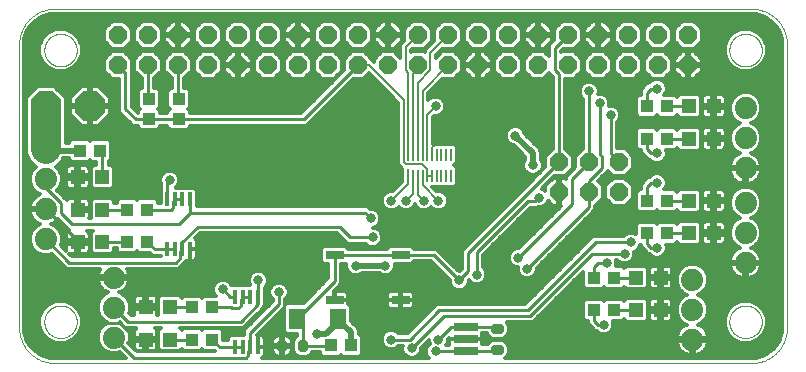
<source format=gtl>
G75*
%MOIN*%
%OFA0B0*%
%FSLAX25Y25*%
%IPPOS*%
%LPD*%
%AMOC8*
5,1,8,0,0,1.08239X$1,22.5*
%
%ADD10C,0.00000*%
%ADD11OC8,0.06000*%
%ADD12R,0.04724X0.04724*%
%ADD13C,0.02830*%
%ADD14R,0.07874X0.02756*%
%ADD15R,0.05512X0.07087*%
%ADD16R,0.01181X0.04724*%
%ADD17OC8,0.10000*%
%ADD18OC8,0.06102*%
%ADD19C,0.07400*%
%ADD20R,0.03937X0.04331*%
%ADD21R,0.04331X0.03937*%
%ADD22R,0.00787X0.04331*%
%ADD23R,0.00787X0.03937*%
%ADD24R,0.06000X0.03000*%
%ADD25C,0.01000*%
%ADD26C,0.00600*%
%ADD27C,0.01200*%
%ADD28C,0.03169*%
%ADD29C,0.10000*%
%ADD30C,0.02000*%
%ADD31C,0.01600*%
D10*
X0014543Y0013041D02*
X0246827Y0013041D01*
X0247112Y0013044D01*
X0247398Y0013055D01*
X0247683Y0013072D01*
X0247967Y0013096D01*
X0248251Y0013127D01*
X0248534Y0013165D01*
X0248815Y0013210D01*
X0249096Y0013261D01*
X0249376Y0013319D01*
X0249654Y0013384D01*
X0249930Y0013456D01*
X0250204Y0013534D01*
X0250477Y0013619D01*
X0250747Y0013711D01*
X0251015Y0013809D01*
X0251281Y0013913D01*
X0251544Y0014024D01*
X0251804Y0014141D01*
X0252062Y0014264D01*
X0252316Y0014394D01*
X0252567Y0014530D01*
X0252815Y0014671D01*
X0253059Y0014819D01*
X0253300Y0014972D01*
X0253536Y0015132D01*
X0253769Y0015297D01*
X0253998Y0015467D01*
X0254223Y0015643D01*
X0254443Y0015825D01*
X0254659Y0016011D01*
X0254870Y0016203D01*
X0255077Y0016400D01*
X0255279Y0016602D01*
X0255476Y0016809D01*
X0255668Y0017020D01*
X0255854Y0017236D01*
X0256036Y0017456D01*
X0256212Y0017681D01*
X0256382Y0017910D01*
X0256547Y0018143D01*
X0256707Y0018379D01*
X0256860Y0018620D01*
X0257008Y0018864D01*
X0257149Y0019112D01*
X0257285Y0019363D01*
X0257415Y0019617D01*
X0257538Y0019875D01*
X0257655Y0020135D01*
X0257766Y0020398D01*
X0257870Y0020664D01*
X0257968Y0020932D01*
X0258060Y0021202D01*
X0258145Y0021475D01*
X0258223Y0021749D01*
X0258295Y0022025D01*
X0258360Y0022303D01*
X0258418Y0022583D01*
X0258469Y0022864D01*
X0258514Y0023145D01*
X0258552Y0023428D01*
X0258583Y0023712D01*
X0258607Y0023996D01*
X0258624Y0024281D01*
X0258635Y0024567D01*
X0258638Y0024852D01*
X0258638Y0119340D01*
X0258635Y0119625D01*
X0258624Y0119911D01*
X0258607Y0120196D01*
X0258583Y0120480D01*
X0258552Y0120764D01*
X0258514Y0121047D01*
X0258469Y0121328D01*
X0258418Y0121609D01*
X0258360Y0121889D01*
X0258295Y0122167D01*
X0258223Y0122443D01*
X0258145Y0122717D01*
X0258060Y0122990D01*
X0257968Y0123260D01*
X0257870Y0123528D01*
X0257766Y0123794D01*
X0257655Y0124057D01*
X0257538Y0124317D01*
X0257415Y0124575D01*
X0257285Y0124829D01*
X0257149Y0125080D01*
X0257008Y0125328D01*
X0256860Y0125572D01*
X0256707Y0125813D01*
X0256547Y0126049D01*
X0256382Y0126282D01*
X0256212Y0126511D01*
X0256036Y0126736D01*
X0255854Y0126956D01*
X0255668Y0127172D01*
X0255476Y0127383D01*
X0255279Y0127590D01*
X0255077Y0127792D01*
X0254870Y0127989D01*
X0254659Y0128181D01*
X0254443Y0128367D01*
X0254223Y0128549D01*
X0253998Y0128725D01*
X0253769Y0128895D01*
X0253536Y0129060D01*
X0253300Y0129220D01*
X0253059Y0129373D01*
X0252815Y0129521D01*
X0252567Y0129662D01*
X0252316Y0129798D01*
X0252062Y0129928D01*
X0251804Y0130051D01*
X0251544Y0130168D01*
X0251281Y0130279D01*
X0251015Y0130383D01*
X0250747Y0130481D01*
X0250477Y0130573D01*
X0250204Y0130658D01*
X0249930Y0130736D01*
X0249654Y0130808D01*
X0249376Y0130873D01*
X0249096Y0130931D01*
X0248815Y0130982D01*
X0248534Y0131027D01*
X0248251Y0131065D01*
X0247967Y0131096D01*
X0247683Y0131120D01*
X0247398Y0131137D01*
X0247112Y0131148D01*
X0246827Y0131151D01*
X0014543Y0131151D01*
X0014258Y0131148D01*
X0013972Y0131137D01*
X0013687Y0131120D01*
X0013403Y0131096D01*
X0013119Y0131065D01*
X0012836Y0131027D01*
X0012555Y0130982D01*
X0012274Y0130931D01*
X0011994Y0130873D01*
X0011716Y0130808D01*
X0011440Y0130736D01*
X0011166Y0130658D01*
X0010893Y0130573D01*
X0010623Y0130481D01*
X0010355Y0130383D01*
X0010089Y0130279D01*
X0009826Y0130168D01*
X0009566Y0130051D01*
X0009308Y0129928D01*
X0009054Y0129798D01*
X0008803Y0129662D01*
X0008555Y0129521D01*
X0008311Y0129373D01*
X0008070Y0129220D01*
X0007834Y0129060D01*
X0007601Y0128895D01*
X0007372Y0128725D01*
X0007147Y0128549D01*
X0006927Y0128367D01*
X0006711Y0128181D01*
X0006500Y0127989D01*
X0006293Y0127792D01*
X0006091Y0127590D01*
X0005894Y0127383D01*
X0005702Y0127172D01*
X0005516Y0126956D01*
X0005334Y0126736D01*
X0005158Y0126511D01*
X0004988Y0126282D01*
X0004823Y0126049D01*
X0004663Y0125813D01*
X0004510Y0125572D01*
X0004362Y0125328D01*
X0004221Y0125080D01*
X0004085Y0124829D01*
X0003955Y0124575D01*
X0003832Y0124317D01*
X0003715Y0124057D01*
X0003604Y0123794D01*
X0003500Y0123528D01*
X0003402Y0123260D01*
X0003310Y0122990D01*
X0003225Y0122717D01*
X0003147Y0122443D01*
X0003075Y0122167D01*
X0003010Y0121889D01*
X0002952Y0121609D01*
X0002901Y0121328D01*
X0002856Y0121047D01*
X0002818Y0120764D01*
X0002787Y0120480D01*
X0002763Y0120196D01*
X0002746Y0119911D01*
X0002735Y0119625D01*
X0002732Y0119340D01*
X0002732Y0024852D01*
X0002735Y0024567D01*
X0002746Y0024281D01*
X0002763Y0023996D01*
X0002787Y0023712D01*
X0002818Y0023428D01*
X0002856Y0023145D01*
X0002901Y0022864D01*
X0002952Y0022583D01*
X0003010Y0022303D01*
X0003075Y0022025D01*
X0003147Y0021749D01*
X0003225Y0021475D01*
X0003310Y0021202D01*
X0003402Y0020932D01*
X0003500Y0020664D01*
X0003604Y0020398D01*
X0003715Y0020135D01*
X0003832Y0019875D01*
X0003955Y0019617D01*
X0004085Y0019363D01*
X0004221Y0019112D01*
X0004362Y0018864D01*
X0004510Y0018620D01*
X0004663Y0018379D01*
X0004823Y0018143D01*
X0004988Y0017910D01*
X0005158Y0017681D01*
X0005334Y0017456D01*
X0005516Y0017236D01*
X0005702Y0017020D01*
X0005894Y0016809D01*
X0006091Y0016602D01*
X0006293Y0016400D01*
X0006500Y0016203D01*
X0006711Y0016011D01*
X0006927Y0015825D01*
X0007147Y0015643D01*
X0007372Y0015467D01*
X0007601Y0015297D01*
X0007834Y0015132D01*
X0008070Y0014972D01*
X0008311Y0014819D01*
X0008555Y0014671D01*
X0008803Y0014530D01*
X0009054Y0014394D01*
X0009308Y0014264D01*
X0009566Y0014141D01*
X0009826Y0014024D01*
X0010089Y0013913D01*
X0010355Y0013809D01*
X0010623Y0013711D01*
X0010893Y0013619D01*
X0011166Y0013534D01*
X0011440Y0013456D01*
X0011716Y0013384D01*
X0011994Y0013319D01*
X0012274Y0013261D01*
X0012555Y0013210D01*
X0012836Y0013165D01*
X0013119Y0013127D01*
X0013403Y0013096D01*
X0013687Y0013072D01*
X0013972Y0013055D01*
X0014258Y0013044D01*
X0014543Y0013041D01*
X0011099Y0026820D02*
X0011101Y0026967D01*
X0011107Y0027113D01*
X0011117Y0027259D01*
X0011131Y0027405D01*
X0011149Y0027551D01*
X0011170Y0027696D01*
X0011196Y0027840D01*
X0011226Y0027984D01*
X0011259Y0028126D01*
X0011296Y0028268D01*
X0011337Y0028409D01*
X0011382Y0028548D01*
X0011431Y0028687D01*
X0011483Y0028824D01*
X0011540Y0028959D01*
X0011599Y0029093D01*
X0011663Y0029225D01*
X0011730Y0029355D01*
X0011800Y0029484D01*
X0011874Y0029611D01*
X0011951Y0029735D01*
X0012032Y0029858D01*
X0012116Y0029978D01*
X0012203Y0030096D01*
X0012293Y0030211D01*
X0012386Y0030324D01*
X0012483Y0030435D01*
X0012582Y0030543D01*
X0012684Y0030648D01*
X0012789Y0030750D01*
X0012897Y0030849D01*
X0013008Y0030946D01*
X0013121Y0031039D01*
X0013236Y0031129D01*
X0013354Y0031216D01*
X0013474Y0031300D01*
X0013597Y0031381D01*
X0013721Y0031458D01*
X0013848Y0031532D01*
X0013977Y0031602D01*
X0014107Y0031669D01*
X0014239Y0031733D01*
X0014373Y0031792D01*
X0014508Y0031849D01*
X0014645Y0031901D01*
X0014784Y0031950D01*
X0014923Y0031995D01*
X0015064Y0032036D01*
X0015206Y0032073D01*
X0015348Y0032106D01*
X0015492Y0032136D01*
X0015636Y0032162D01*
X0015781Y0032183D01*
X0015927Y0032201D01*
X0016073Y0032215D01*
X0016219Y0032225D01*
X0016365Y0032231D01*
X0016512Y0032233D01*
X0016659Y0032231D01*
X0016805Y0032225D01*
X0016951Y0032215D01*
X0017097Y0032201D01*
X0017243Y0032183D01*
X0017388Y0032162D01*
X0017532Y0032136D01*
X0017676Y0032106D01*
X0017818Y0032073D01*
X0017960Y0032036D01*
X0018101Y0031995D01*
X0018240Y0031950D01*
X0018379Y0031901D01*
X0018516Y0031849D01*
X0018651Y0031792D01*
X0018785Y0031733D01*
X0018917Y0031669D01*
X0019047Y0031602D01*
X0019176Y0031532D01*
X0019303Y0031458D01*
X0019427Y0031381D01*
X0019550Y0031300D01*
X0019670Y0031216D01*
X0019788Y0031129D01*
X0019903Y0031039D01*
X0020016Y0030946D01*
X0020127Y0030849D01*
X0020235Y0030750D01*
X0020340Y0030648D01*
X0020442Y0030543D01*
X0020541Y0030435D01*
X0020638Y0030324D01*
X0020731Y0030211D01*
X0020821Y0030096D01*
X0020908Y0029978D01*
X0020992Y0029858D01*
X0021073Y0029735D01*
X0021150Y0029611D01*
X0021224Y0029484D01*
X0021294Y0029355D01*
X0021361Y0029225D01*
X0021425Y0029093D01*
X0021484Y0028959D01*
X0021541Y0028824D01*
X0021593Y0028687D01*
X0021642Y0028548D01*
X0021687Y0028409D01*
X0021728Y0028268D01*
X0021765Y0028126D01*
X0021798Y0027984D01*
X0021828Y0027840D01*
X0021854Y0027696D01*
X0021875Y0027551D01*
X0021893Y0027405D01*
X0021907Y0027259D01*
X0021917Y0027113D01*
X0021923Y0026967D01*
X0021925Y0026820D01*
X0021923Y0026673D01*
X0021917Y0026527D01*
X0021907Y0026381D01*
X0021893Y0026235D01*
X0021875Y0026089D01*
X0021854Y0025944D01*
X0021828Y0025800D01*
X0021798Y0025656D01*
X0021765Y0025514D01*
X0021728Y0025372D01*
X0021687Y0025231D01*
X0021642Y0025092D01*
X0021593Y0024953D01*
X0021541Y0024816D01*
X0021484Y0024681D01*
X0021425Y0024547D01*
X0021361Y0024415D01*
X0021294Y0024285D01*
X0021224Y0024156D01*
X0021150Y0024029D01*
X0021073Y0023905D01*
X0020992Y0023782D01*
X0020908Y0023662D01*
X0020821Y0023544D01*
X0020731Y0023429D01*
X0020638Y0023316D01*
X0020541Y0023205D01*
X0020442Y0023097D01*
X0020340Y0022992D01*
X0020235Y0022890D01*
X0020127Y0022791D01*
X0020016Y0022694D01*
X0019903Y0022601D01*
X0019788Y0022511D01*
X0019670Y0022424D01*
X0019550Y0022340D01*
X0019427Y0022259D01*
X0019303Y0022182D01*
X0019176Y0022108D01*
X0019047Y0022038D01*
X0018917Y0021971D01*
X0018785Y0021907D01*
X0018651Y0021848D01*
X0018516Y0021791D01*
X0018379Y0021739D01*
X0018240Y0021690D01*
X0018101Y0021645D01*
X0017960Y0021604D01*
X0017818Y0021567D01*
X0017676Y0021534D01*
X0017532Y0021504D01*
X0017388Y0021478D01*
X0017243Y0021457D01*
X0017097Y0021439D01*
X0016951Y0021425D01*
X0016805Y0021415D01*
X0016659Y0021409D01*
X0016512Y0021407D01*
X0016365Y0021409D01*
X0016219Y0021415D01*
X0016073Y0021425D01*
X0015927Y0021439D01*
X0015781Y0021457D01*
X0015636Y0021478D01*
X0015492Y0021504D01*
X0015348Y0021534D01*
X0015206Y0021567D01*
X0015064Y0021604D01*
X0014923Y0021645D01*
X0014784Y0021690D01*
X0014645Y0021739D01*
X0014508Y0021791D01*
X0014373Y0021848D01*
X0014239Y0021907D01*
X0014107Y0021971D01*
X0013977Y0022038D01*
X0013848Y0022108D01*
X0013721Y0022182D01*
X0013597Y0022259D01*
X0013474Y0022340D01*
X0013354Y0022424D01*
X0013236Y0022511D01*
X0013121Y0022601D01*
X0013008Y0022694D01*
X0012897Y0022791D01*
X0012789Y0022890D01*
X0012684Y0022992D01*
X0012582Y0023097D01*
X0012483Y0023205D01*
X0012386Y0023316D01*
X0012293Y0023429D01*
X0012203Y0023544D01*
X0012116Y0023662D01*
X0012032Y0023782D01*
X0011951Y0023905D01*
X0011874Y0024029D01*
X0011800Y0024156D01*
X0011730Y0024285D01*
X0011663Y0024415D01*
X0011599Y0024547D01*
X0011540Y0024681D01*
X0011483Y0024816D01*
X0011431Y0024953D01*
X0011382Y0025092D01*
X0011337Y0025231D01*
X0011296Y0025372D01*
X0011259Y0025514D01*
X0011226Y0025656D01*
X0011196Y0025800D01*
X0011170Y0025944D01*
X0011149Y0026089D01*
X0011131Y0026235D01*
X0011117Y0026381D01*
X0011107Y0026527D01*
X0011101Y0026673D01*
X0011099Y0026820D01*
X0011099Y0117371D02*
X0011101Y0117518D01*
X0011107Y0117664D01*
X0011117Y0117810D01*
X0011131Y0117956D01*
X0011149Y0118102D01*
X0011170Y0118247D01*
X0011196Y0118391D01*
X0011226Y0118535D01*
X0011259Y0118677D01*
X0011296Y0118819D01*
X0011337Y0118960D01*
X0011382Y0119099D01*
X0011431Y0119238D01*
X0011483Y0119375D01*
X0011540Y0119510D01*
X0011599Y0119644D01*
X0011663Y0119776D01*
X0011730Y0119906D01*
X0011800Y0120035D01*
X0011874Y0120162D01*
X0011951Y0120286D01*
X0012032Y0120409D01*
X0012116Y0120529D01*
X0012203Y0120647D01*
X0012293Y0120762D01*
X0012386Y0120875D01*
X0012483Y0120986D01*
X0012582Y0121094D01*
X0012684Y0121199D01*
X0012789Y0121301D01*
X0012897Y0121400D01*
X0013008Y0121497D01*
X0013121Y0121590D01*
X0013236Y0121680D01*
X0013354Y0121767D01*
X0013474Y0121851D01*
X0013597Y0121932D01*
X0013721Y0122009D01*
X0013848Y0122083D01*
X0013977Y0122153D01*
X0014107Y0122220D01*
X0014239Y0122284D01*
X0014373Y0122343D01*
X0014508Y0122400D01*
X0014645Y0122452D01*
X0014784Y0122501D01*
X0014923Y0122546D01*
X0015064Y0122587D01*
X0015206Y0122624D01*
X0015348Y0122657D01*
X0015492Y0122687D01*
X0015636Y0122713D01*
X0015781Y0122734D01*
X0015927Y0122752D01*
X0016073Y0122766D01*
X0016219Y0122776D01*
X0016365Y0122782D01*
X0016512Y0122784D01*
X0016659Y0122782D01*
X0016805Y0122776D01*
X0016951Y0122766D01*
X0017097Y0122752D01*
X0017243Y0122734D01*
X0017388Y0122713D01*
X0017532Y0122687D01*
X0017676Y0122657D01*
X0017818Y0122624D01*
X0017960Y0122587D01*
X0018101Y0122546D01*
X0018240Y0122501D01*
X0018379Y0122452D01*
X0018516Y0122400D01*
X0018651Y0122343D01*
X0018785Y0122284D01*
X0018917Y0122220D01*
X0019047Y0122153D01*
X0019176Y0122083D01*
X0019303Y0122009D01*
X0019427Y0121932D01*
X0019550Y0121851D01*
X0019670Y0121767D01*
X0019788Y0121680D01*
X0019903Y0121590D01*
X0020016Y0121497D01*
X0020127Y0121400D01*
X0020235Y0121301D01*
X0020340Y0121199D01*
X0020442Y0121094D01*
X0020541Y0120986D01*
X0020638Y0120875D01*
X0020731Y0120762D01*
X0020821Y0120647D01*
X0020908Y0120529D01*
X0020992Y0120409D01*
X0021073Y0120286D01*
X0021150Y0120162D01*
X0021224Y0120035D01*
X0021294Y0119906D01*
X0021361Y0119776D01*
X0021425Y0119644D01*
X0021484Y0119510D01*
X0021541Y0119375D01*
X0021593Y0119238D01*
X0021642Y0119099D01*
X0021687Y0118960D01*
X0021728Y0118819D01*
X0021765Y0118677D01*
X0021798Y0118535D01*
X0021828Y0118391D01*
X0021854Y0118247D01*
X0021875Y0118102D01*
X0021893Y0117956D01*
X0021907Y0117810D01*
X0021917Y0117664D01*
X0021923Y0117518D01*
X0021925Y0117371D01*
X0021923Y0117224D01*
X0021917Y0117078D01*
X0021907Y0116932D01*
X0021893Y0116786D01*
X0021875Y0116640D01*
X0021854Y0116495D01*
X0021828Y0116351D01*
X0021798Y0116207D01*
X0021765Y0116065D01*
X0021728Y0115923D01*
X0021687Y0115782D01*
X0021642Y0115643D01*
X0021593Y0115504D01*
X0021541Y0115367D01*
X0021484Y0115232D01*
X0021425Y0115098D01*
X0021361Y0114966D01*
X0021294Y0114836D01*
X0021224Y0114707D01*
X0021150Y0114580D01*
X0021073Y0114456D01*
X0020992Y0114333D01*
X0020908Y0114213D01*
X0020821Y0114095D01*
X0020731Y0113980D01*
X0020638Y0113867D01*
X0020541Y0113756D01*
X0020442Y0113648D01*
X0020340Y0113543D01*
X0020235Y0113441D01*
X0020127Y0113342D01*
X0020016Y0113245D01*
X0019903Y0113152D01*
X0019788Y0113062D01*
X0019670Y0112975D01*
X0019550Y0112891D01*
X0019427Y0112810D01*
X0019303Y0112733D01*
X0019176Y0112659D01*
X0019047Y0112589D01*
X0018917Y0112522D01*
X0018785Y0112458D01*
X0018651Y0112399D01*
X0018516Y0112342D01*
X0018379Y0112290D01*
X0018240Y0112241D01*
X0018101Y0112196D01*
X0017960Y0112155D01*
X0017818Y0112118D01*
X0017676Y0112085D01*
X0017532Y0112055D01*
X0017388Y0112029D01*
X0017243Y0112008D01*
X0017097Y0111990D01*
X0016951Y0111976D01*
X0016805Y0111966D01*
X0016659Y0111960D01*
X0016512Y0111958D01*
X0016365Y0111960D01*
X0016219Y0111966D01*
X0016073Y0111976D01*
X0015927Y0111990D01*
X0015781Y0112008D01*
X0015636Y0112029D01*
X0015492Y0112055D01*
X0015348Y0112085D01*
X0015206Y0112118D01*
X0015064Y0112155D01*
X0014923Y0112196D01*
X0014784Y0112241D01*
X0014645Y0112290D01*
X0014508Y0112342D01*
X0014373Y0112399D01*
X0014239Y0112458D01*
X0014107Y0112522D01*
X0013977Y0112589D01*
X0013848Y0112659D01*
X0013721Y0112733D01*
X0013597Y0112810D01*
X0013474Y0112891D01*
X0013354Y0112975D01*
X0013236Y0113062D01*
X0013121Y0113152D01*
X0013008Y0113245D01*
X0012897Y0113342D01*
X0012789Y0113441D01*
X0012684Y0113543D01*
X0012582Y0113648D01*
X0012483Y0113756D01*
X0012386Y0113867D01*
X0012293Y0113980D01*
X0012203Y0114095D01*
X0012116Y0114213D01*
X0012032Y0114333D01*
X0011951Y0114456D01*
X0011874Y0114580D01*
X0011800Y0114707D01*
X0011730Y0114836D01*
X0011663Y0114966D01*
X0011599Y0115098D01*
X0011540Y0115232D01*
X0011483Y0115367D01*
X0011431Y0115504D01*
X0011382Y0115643D01*
X0011337Y0115782D01*
X0011296Y0115923D01*
X0011259Y0116065D01*
X0011226Y0116207D01*
X0011196Y0116351D01*
X0011170Y0116495D01*
X0011149Y0116640D01*
X0011131Y0116786D01*
X0011117Y0116932D01*
X0011107Y0117078D01*
X0011101Y0117224D01*
X0011099Y0117371D01*
X0239445Y0117371D02*
X0239447Y0117518D01*
X0239453Y0117664D01*
X0239463Y0117810D01*
X0239477Y0117956D01*
X0239495Y0118102D01*
X0239516Y0118247D01*
X0239542Y0118391D01*
X0239572Y0118535D01*
X0239605Y0118677D01*
X0239642Y0118819D01*
X0239683Y0118960D01*
X0239728Y0119099D01*
X0239777Y0119238D01*
X0239829Y0119375D01*
X0239886Y0119510D01*
X0239945Y0119644D01*
X0240009Y0119776D01*
X0240076Y0119906D01*
X0240146Y0120035D01*
X0240220Y0120162D01*
X0240297Y0120286D01*
X0240378Y0120409D01*
X0240462Y0120529D01*
X0240549Y0120647D01*
X0240639Y0120762D01*
X0240732Y0120875D01*
X0240829Y0120986D01*
X0240928Y0121094D01*
X0241030Y0121199D01*
X0241135Y0121301D01*
X0241243Y0121400D01*
X0241354Y0121497D01*
X0241467Y0121590D01*
X0241582Y0121680D01*
X0241700Y0121767D01*
X0241820Y0121851D01*
X0241943Y0121932D01*
X0242067Y0122009D01*
X0242194Y0122083D01*
X0242323Y0122153D01*
X0242453Y0122220D01*
X0242585Y0122284D01*
X0242719Y0122343D01*
X0242854Y0122400D01*
X0242991Y0122452D01*
X0243130Y0122501D01*
X0243269Y0122546D01*
X0243410Y0122587D01*
X0243552Y0122624D01*
X0243694Y0122657D01*
X0243838Y0122687D01*
X0243982Y0122713D01*
X0244127Y0122734D01*
X0244273Y0122752D01*
X0244419Y0122766D01*
X0244565Y0122776D01*
X0244711Y0122782D01*
X0244858Y0122784D01*
X0245005Y0122782D01*
X0245151Y0122776D01*
X0245297Y0122766D01*
X0245443Y0122752D01*
X0245589Y0122734D01*
X0245734Y0122713D01*
X0245878Y0122687D01*
X0246022Y0122657D01*
X0246164Y0122624D01*
X0246306Y0122587D01*
X0246447Y0122546D01*
X0246586Y0122501D01*
X0246725Y0122452D01*
X0246862Y0122400D01*
X0246997Y0122343D01*
X0247131Y0122284D01*
X0247263Y0122220D01*
X0247393Y0122153D01*
X0247522Y0122083D01*
X0247649Y0122009D01*
X0247773Y0121932D01*
X0247896Y0121851D01*
X0248016Y0121767D01*
X0248134Y0121680D01*
X0248249Y0121590D01*
X0248362Y0121497D01*
X0248473Y0121400D01*
X0248581Y0121301D01*
X0248686Y0121199D01*
X0248788Y0121094D01*
X0248887Y0120986D01*
X0248984Y0120875D01*
X0249077Y0120762D01*
X0249167Y0120647D01*
X0249254Y0120529D01*
X0249338Y0120409D01*
X0249419Y0120286D01*
X0249496Y0120162D01*
X0249570Y0120035D01*
X0249640Y0119906D01*
X0249707Y0119776D01*
X0249771Y0119644D01*
X0249830Y0119510D01*
X0249887Y0119375D01*
X0249939Y0119238D01*
X0249988Y0119099D01*
X0250033Y0118960D01*
X0250074Y0118819D01*
X0250111Y0118677D01*
X0250144Y0118535D01*
X0250174Y0118391D01*
X0250200Y0118247D01*
X0250221Y0118102D01*
X0250239Y0117956D01*
X0250253Y0117810D01*
X0250263Y0117664D01*
X0250269Y0117518D01*
X0250271Y0117371D01*
X0250269Y0117224D01*
X0250263Y0117078D01*
X0250253Y0116932D01*
X0250239Y0116786D01*
X0250221Y0116640D01*
X0250200Y0116495D01*
X0250174Y0116351D01*
X0250144Y0116207D01*
X0250111Y0116065D01*
X0250074Y0115923D01*
X0250033Y0115782D01*
X0249988Y0115643D01*
X0249939Y0115504D01*
X0249887Y0115367D01*
X0249830Y0115232D01*
X0249771Y0115098D01*
X0249707Y0114966D01*
X0249640Y0114836D01*
X0249570Y0114707D01*
X0249496Y0114580D01*
X0249419Y0114456D01*
X0249338Y0114333D01*
X0249254Y0114213D01*
X0249167Y0114095D01*
X0249077Y0113980D01*
X0248984Y0113867D01*
X0248887Y0113756D01*
X0248788Y0113648D01*
X0248686Y0113543D01*
X0248581Y0113441D01*
X0248473Y0113342D01*
X0248362Y0113245D01*
X0248249Y0113152D01*
X0248134Y0113062D01*
X0248016Y0112975D01*
X0247896Y0112891D01*
X0247773Y0112810D01*
X0247649Y0112733D01*
X0247522Y0112659D01*
X0247393Y0112589D01*
X0247263Y0112522D01*
X0247131Y0112458D01*
X0246997Y0112399D01*
X0246862Y0112342D01*
X0246725Y0112290D01*
X0246586Y0112241D01*
X0246447Y0112196D01*
X0246306Y0112155D01*
X0246164Y0112118D01*
X0246022Y0112085D01*
X0245878Y0112055D01*
X0245734Y0112029D01*
X0245589Y0112008D01*
X0245443Y0111990D01*
X0245297Y0111976D01*
X0245151Y0111966D01*
X0245005Y0111960D01*
X0244858Y0111958D01*
X0244711Y0111960D01*
X0244565Y0111966D01*
X0244419Y0111976D01*
X0244273Y0111990D01*
X0244127Y0112008D01*
X0243982Y0112029D01*
X0243838Y0112055D01*
X0243694Y0112085D01*
X0243552Y0112118D01*
X0243410Y0112155D01*
X0243269Y0112196D01*
X0243130Y0112241D01*
X0242991Y0112290D01*
X0242854Y0112342D01*
X0242719Y0112399D01*
X0242585Y0112458D01*
X0242453Y0112522D01*
X0242323Y0112589D01*
X0242194Y0112659D01*
X0242067Y0112733D01*
X0241943Y0112810D01*
X0241820Y0112891D01*
X0241700Y0112975D01*
X0241582Y0113062D01*
X0241467Y0113152D01*
X0241354Y0113245D01*
X0241243Y0113342D01*
X0241135Y0113441D01*
X0241030Y0113543D01*
X0240928Y0113648D01*
X0240829Y0113756D01*
X0240732Y0113867D01*
X0240639Y0113980D01*
X0240549Y0114095D01*
X0240462Y0114213D01*
X0240378Y0114333D01*
X0240297Y0114456D01*
X0240220Y0114580D01*
X0240146Y0114707D01*
X0240076Y0114836D01*
X0240009Y0114966D01*
X0239945Y0115098D01*
X0239886Y0115232D01*
X0239829Y0115367D01*
X0239777Y0115504D01*
X0239728Y0115643D01*
X0239683Y0115782D01*
X0239642Y0115923D01*
X0239605Y0116065D01*
X0239572Y0116207D01*
X0239542Y0116351D01*
X0239516Y0116495D01*
X0239495Y0116640D01*
X0239477Y0116786D01*
X0239463Y0116932D01*
X0239453Y0117078D01*
X0239447Y0117224D01*
X0239445Y0117371D01*
X0239445Y0026820D02*
X0239447Y0026967D01*
X0239453Y0027113D01*
X0239463Y0027259D01*
X0239477Y0027405D01*
X0239495Y0027551D01*
X0239516Y0027696D01*
X0239542Y0027840D01*
X0239572Y0027984D01*
X0239605Y0028126D01*
X0239642Y0028268D01*
X0239683Y0028409D01*
X0239728Y0028548D01*
X0239777Y0028687D01*
X0239829Y0028824D01*
X0239886Y0028959D01*
X0239945Y0029093D01*
X0240009Y0029225D01*
X0240076Y0029355D01*
X0240146Y0029484D01*
X0240220Y0029611D01*
X0240297Y0029735D01*
X0240378Y0029858D01*
X0240462Y0029978D01*
X0240549Y0030096D01*
X0240639Y0030211D01*
X0240732Y0030324D01*
X0240829Y0030435D01*
X0240928Y0030543D01*
X0241030Y0030648D01*
X0241135Y0030750D01*
X0241243Y0030849D01*
X0241354Y0030946D01*
X0241467Y0031039D01*
X0241582Y0031129D01*
X0241700Y0031216D01*
X0241820Y0031300D01*
X0241943Y0031381D01*
X0242067Y0031458D01*
X0242194Y0031532D01*
X0242323Y0031602D01*
X0242453Y0031669D01*
X0242585Y0031733D01*
X0242719Y0031792D01*
X0242854Y0031849D01*
X0242991Y0031901D01*
X0243130Y0031950D01*
X0243269Y0031995D01*
X0243410Y0032036D01*
X0243552Y0032073D01*
X0243694Y0032106D01*
X0243838Y0032136D01*
X0243982Y0032162D01*
X0244127Y0032183D01*
X0244273Y0032201D01*
X0244419Y0032215D01*
X0244565Y0032225D01*
X0244711Y0032231D01*
X0244858Y0032233D01*
X0245005Y0032231D01*
X0245151Y0032225D01*
X0245297Y0032215D01*
X0245443Y0032201D01*
X0245589Y0032183D01*
X0245734Y0032162D01*
X0245878Y0032136D01*
X0246022Y0032106D01*
X0246164Y0032073D01*
X0246306Y0032036D01*
X0246447Y0031995D01*
X0246586Y0031950D01*
X0246725Y0031901D01*
X0246862Y0031849D01*
X0246997Y0031792D01*
X0247131Y0031733D01*
X0247263Y0031669D01*
X0247393Y0031602D01*
X0247522Y0031532D01*
X0247649Y0031458D01*
X0247773Y0031381D01*
X0247896Y0031300D01*
X0248016Y0031216D01*
X0248134Y0031129D01*
X0248249Y0031039D01*
X0248362Y0030946D01*
X0248473Y0030849D01*
X0248581Y0030750D01*
X0248686Y0030648D01*
X0248788Y0030543D01*
X0248887Y0030435D01*
X0248984Y0030324D01*
X0249077Y0030211D01*
X0249167Y0030096D01*
X0249254Y0029978D01*
X0249338Y0029858D01*
X0249419Y0029735D01*
X0249496Y0029611D01*
X0249570Y0029484D01*
X0249640Y0029355D01*
X0249707Y0029225D01*
X0249771Y0029093D01*
X0249830Y0028959D01*
X0249887Y0028824D01*
X0249939Y0028687D01*
X0249988Y0028548D01*
X0250033Y0028409D01*
X0250074Y0028268D01*
X0250111Y0028126D01*
X0250144Y0027984D01*
X0250174Y0027840D01*
X0250200Y0027696D01*
X0250221Y0027551D01*
X0250239Y0027405D01*
X0250253Y0027259D01*
X0250263Y0027113D01*
X0250269Y0026967D01*
X0250271Y0026820D01*
X0250269Y0026673D01*
X0250263Y0026527D01*
X0250253Y0026381D01*
X0250239Y0026235D01*
X0250221Y0026089D01*
X0250200Y0025944D01*
X0250174Y0025800D01*
X0250144Y0025656D01*
X0250111Y0025514D01*
X0250074Y0025372D01*
X0250033Y0025231D01*
X0249988Y0025092D01*
X0249939Y0024953D01*
X0249887Y0024816D01*
X0249830Y0024681D01*
X0249771Y0024547D01*
X0249707Y0024415D01*
X0249640Y0024285D01*
X0249570Y0024156D01*
X0249496Y0024029D01*
X0249419Y0023905D01*
X0249338Y0023782D01*
X0249254Y0023662D01*
X0249167Y0023544D01*
X0249077Y0023429D01*
X0248984Y0023316D01*
X0248887Y0023205D01*
X0248788Y0023097D01*
X0248686Y0022992D01*
X0248581Y0022890D01*
X0248473Y0022791D01*
X0248362Y0022694D01*
X0248249Y0022601D01*
X0248134Y0022511D01*
X0248016Y0022424D01*
X0247896Y0022340D01*
X0247773Y0022259D01*
X0247649Y0022182D01*
X0247522Y0022108D01*
X0247393Y0022038D01*
X0247263Y0021971D01*
X0247131Y0021907D01*
X0246997Y0021848D01*
X0246862Y0021791D01*
X0246725Y0021739D01*
X0246586Y0021690D01*
X0246447Y0021645D01*
X0246306Y0021604D01*
X0246164Y0021567D01*
X0246022Y0021534D01*
X0245878Y0021504D01*
X0245734Y0021478D01*
X0245589Y0021457D01*
X0245443Y0021439D01*
X0245297Y0021425D01*
X0245151Y0021415D01*
X0245005Y0021409D01*
X0244858Y0021407D01*
X0244711Y0021409D01*
X0244565Y0021415D01*
X0244419Y0021425D01*
X0244273Y0021439D01*
X0244127Y0021457D01*
X0243982Y0021478D01*
X0243838Y0021504D01*
X0243694Y0021534D01*
X0243552Y0021567D01*
X0243410Y0021604D01*
X0243269Y0021645D01*
X0243130Y0021690D01*
X0242991Y0021739D01*
X0242854Y0021791D01*
X0242719Y0021848D01*
X0242585Y0021907D01*
X0242453Y0021971D01*
X0242323Y0022038D01*
X0242194Y0022108D01*
X0242067Y0022182D01*
X0241943Y0022259D01*
X0241820Y0022340D01*
X0241700Y0022424D01*
X0241582Y0022511D01*
X0241467Y0022601D01*
X0241354Y0022694D01*
X0241243Y0022791D01*
X0241135Y0022890D01*
X0241030Y0022992D01*
X0240928Y0023097D01*
X0240829Y0023205D01*
X0240732Y0023316D01*
X0240639Y0023429D01*
X0240549Y0023544D01*
X0240462Y0023662D01*
X0240378Y0023782D01*
X0240297Y0023905D01*
X0240220Y0024029D01*
X0240146Y0024156D01*
X0240076Y0024285D01*
X0240009Y0024415D01*
X0239945Y0024547D01*
X0239886Y0024681D01*
X0239829Y0024816D01*
X0239777Y0024953D01*
X0239728Y0025092D01*
X0239683Y0025231D01*
X0239642Y0025372D01*
X0239605Y0025514D01*
X0239572Y0025656D01*
X0239542Y0025800D01*
X0239516Y0025944D01*
X0239495Y0026089D01*
X0239477Y0026235D01*
X0239463Y0026381D01*
X0239453Y0026527D01*
X0239447Y0026673D01*
X0239445Y0026820D01*
D11*
X0225685Y0112371D03*
X0215685Y0112371D03*
X0205685Y0112371D03*
X0195685Y0112371D03*
X0185685Y0112371D03*
X0175685Y0112371D03*
X0165685Y0112371D03*
X0155685Y0112371D03*
X0145685Y0112371D03*
X0135685Y0112371D03*
X0125685Y0112371D03*
X0115685Y0112371D03*
X0105685Y0112371D03*
X0095685Y0112371D03*
X0085685Y0112371D03*
X0075685Y0112371D03*
X0065685Y0112371D03*
X0055685Y0112371D03*
X0045685Y0112371D03*
X0035685Y0112371D03*
X0035685Y0122371D03*
X0045685Y0122371D03*
X0055685Y0122371D03*
X0065685Y0122371D03*
X0075685Y0122371D03*
X0085685Y0122371D03*
X0095685Y0122371D03*
X0105685Y0122371D03*
X0115685Y0122371D03*
X0125685Y0122371D03*
X0135685Y0122371D03*
X0145685Y0122371D03*
X0155685Y0122371D03*
X0165685Y0122371D03*
X0175685Y0122371D03*
X0185685Y0122371D03*
X0195685Y0122371D03*
X0205685Y0122371D03*
X0215685Y0122371D03*
X0225685Y0122371D03*
D12*
X0225961Y0098670D03*
X0234228Y0098670D03*
X0234228Y0087844D03*
X0225961Y0087844D03*
X0225961Y0067174D03*
X0234228Y0067174D03*
X0234228Y0056348D03*
X0225961Y0056348D03*
X0216512Y0041584D03*
X0208244Y0041584D03*
X0208244Y0030757D03*
X0216512Y0030757D03*
X0053126Y0031741D03*
X0044858Y0031741D03*
X0044858Y0020915D03*
X0053126Y0020915D03*
X0030488Y0053395D03*
X0022220Y0053395D03*
X0022220Y0064222D03*
X0030488Y0064222D03*
X0030488Y0075048D03*
X0022220Y0075048D03*
D13*
X0090021Y0019499D02*
X0090021Y0017999D01*
X0090021Y0019499D02*
X0090727Y0019499D01*
X0090727Y0017999D01*
X0090021Y0017999D01*
X0097021Y0017999D02*
X0097021Y0019499D01*
X0097727Y0019499D01*
X0097727Y0017999D01*
X0097021Y0017999D01*
X0162931Y0017768D02*
X0162931Y0017062D01*
X0161431Y0017062D01*
X0161431Y0017768D01*
X0162931Y0017768D01*
X0162931Y0024062D02*
X0162931Y0024768D01*
X0162931Y0024062D02*
X0161431Y0024062D01*
X0161431Y0024768D01*
X0162931Y0024768D01*
D14*
X0151551Y0025048D03*
X0151551Y0021111D03*
X0151551Y0017174D03*
D15*
X0108835Y0027804D03*
X0095449Y0027804D03*
D16*
X0082354Y0035135D03*
X0079795Y0035135D03*
X0077236Y0035135D03*
X0074677Y0035135D03*
X0059717Y0050981D03*
X0057157Y0050981D03*
X0054598Y0050981D03*
X0052039Y0050981D03*
X0052039Y0067615D03*
X0054598Y0067615D03*
X0057157Y0067615D03*
X0059717Y0067615D03*
X0074677Y0018501D03*
X0077236Y0018501D03*
X0079795Y0018501D03*
X0082354Y0018501D03*
D17*
X0026354Y0098670D03*
X0011591Y0098670D03*
D18*
X0182693Y0080048D03*
X0192693Y0080048D03*
X0202693Y0080048D03*
X0202693Y0070048D03*
X0192693Y0070048D03*
X0182693Y0070048D03*
D19*
X0227142Y0040915D03*
X0244858Y0046505D03*
X0244858Y0056505D03*
X0244858Y0066505D03*
X0244858Y0078001D03*
X0244858Y0088001D03*
X0244858Y0098001D03*
X0227142Y0030915D03*
X0227142Y0020915D03*
X0034228Y0021584D03*
X0034228Y0031584D03*
X0034228Y0041584D03*
X0011582Y0054352D03*
X0011582Y0064352D03*
X0011582Y0074352D03*
X0011582Y0084352D03*
D20*
X0023008Y0083907D03*
X0029701Y0083907D03*
X0038756Y0064222D03*
X0045449Y0064222D03*
X0045449Y0053395D03*
X0038756Y0053395D03*
X0060409Y0031741D03*
X0067102Y0031741D03*
X0067102Y0020915D03*
X0060409Y0020915D03*
X0106669Y0018946D03*
X0113362Y0018946D03*
X0194268Y0030757D03*
X0200961Y0030757D03*
X0200961Y0041584D03*
X0194268Y0041584D03*
X0211984Y0056348D03*
X0218677Y0056348D03*
X0218677Y0067174D03*
X0211984Y0067174D03*
X0211984Y0087844D03*
X0218677Y0087844D03*
X0218677Y0098670D03*
X0211984Y0098670D03*
D21*
X0055882Y0101033D03*
X0046039Y0101033D03*
X0046039Y0094340D03*
X0055882Y0094340D03*
D22*
X0132457Y0075639D03*
D23*
X0134031Y0075442D03*
X0135606Y0075442D03*
X0137181Y0075442D03*
X0138756Y0075442D03*
X0140331Y0075442D03*
X0141906Y0075442D03*
X0143480Y0075442D03*
X0145055Y0075442D03*
X0146630Y0075442D03*
X0146630Y0082529D03*
X0145055Y0082529D03*
X0143480Y0082529D03*
X0141906Y0082529D03*
X0140331Y0082529D03*
X0138756Y0082529D03*
X0137181Y0082529D03*
X0135606Y0082529D03*
X0134031Y0082529D03*
X0132457Y0082529D03*
D24*
X0129874Y0049084D03*
X0107874Y0049084D03*
X0107874Y0034084D03*
X0129874Y0034084D03*
D25*
X0142735Y0030589D02*
X0133061Y0020915D01*
X0126748Y0020915D01*
X0133638Y0017962D02*
X0144465Y0028789D01*
X0173008Y0028789D01*
X0193677Y0049458D01*
X0204504Y0049458D01*
X0198598Y0046505D02*
X0195646Y0046505D01*
X0194268Y0045127D01*
X0194268Y0041584D01*
X0200961Y0041584D02*
X0208244Y0041584D01*
X0213362Y0051426D02*
X0211984Y0052804D01*
X0211984Y0056348D01*
X0206610Y0053257D02*
X0194931Y0053257D01*
X0172262Y0030589D01*
X0142735Y0030589D01*
X0146630Y0025048D02*
X0151551Y0025048D01*
X0161547Y0025048D01*
X0162181Y0024415D01*
X0162181Y0017415D02*
X0161941Y0017174D01*
X0151551Y0017174D01*
X0151354Y0016978D01*
X0141512Y0016978D01*
X0142496Y0020915D02*
X0146630Y0025048D01*
X0149386Y0040600D02*
X0140902Y0049084D01*
X0129874Y0049084D01*
X0107874Y0049084D01*
X0107874Y0040422D01*
X0103574Y0036122D01*
X0103574Y0035930D01*
X0095449Y0027804D01*
X0098402Y0030757D01*
X0095449Y0027804D02*
X0097374Y0025879D01*
X0097374Y0018749D01*
X0106472Y0018749D01*
X0106669Y0018946D01*
X0089346Y0032726D02*
X0089346Y0036663D01*
X0089346Y0032726D02*
X0079795Y0023174D01*
X0079795Y0018501D01*
X0079795Y0017646D01*
X0079127Y0016978D01*
X0079127Y0015600D01*
X0078365Y0014839D01*
X0040973Y0014839D01*
X0034228Y0021584D01*
X0036299Y0026584D02*
X0041969Y0020915D01*
X0044858Y0020915D01*
X0053126Y0020915D02*
X0060409Y0020915D01*
X0067102Y0020915D02*
X0069516Y0018501D01*
X0074677Y0018501D01*
X0077236Y0018501D01*
X0076551Y0026820D02*
X0082354Y0032623D01*
X0082354Y0035135D01*
X0082354Y0040497D01*
X0082457Y0040600D01*
X0079795Y0035135D02*
X0077236Y0035135D01*
X0076568Y0034467D01*
X0076568Y0032234D01*
X0075806Y0031473D01*
X0073548Y0031473D01*
X0073280Y0031741D01*
X0067102Y0031741D01*
X0060409Y0031741D02*
X0053126Y0031741D01*
X0039150Y0026820D02*
X0076551Y0026820D01*
X0074677Y0035135D02*
X0073157Y0035135D01*
X0070646Y0037647D01*
X0056489Y0048081D02*
X0054992Y0046584D01*
X0019350Y0046584D01*
X0011582Y0054352D01*
X0016582Y0063167D02*
X0020449Y0059300D01*
X0055882Y0059300D01*
X0059717Y0063135D01*
X0059717Y0063237D01*
X0117890Y0063237D01*
X0119858Y0061269D01*
X0113118Y0054938D02*
X0109621Y0058435D01*
X0062198Y0058435D01*
X0057157Y0053395D01*
X0057157Y0053686D01*
X0057157Y0053395D02*
X0057157Y0050981D01*
X0056489Y0050313D01*
X0056489Y0048081D01*
X0054598Y0050981D02*
X0052039Y0050981D01*
X0047862Y0050981D01*
X0045449Y0053395D01*
X0038756Y0053395D02*
X0030488Y0053395D01*
X0022220Y0053395D02*
X0022220Y0053713D01*
X0011582Y0064352D01*
X0016582Y0063167D02*
X0016582Y0066423D01*
X0011582Y0071423D01*
X0011582Y0074352D01*
X0030488Y0075048D02*
X0030488Y0083119D01*
X0029701Y0083907D01*
X0041512Y0094340D02*
X0046039Y0094340D01*
X0055882Y0094340D01*
X0097654Y0094340D01*
X0115685Y0112371D01*
X0055685Y0112371D02*
X0055685Y0101230D01*
X0045685Y0101387D02*
X0045685Y0112371D01*
X0038165Y0109891D02*
X0038165Y0097686D01*
X0041512Y0094340D01*
X0038165Y0109891D02*
X0035685Y0112371D01*
X0052929Y0074064D02*
X0052039Y0072985D01*
X0052039Y0067615D01*
X0053930Y0066947D02*
X0053930Y0064715D01*
X0053168Y0063953D01*
X0050910Y0063953D01*
X0050642Y0064222D01*
X0045449Y0064222D01*
X0038756Y0064222D02*
X0030488Y0064222D01*
X0053930Y0066947D02*
X0054598Y0067615D01*
X0057157Y0067615D01*
X0059717Y0067615D02*
X0059717Y0063237D01*
X0113118Y0054938D02*
X0120559Y0054938D01*
X0149386Y0040600D02*
X0152407Y0043621D01*
X0152407Y0049763D01*
X0181614Y0078970D01*
X0181614Y0078970D01*
X0182693Y0080048D01*
X0182693Y0109282D01*
X0181385Y0110590D01*
X0181385Y0118071D01*
X0185685Y0122371D01*
X0192693Y0103592D02*
X0192693Y0080048D01*
X0187044Y0074400D01*
X0187044Y0066083D01*
X0169071Y0048110D01*
X0172024Y0044537D02*
X0192693Y0065206D01*
X0192693Y0070048D01*
X0192693Y0073895D01*
X0197044Y0078246D01*
X0197044Y0081851D01*
X0196266Y0082629D01*
X0196266Y0099655D01*
X0199839Y0095718D02*
X0199839Y0082902D01*
X0202693Y0080048D01*
X0211984Y0084300D02*
X0213362Y0082922D01*
X0215331Y0082922D01*
X0211984Y0084300D02*
X0211984Y0087844D01*
X0218677Y0087844D02*
X0225961Y0087844D01*
X0225961Y0098670D02*
X0218677Y0098670D01*
X0211984Y0098670D02*
X0211984Y0103198D01*
X0213362Y0104576D01*
X0215331Y0104576D01*
X0215331Y0073080D02*
X0213362Y0073080D01*
X0211984Y0071702D01*
X0211984Y0067174D01*
X0218677Y0067174D02*
X0225961Y0067174D01*
X0225961Y0056348D02*
X0218677Y0056348D01*
X0215331Y0051426D02*
X0213362Y0051426D01*
X0175961Y0068159D02*
X0174806Y0067004D01*
X0172194Y0067004D01*
X0155291Y0050101D01*
X0155291Y0042568D01*
X0194268Y0030757D02*
X0194268Y0027214D01*
X0195646Y0025836D01*
X0197614Y0025836D01*
X0200961Y0030757D02*
X0208244Y0030757D01*
X0039150Y0026820D02*
X0034386Y0031584D01*
X0034228Y0031584D01*
X0036299Y0026584D02*
X0030528Y0026584D01*
X0030291Y0026820D01*
D26*
X0126748Y0067174D02*
X0132457Y0072883D01*
X0132457Y0075639D01*
X0134031Y0075442D02*
X0134031Y0069537D01*
X0131669Y0067174D01*
X0135606Y0069143D02*
X0135606Y0075442D01*
X0137181Y0075442D02*
X0137181Y0072489D01*
X0142496Y0067174D01*
X0137575Y0067174D02*
X0135606Y0069143D01*
X0138756Y0075442D02*
X0138675Y0075523D01*
X0138675Y0077866D01*
X0137081Y0079460D01*
X0131607Y0079460D01*
X0130963Y0080105D01*
X0130963Y0084953D01*
X0131057Y0085047D01*
X0131057Y0100639D01*
X0119324Y0112371D01*
X0115685Y0112371D01*
X0131585Y0110673D02*
X0132457Y0109801D01*
X0132457Y0082529D01*
X0134031Y0082529D02*
X0134031Y0109497D01*
X0135685Y0111151D01*
X0135685Y0112371D01*
X0139785Y0110673D02*
X0139785Y0116471D01*
X0145685Y0122371D01*
X0135685Y0122371D02*
X0131585Y0118271D01*
X0131585Y0110673D01*
X0134031Y0109733D02*
X0134031Y0109497D01*
X0135606Y0106494D02*
X0139785Y0110673D01*
X0145685Y0112371D02*
X0137181Y0103867D01*
X0137181Y0082529D01*
X0135606Y0082529D02*
X0135606Y0106494D01*
X0141512Y0098670D02*
X0138756Y0095915D01*
X0138756Y0082529D01*
X0140331Y0082529D02*
X0140412Y0082610D01*
X0140412Y0084953D01*
X0141334Y0085875D01*
X0152339Y0085875D01*
X0140331Y0075442D02*
X0138756Y0075442D01*
D27*
X0140484Y0071874D02*
X0147686Y0071874D01*
X0148624Y0072811D01*
X0148624Y0078073D01*
X0147712Y0078985D01*
X0148624Y0079897D01*
X0148624Y0085160D01*
X0147686Y0086097D01*
X0140656Y0086097D01*
X0140656Y0095128D01*
X0141015Y0095486D01*
X0142145Y0095486D01*
X0143316Y0095971D01*
X0144211Y0096867D01*
X0144696Y0098037D01*
X0144696Y0099304D01*
X0144211Y0100474D01*
X0143316Y0101370D01*
X0142145Y0101855D01*
X0140878Y0101855D01*
X0139708Y0101370D01*
X0139081Y0100743D01*
X0139081Y0103080D01*
X0143776Y0107775D01*
X0143780Y0107771D01*
X0147590Y0107771D01*
X0150285Y0110466D01*
X0150285Y0114277D01*
X0147590Y0116971D01*
X0143780Y0116971D01*
X0141685Y0114877D01*
X0141685Y0115684D01*
X0143776Y0117775D01*
X0143780Y0117771D01*
X0147590Y0117771D01*
X0150285Y0120466D01*
X0150285Y0124277D01*
X0147590Y0126971D01*
X0143780Y0126971D01*
X0141085Y0124277D01*
X0141085Y0120466D01*
X0141089Y0120462D01*
X0138998Y0118371D01*
X0137885Y0117258D01*
X0137885Y0116677D01*
X0137590Y0116971D01*
X0133780Y0116971D01*
X0133485Y0116677D01*
X0133485Y0117484D01*
X0133776Y0117775D01*
X0133780Y0117771D01*
X0137590Y0117771D01*
X0140285Y0120466D01*
X0140285Y0124277D01*
X0137590Y0126971D01*
X0133780Y0126971D01*
X0131085Y0124277D01*
X0131085Y0120466D01*
X0131089Y0120462D01*
X0129685Y0119058D01*
X0129685Y0114877D01*
X0127590Y0116971D01*
X0123780Y0116971D01*
X0121085Y0114277D01*
X0121085Y0113298D01*
X0120285Y0114098D01*
X0120285Y0114277D01*
X0117590Y0116971D01*
X0113780Y0116971D01*
X0111085Y0114277D01*
X0111085Y0110741D01*
X0096784Y0096440D01*
X0059647Y0096440D01*
X0059647Y0096971D01*
X0058932Y0097686D01*
X0059647Y0098401D01*
X0059647Y0103664D01*
X0058710Y0104601D01*
X0057785Y0104601D01*
X0057785Y0107966D01*
X0060285Y0110466D01*
X0060285Y0114277D01*
X0057590Y0116971D01*
X0053780Y0116971D01*
X0051085Y0114277D01*
X0051085Y0110466D01*
X0053585Y0107966D01*
X0053585Y0104601D01*
X0053054Y0104601D01*
X0052117Y0103664D01*
X0052117Y0098401D01*
X0052832Y0097686D01*
X0052117Y0096971D01*
X0052117Y0096440D01*
X0049805Y0096440D01*
X0049805Y0096971D01*
X0049089Y0097686D01*
X0049805Y0098401D01*
X0049805Y0103664D01*
X0048867Y0104601D01*
X0047785Y0104601D01*
X0047785Y0107966D01*
X0050285Y0110466D01*
X0050285Y0114277D01*
X0047590Y0116971D01*
X0043780Y0116971D01*
X0041085Y0114277D01*
X0041085Y0110466D01*
X0043585Y0107966D01*
X0043585Y0104601D01*
X0043211Y0104601D01*
X0042274Y0103664D01*
X0042274Y0098401D01*
X0042989Y0097686D01*
X0042274Y0096971D01*
X0042274Y0096547D01*
X0040265Y0098556D01*
X0040265Y0110446D01*
X0040285Y0110466D01*
X0040285Y0114277D01*
X0037590Y0116971D01*
X0033780Y0116971D01*
X0031085Y0114277D01*
X0031085Y0110466D01*
X0033780Y0107771D01*
X0036065Y0107771D01*
X0036065Y0096816D01*
X0039412Y0093470D01*
X0040642Y0092240D01*
X0042274Y0092240D01*
X0042274Y0091708D01*
X0043211Y0090771D01*
X0048867Y0090771D01*
X0049805Y0091708D01*
X0049805Y0092240D01*
X0052117Y0092240D01*
X0052117Y0091708D01*
X0053054Y0090771D01*
X0058710Y0090771D01*
X0059647Y0091708D01*
X0059647Y0092240D01*
X0098523Y0092240D01*
X0099754Y0093470D01*
X0114055Y0107771D01*
X0117590Y0107771D01*
X0119414Y0109595D01*
X0129157Y0099852D01*
X0129157Y0085834D01*
X0129063Y0085740D01*
X0129063Y0079318D01*
X0129707Y0078673D01*
X0130463Y0077918D01*
X0130463Y0073576D01*
X0127245Y0070359D01*
X0126115Y0070359D01*
X0124944Y0069874D01*
X0124049Y0068978D01*
X0123564Y0067808D01*
X0123564Y0066541D01*
X0124049Y0065371D01*
X0124944Y0064475D01*
X0126115Y0063990D01*
X0127381Y0063990D01*
X0128552Y0064475D01*
X0129209Y0065132D01*
X0129866Y0064475D01*
X0131036Y0063990D01*
X0132303Y0063990D01*
X0133473Y0064475D01*
X0134369Y0065371D01*
X0134622Y0065982D01*
X0134875Y0065371D01*
X0135771Y0064475D01*
X0136941Y0063990D01*
X0138208Y0063990D01*
X0139379Y0064475D01*
X0140035Y0065132D01*
X0140692Y0064475D01*
X0141863Y0063990D01*
X0143129Y0063990D01*
X0144300Y0064475D01*
X0145196Y0065371D01*
X0145680Y0066541D01*
X0145680Y0067808D01*
X0145196Y0068978D01*
X0144300Y0069874D01*
X0143129Y0070359D01*
X0141999Y0070359D01*
X0140484Y0071874D01*
X0140590Y0071768D02*
X0171442Y0071768D01*
X0172641Y0072966D02*
X0148624Y0072966D01*
X0148624Y0074165D02*
X0173839Y0074165D01*
X0175038Y0075363D02*
X0148624Y0075363D01*
X0148624Y0076562D02*
X0171913Y0076562D01*
X0172188Y0076286D02*
X0171293Y0077182D01*
X0170808Y0078352D01*
X0170808Y0079619D01*
X0171293Y0080789D01*
X0171392Y0080889D01*
X0171392Y0081845D01*
X0167594Y0085644D01*
X0167453Y0085644D01*
X0166283Y0086128D01*
X0165387Y0087024D01*
X0164902Y0088195D01*
X0164902Y0089461D01*
X0165387Y0090632D01*
X0166283Y0091527D01*
X0167453Y0092012D01*
X0168720Y0092012D01*
X0169890Y0091527D01*
X0170786Y0090632D01*
X0171271Y0089461D01*
X0171271Y0089321D01*
X0176196Y0084395D01*
X0176592Y0083440D01*
X0176592Y0080889D01*
X0176692Y0080789D01*
X0177176Y0079619D01*
X0177176Y0078352D01*
X0176692Y0077182D01*
X0175796Y0076286D01*
X0174626Y0075801D01*
X0173359Y0075801D01*
X0172188Y0076286D01*
X0171053Y0077760D02*
X0148624Y0077760D01*
X0147738Y0078959D02*
X0170808Y0078959D01*
X0171031Y0080157D02*
X0148624Y0080157D01*
X0148624Y0081356D02*
X0171392Y0081356D01*
X0170683Y0082554D02*
X0148624Y0082554D01*
X0148624Y0083753D02*
X0169485Y0083753D01*
X0168286Y0084951D02*
X0148624Y0084951D01*
X0140656Y0086150D02*
X0166262Y0086150D01*
X0165253Y0087348D02*
X0140656Y0087348D01*
X0140656Y0088547D02*
X0164902Y0088547D01*
X0165020Y0089745D02*
X0140656Y0089745D01*
X0140656Y0090944D02*
X0165699Y0090944D01*
X0170474Y0090944D02*
X0180593Y0090944D01*
X0180593Y0092142D02*
X0140656Y0092142D01*
X0140656Y0093341D02*
X0180593Y0093341D01*
X0180593Y0094539D02*
X0140656Y0094539D01*
X0142753Y0095738D02*
X0180593Y0095738D01*
X0180593Y0096936D02*
X0144240Y0096936D01*
X0144696Y0098135D02*
X0180593Y0098135D01*
X0180593Y0099333D02*
X0144684Y0099333D01*
X0144154Y0100532D02*
X0180593Y0100532D01*
X0180593Y0101730D02*
X0142445Y0101730D01*
X0140578Y0101730D02*
X0139081Y0101730D01*
X0139081Y0102929D02*
X0180593Y0102929D01*
X0180593Y0104127D02*
X0140128Y0104127D01*
X0141327Y0105326D02*
X0180593Y0105326D01*
X0180593Y0106524D02*
X0142525Y0106524D01*
X0143724Y0107723D02*
X0180593Y0107723D01*
X0180593Y0108412D02*
X0180593Y0084526D01*
X0178042Y0081975D01*
X0178042Y0078367D01*
X0151537Y0051863D01*
X0150307Y0050632D01*
X0150307Y0044491D01*
X0149600Y0043784D01*
X0149171Y0043784D01*
X0141771Y0051184D01*
X0134474Y0051184D01*
X0134474Y0051247D01*
X0133537Y0052184D01*
X0126211Y0052184D01*
X0125274Y0051247D01*
X0125274Y0051184D01*
X0112474Y0051184D01*
X0112474Y0051247D01*
X0111537Y0052184D01*
X0104211Y0052184D01*
X0103274Y0051247D01*
X0103274Y0046921D01*
X0104211Y0045984D01*
X0105774Y0045984D01*
X0105774Y0041292D01*
X0101474Y0036992D01*
X0101474Y0036799D01*
X0097622Y0032948D01*
X0092030Y0032948D01*
X0091446Y0032364D01*
X0091446Y0034259D01*
X0092046Y0034859D01*
X0092531Y0036029D01*
X0092531Y0037296D01*
X0092046Y0038466D01*
X0091150Y0039362D01*
X0089980Y0039847D01*
X0088713Y0039847D01*
X0087543Y0039362D01*
X0086647Y0038466D01*
X0086162Y0037296D01*
X0086162Y0036029D01*
X0086647Y0034859D01*
X0087246Y0034259D01*
X0087246Y0033595D01*
X0077695Y0024044D01*
X0077695Y0022463D01*
X0075983Y0022463D01*
X0075957Y0022437D01*
X0075930Y0022463D01*
X0073424Y0022463D01*
X0072487Y0021526D01*
X0072487Y0020601D01*
X0070671Y0020601D01*
X0070671Y0023743D01*
X0069734Y0024680D01*
X0064471Y0024680D01*
X0063756Y0023965D01*
X0063041Y0024680D01*
X0057778Y0024680D01*
X0057063Y0023965D01*
X0056308Y0024720D01*
X0077421Y0024720D01*
X0083224Y0030523D01*
X0084454Y0031753D01*
X0084454Y0032020D01*
X0084545Y0032110D01*
X0084545Y0038160D01*
X0084533Y0038172D01*
X0085156Y0038796D01*
X0085641Y0039966D01*
X0085641Y0041233D01*
X0085156Y0042403D01*
X0084260Y0043299D01*
X0083090Y0043784D01*
X0081823Y0043784D01*
X0080653Y0043299D01*
X0079757Y0042403D01*
X0079272Y0041233D01*
X0079272Y0039966D01*
X0079632Y0039097D01*
X0078542Y0039097D01*
X0078516Y0039071D01*
X0078490Y0039097D01*
X0075983Y0039097D01*
X0075957Y0039071D01*
X0075930Y0039097D01*
X0073491Y0039097D01*
X0073345Y0039451D01*
X0072449Y0040346D01*
X0071279Y0040831D01*
X0070012Y0040831D01*
X0068842Y0040346D01*
X0067946Y0039451D01*
X0067461Y0038280D01*
X0067461Y0037013D01*
X0067946Y0035843D01*
X0068283Y0035507D01*
X0064471Y0035507D01*
X0063756Y0034791D01*
X0063041Y0035507D01*
X0057778Y0035507D01*
X0057063Y0034791D01*
X0056151Y0035704D01*
X0050101Y0035704D01*
X0049164Y0034766D01*
X0049164Y0028920D01*
X0048754Y0028920D01*
X0048820Y0029168D01*
X0048820Y0031160D01*
X0045439Y0031160D01*
X0045439Y0032322D01*
X0048820Y0032322D01*
X0048820Y0034314D01*
X0048711Y0034721D01*
X0048501Y0035086D01*
X0048203Y0035384D01*
X0047838Y0035594D01*
X0047431Y0035704D01*
X0045439Y0035704D01*
X0045439Y0032322D01*
X0044277Y0032322D01*
X0044277Y0031160D01*
X0040896Y0031160D01*
X0040896Y0029168D01*
X0040963Y0028920D01*
X0040019Y0028920D01*
X0039201Y0029739D01*
X0039528Y0030530D01*
X0039528Y0032638D01*
X0038721Y0034586D01*
X0037231Y0036077D01*
X0036000Y0036587D01*
X0036263Y0036672D01*
X0037006Y0037051D01*
X0037681Y0037541D01*
X0038271Y0038131D01*
X0038761Y0038806D01*
X0039140Y0039549D01*
X0039398Y0040343D01*
X0039528Y0041167D01*
X0039528Y0041184D01*
X0034628Y0041184D01*
X0034628Y0041984D01*
X0039528Y0041984D01*
X0039528Y0042001D01*
X0039398Y0042825D01*
X0039140Y0043618D01*
X0038761Y0044362D01*
X0038673Y0044484D01*
X0055862Y0044484D01*
X0057092Y0045714D01*
X0058397Y0047019D01*
X0058411Y0047019D01*
X0058517Y0047126D01*
X0058915Y0047019D01*
X0059716Y0047019D01*
X0059716Y0050981D01*
X0059717Y0050981D01*
X0059717Y0050982D01*
X0061907Y0050982D01*
X0061907Y0053554D01*
X0061798Y0053961D01*
X0061587Y0054326D01*
X0061323Y0054591D01*
X0063067Y0056335D01*
X0108751Y0056335D01*
X0112248Y0052838D01*
X0118156Y0052838D01*
X0118755Y0052239D01*
X0119926Y0051754D01*
X0121192Y0051754D01*
X0122363Y0052239D01*
X0123259Y0053134D01*
X0123743Y0054305D01*
X0123743Y0055572D01*
X0123259Y0056742D01*
X0122363Y0057638D01*
X0121192Y0058122D01*
X0120583Y0058122D01*
X0121662Y0058569D01*
X0122558Y0059465D01*
X0123043Y0060635D01*
X0123043Y0061902D01*
X0122558Y0063073D01*
X0121662Y0063968D01*
X0120492Y0064453D01*
X0119644Y0064453D01*
X0118760Y0065337D01*
X0061907Y0065337D01*
X0061907Y0070640D01*
X0060970Y0071578D01*
X0058463Y0071578D01*
X0058437Y0071551D01*
X0058411Y0071578D01*
X0055904Y0071578D01*
X0055878Y0071551D01*
X0055852Y0071578D01*
X0054946Y0071578D01*
X0055629Y0072260D01*
X0056113Y0073431D01*
X0056113Y0074698D01*
X0055629Y0075868D01*
X0054733Y0076764D01*
X0053563Y0077248D01*
X0052296Y0077248D01*
X0051125Y0076764D01*
X0050230Y0075868D01*
X0049745Y0074698D01*
X0049745Y0073431D01*
X0049930Y0072984D01*
X0049939Y0072885D01*
X0049939Y0070731D01*
X0049849Y0070640D01*
X0049849Y0066322D01*
X0049017Y0066322D01*
X0049017Y0067050D01*
X0048080Y0067987D01*
X0042818Y0067987D01*
X0042102Y0067272D01*
X0041387Y0067987D01*
X0036125Y0067987D01*
X0035187Y0067050D01*
X0035187Y0066322D01*
X0034450Y0066322D01*
X0034450Y0067247D01*
X0033513Y0068184D01*
X0027463Y0068184D01*
X0026526Y0067247D01*
X0026526Y0061400D01*
X0026116Y0061400D01*
X0026183Y0061649D01*
X0026183Y0063641D01*
X0022802Y0063641D01*
X0022802Y0064803D01*
X0026183Y0064803D01*
X0026183Y0066794D01*
X0026074Y0067201D01*
X0025863Y0067566D01*
X0025565Y0067864D01*
X0025200Y0068075D01*
X0024793Y0068184D01*
X0022802Y0068184D01*
X0022802Y0064803D01*
X0021639Y0064803D01*
X0021639Y0068184D01*
X0019648Y0068184D01*
X0019241Y0068075D01*
X0018876Y0067864D01*
X0018578Y0067566D01*
X0018516Y0067459D01*
X0015350Y0070624D01*
X0016075Y0071349D01*
X0016882Y0073297D01*
X0016882Y0075406D01*
X0016075Y0077354D01*
X0014863Y0078567D01*
X0015321Y0078756D01*
X0017186Y0080621D01*
X0017470Y0081307D01*
X0019439Y0081307D01*
X0019439Y0081079D01*
X0020377Y0080141D01*
X0025639Y0080141D01*
X0026354Y0080857D01*
X0027070Y0080141D01*
X0028388Y0080141D01*
X0028388Y0079011D01*
X0027463Y0079011D01*
X0026526Y0078073D01*
X0026526Y0072023D01*
X0027463Y0071086D01*
X0033513Y0071086D01*
X0034450Y0072023D01*
X0034450Y0078073D01*
X0033513Y0079011D01*
X0032588Y0079011D01*
X0032588Y0080397D01*
X0033269Y0081079D01*
X0033269Y0086735D01*
X0032332Y0087672D01*
X0027070Y0087672D01*
X0026354Y0086957D01*
X0025639Y0087672D01*
X0020377Y0087672D01*
X0019439Y0086735D01*
X0019439Y0086507D01*
X0018191Y0086507D01*
X0018191Y0101404D01*
X0017186Y0102409D01*
X0015329Y0104266D01*
X0014324Y0105270D01*
X0008857Y0105270D01*
X0007852Y0104266D01*
X0005995Y0102409D01*
X0004991Y0101404D01*
X0004991Y0085684D01*
X0004982Y0085664D01*
X0004982Y0083039D01*
X0005987Y0080613D01*
X0007844Y0078756D01*
X0008302Y0078567D01*
X0007089Y0077354D01*
X0006282Y0075406D01*
X0006282Y0073297D01*
X0007089Y0071349D01*
X0008580Y0069858D01*
X0009811Y0069349D01*
X0009548Y0069263D01*
X0008804Y0068885D01*
X0008130Y0068394D01*
X0007540Y0067804D01*
X0007049Y0067129D01*
X0006671Y0066386D01*
X0006413Y0065593D01*
X0006282Y0064769D01*
X0006282Y0064752D01*
X0011182Y0064752D01*
X0011182Y0063952D01*
X0006282Y0063952D01*
X0006282Y0063934D01*
X0006413Y0063110D01*
X0006671Y0062317D01*
X0007049Y0061574D01*
X0007540Y0060899D01*
X0008130Y0060309D01*
X0008804Y0059819D01*
X0009548Y0059440D01*
X0009811Y0059354D01*
X0008580Y0058845D01*
X0007089Y0057354D01*
X0006282Y0055406D01*
X0006282Y0053297D01*
X0007089Y0051349D01*
X0008580Y0049858D01*
X0010528Y0049052D01*
X0012637Y0049052D01*
X0013539Y0049425D01*
X0017250Y0045714D01*
X0018480Y0044484D01*
X0029784Y0044484D01*
X0029695Y0044362D01*
X0029317Y0043618D01*
X0029059Y0042825D01*
X0028928Y0042001D01*
X0028928Y0041984D01*
X0033828Y0041984D01*
X0033828Y0041184D01*
X0028928Y0041184D01*
X0028928Y0041167D01*
X0029059Y0040343D01*
X0029317Y0039549D01*
X0029695Y0038806D01*
X0030186Y0038131D01*
X0030776Y0037541D01*
X0031451Y0037051D01*
X0032194Y0036672D01*
X0032457Y0036587D01*
X0031226Y0036077D01*
X0029735Y0034586D01*
X0028928Y0032638D01*
X0028928Y0030530D01*
X0029735Y0028582D01*
X0031226Y0027091D01*
X0032450Y0026584D01*
X0031226Y0026077D01*
X0029735Y0024586D01*
X0028928Y0022638D01*
X0028928Y0020530D01*
X0029735Y0018582D01*
X0031226Y0017091D01*
X0033174Y0016284D01*
X0035283Y0016284D01*
X0036185Y0016658D01*
X0038202Y0014641D01*
X0014543Y0014641D01*
X0012946Y0014766D01*
X0009908Y0015753D01*
X0007323Y0017631D01*
X0005445Y0020216D01*
X0004458Y0023254D01*
X0004332Y0024852D01*
X0004332Y0119340D01*
X0004458Y0120937D01*
X0005445Y0123975D01*
X0007323Y0126560D01*
X0009908Y0128438D01*
X0012946Y0129425D01*
X0014543Y0129551D01*
X0246827Y0129551D01*
X0248424Y0129425D01*
X0251462Y0128438D01*
X0254047Y0126560D01*
X0255925Y0123975D01*
X0256912Y0120937D01*
X0257038Y0119340D01*
X0257038Y0024852D01*
X0256912Y0023254D01*
X0255925Y0020216D01*
X0254047Y0017631D01*
X0251462Y0015753D01*
X0248424Y0014766D01*
X0246827Y0014641D01*
X0164775Y0014641D01*
X0165487Y0015353D01*
X0165946Y0016461D01*
X0165946Y0018368D01*
X0165487Y0019476D01*
X0164639Y0020324D01*
X0163531Y0020783D01*
X0160831Y0020783D01*
X0159723Y0020324D01*
X0158875Y0019476D01*
X0158791Y0019274D01*
X0157029Y0019274D01*
X0157023Y0019280D01*
X0157088Y0019523D01*
X0157088Y0021022D01*
X0151640Y0021022D01*
X0151640Y0021200D01*
X0157088Y0021200D01*
X0157088Y0022700D01*
X0157023Y0022943D01*
X0157029Y0022948D01*
X0158628Y0022948D01*
X0158875Y0022353D01*
X0159723Y0021505D01*
X0160831Y0021046D01*
X0163531Y0021046D01*
X0164639Y0021505D01*
X0165487Y0022353D01*
X0165946Y0023461D01*
X0165946Y0025368D01*
X0165487Y0026476D01*
X0165275Y0026689D01*
X0173878Y0026689D01*
X0190699Y0043510D01*
X0190699Y0038756D01*
X0191636Y0037818D01*
X0196899Y0037818D01*
X0197614Y0038534D01*
X0198329Y0037818D01*
X0203592Y0037818D01*
X0204307Y0038534D01*
X0205219Y0037622D01*
X0211269Y0037622D01*
X0212206Y0038559D01*
X0212206Y0044609D01*
X0211269Y0045546D01*
X0205219Y0045546D01*
X0204307Y0044634D01*
X0203592Y0045349D01*
X0201566Y0045349D01*
X0201783Y0045872D01*
X0201783Y0047138D01*
X0201692Y0047358D01*
X0202101Y0047358D01*
X0202700Y0046758D01*
X0203871Y0046274D01*
X0205137Y0046274D01*
X0206308Y0046758D01*
X0207203Y0047654D01*
X0207688Y0048824D01*
X0207688Y0050091D01*
X0207630Y0050233D01*
X0208414Y0050558D01*
X0209310Y0051453D01*
X0209777Y0052582D01*
X0209884Y0052582D01*
X0209884Y0051934D01*
X0212492Y0049326D01*
X0212927Y0049326D01*
X0213527Y0048727D01*
X0214697Y0048242D01*
X0215964Y0048242D01*
X0217134Y0048727D01*
X0218030Y0049623D01*
X0218515Y0050793D01*
X0218515Y0052060D01*
X0218299Y0052582D01*
X0221308Y0052582D01*
X0222024Y0053297D01*
X0222936Y0052385D01*
X0228986Y0052385D01*
X0229923Y0053323D01*
X0229923Y0059373D01*
X0228986Y0060310D01*
X0222936Y0060310D01*
X0222024Y0059398D01*
X0221308Y0060113D01*
X0216046Y0060113D01*
X0215331Y0059398D01*
X0214615Y0060113D01*
X0209353Y0060113D01*
X0208416Y0059176D01*
X0208416Y0055955D01*
X0208414Y0055957D01*
X0207244Y0056441D01*
X0205977Y0056441D01*
X0204807Y0055957D01*
X0204207Y0055357D01*
X0194061Y0055357D01*
X0171392Y0032689D01*
X0141865Y0032689D01*
X0132191Y0023015D01*
X0129151Y0023015D01*
X0128552Y0023614D01*
X0127381Y0024099D01*
X0126115Y0024099D01*
X0124944Y0023614D01*
X0124049Y0022718D01*
X0123564Y0021548D01*
X0123564Y0020281D01*
X0124049Y0019111D01*
X0124944Y0018215D01*
X0126115Y0017730D01*
X0127381Y0017730D01*
X0128552Y0018215D01*
X0129151Y0018815D01*
X0130544Y0018815D01*
X0130454Y0018595D01*
X0130454Y0017328D01*
X0130938Y0016158D01*
X0131834Y0015262D01*
X0133004Y0014778D01*
X0134271Y0014778D01*
X0135442Y0015262D01*
X0136337Y0016158D01*
X0136822Y0017328D01*
X0136822Y0018176D01*
X0139312Y0020666D01*
X0139312Y0020281D01*
X0139605Y0019574D01*
X0138812Y0018781D01*
X0138328Y0017611D01*
X0138328Y0016344D01*
X0138812Y0015174D01*
X0139346Y0014641D01*
X0083535Y0014641D01*
X0083562Y0014648D01*
X0083927Y0014859D01*
X0084225Y0015157D01*
X0084436Y0015521D01*
X0084545Y0015928D01*
X0084545Y0018501D01*
X0082354Y0018501D01*
X0082354Y0022463D01*
X0082054Y0022463D01*
X0090216Y0030626D01*
X0091093Y0031502D01*
X0091093Y0023598D01*
X0092030Y0022661D01*
X0095274Y0022661D01*
X0095274Y0022017D01*
X0094464Y0021207D01*
X0094006Y0020099D01*
X0094006Y0017399D01*
X0094464Y0016291D01*
X0095313Y0015443D01*
X0096421Y0014984D01*
X0098327Y0014984D01*
X0099435Y0015443D01*
X0100284Y0016291D01*
X0100432Y0016649D01*
X0103101Y0016649D01*
X0103101Y0016118D01*
X0104038Y0015181D01*
X0109301Y0015181D01*
X0110016Y0015896D01*
X0110731Y0015181D01*
X0115993Y0015181D01*
X0116931Y0016118D01*
X0116931Y0021774D01*
X0115993Y0022711D01*
X0115962Y0022711D01*
X0115962Y0023794D01*
X0115566Y0024750D01*
X0113191Y0027125D01*
X0113191Y0032010D01*
X0112474Y0032727D01*
X0112474Y0033934D01*
X0108024Y0033934D01*
X0108024Y0034234D01*
X0107724Y0034234D01*
X0107724Y0037184D01*
X0107605Y0037184D01*
X0109974Y0039552D01*
X0109974Y0045984D01*
X0111537Y0045984D01*
X0111785Y0046232D01*
X0111753Y0046154D01*
X0111753Y0044887D01*
X0112238Y0043717D01*
X0113133Y0042821D01*
X0114304Y0042337D01*
X0115570Y0042337D01*
X0116741Y0042821D01*
X0116840Y0042921D01*
X0122876Y0042921D01*
X0122976Y0042821D01*
X0124146Y0042337D01*
X0125413Y0042337D01*
X0126583Y0042821D01*
X0127479Y0043717D01*
X0127964Y0044887D01*
X0127964Y0045984D01*
X0133537Y0045984D01*
X0134474Y0046921D01*
X0134474Y0046984D01*
X0140032Y0046984D01*
X0146202Y0040814D01*
X0146202Y0039966D01*
X0146686Y0038796D01*
X0147582Y0037900D01*
X0148752Y0037415D01*
X0150019Y0037415D01*
X0151190Y0037900D01*
X0152085Y0038796D01*
X0152570Y0039966D01*
X0152570Y0040814D01*
X0152571Y0040815D01*
X0152592Y0040764D01*
X0153488Y0039869D01*
X0154658Y0039384D01*
X0155925Y0039384D01*
X0157095Y0039869D01*
X0157991Y0040764D01*
X0158476Y0041935D01*
X0158476Y0043201D01*
X0157991Y0044372D01*
X0157391Y0044971D01*
X0157391Y0049231D01*
X0173064Y0064904D01*
X0175676Y0064904D01*
X0175746Y0064974D01*
X0176594Y0064974D01*
X0177764Y0065459D01*
X0178660Y0066355D01*
X0178997Y0067167D01*
X0180766Y0065397D01*
X0182358Y0065397D01*
X0182358Y0069713D01*
X0183028Y0069713D01*
X0183028Y0065397D01*
X0183388Y0065397D01*
X0169285Y0051294D01*
X0168437Y0051294D01*
X0167267Y0050809D01*
X0166371Y0049914D01*
X0165887Y0048743D01*
X0165887Y0047476D01*
X0166371Y0046306D01*
X0167267Y0045410D01*
X0168437Y0044926D01*
X0168839Y0044926D01*
X0168839Y0043903D01*
X0169324Y0042733D01*
X0170220Y0041837D01*
X0171390Y0041352D01*
X0172657Y0041352D01*
X0173827Y0041837D01*
X0174723Y0042733D01*
X0175208Y0043903D01*
X0175208Y0044751D01*
X0193563Y0063106D01*
X0194793Y0064336D01*
X0194793Y0065571D01*
X0197344Y0068122D01*
X0197344Y0071975D01*
X0195543Y0073776D01*
X0197914Y0076146D01*
X0198966Y0077198D01*
X0200766Y0075397D01*
X0204619Y0075397D01*
X0207344Y0078122D01*
X0207344Y0081975D01*
X0204619Y0084700D01*
X0201939Y0084700D01*
X0201939Y0093314D01*
X0202539Y0093914D01*
X0203024Y0095084D01*
X0203024Y0096351D01*
X0202539Y0097521D01*
X0201643Y0098417D01*
X0200473Y0098902D01*
X0199401Y0098902D01*
X0199450Y0099021D01*
X0199450Y0100288D01*
X0198966Y0101458D01*
X0198070Y0102354D01*
X0196900Y0102839D01*
X0195828Y0102839D01*
X0195877Y0102958D01*
X0195877Y0104225D01*
X0195392Y0105395D01*
X0194497Y0106291D01*
X0193326Y0106776D01*
X0192060Y0106776D01*
X0190889Y0106291D01*
X0189993Y0105395D01*
X0189509Y0104225D01*
X0189509Y0102958D01*
X0189993Y0101788D01*
X0190593Y0101188D01*
X0190593Y0084526D01*
X0188042Y0081975D01*
X0188042Y0078367D01*
X0186174Y0076500D01*
X0184944Y0075269D01*
X0184944Y0074375D01*
X0184619Y0074700D01*
X0183028Y0074700D01*
X0183028Y0070384D01*
X0182358Y0070384D01*
X0182358Y0074700D01*
X0180766Y0074700D01*
X0178042Y0071975D01*
X0178042Y0070581D01*
X0177764Y0070858D01*
X0176851Y0071237D01*
X0181012Y0075397D01*
X0184619Y0075397D01*
X0187344Y0078122D01*
X0187344Y0081975D01*
X0184793Y0084526D01*
X0184793Y0107771D01*
X0187590Y0107771D01*
X0190285Y0110466D01*
X0190285Y0114277D01*
X0187590Y0116971D01*
X0183780Y0116971D01*
X0183485Y0116677D01*
X0183485Y0117201D01*
X0184055Y0117771D01*
X0187590Y0117771D01*
X0190285Y0120466D01*
X0190285Y0124277D01*
X0187590Y0126971D01*
X0183780Y0126971D01*
X0181085Y0124277D01*
X0181085Y0120741D01*
X0179285Y0118941D01*
X0179285Y0115277D01*
X0177590Y0116971D01*
X0173780Y0116971D01*
X0171085Y0114277D01*
X0171085Y0110466D01*
X0173780Y0107771D01*
X0177590Y0107771D01*
X0179412Y0109593D01*
X0180515Y0108490D01*
X0180593Y0108412D01*
X0180084Y0108921D02*
X0178741Y0108921D01*
X0172629Y0108921D02*
X0168741Y0108921D01*
X0167590Y0107771D02*
X0170285Y0110466D01*
X0170285Y0114277D01*
X0167590Y0116971D01*
X0163780Y0116971D01*
X0161085Y0114277D01*
X0161085Y0110466D01*
X0163780Y0107771D01*
X0167590Y0107771D01*
X0169939Y0110120D02*
X0171431Y0110120D01*
X0171085Y0111318D02*
X0170285Y0111318D01*
X0170285Y0112517D02*
X0171085Y0112517D01*
X0171085Y0113715D02*
X0170285Y0113715D01*
X0169648Y0114914D02*
X0171722Y0114914D01*
X0172921Y0116112D02*
X0168449Y0116112D01*
X0167590Y0117771D02*
X0170285Y0120466D01*
X0170285Y0124277D01*
X0167590Y0126971D01*
X0163780Y0126971D01*
X0161085Y0124277D01*
X0161085Y0120466D01*
X0163780Y0117771D01*
X0167590Y0117771D01*
X0168329Y0118510D02*
X0173041Y0118510D01*
X0173780Y0117771D02*
X0175285Y0117771D01*
X0175285Y0121971D01*
X0176085Y0121971D01*
X0176085Y0117771D01*
X0177590Y0117771D01*
X0180285Y0120466D01*
X0180285Y0121971D01*
X0176085Y0121971D01*
X0176085Y0122771D01*
X0180285Y0122771D01*
X0180285Y0124277D01*
X0177590Y0126971D01*
X0176085Y0126971D01*
X0176085Y0122771D01*
X0175285Y0122771D01*
X0175285Y0121971D01*
X0171085Y0121971D01*
X0171085Y0120466D01*
X0173780Y0117771D01*
X0175285Y0118510D02*
X0176085Y0118510D01*
X0176085Y0119708D02*
X0175285Y0119708D01*
X0175285Y0120907D02*
X0176085Y0120907D01*
X0176085Y0122105D02*
X0181085Y0122105D01*
X0181085Y0120907D02*
X0180285Y0120907D01*
X0180052Y0119708D02*
X0179527Y0119708D01*
X0179285Y0118510D02*
X0178329Y0118510D01*
X0179285Y0117311D02*
X0143312Y0117311D01*
X0142921Y0116112D02*
X0142113Y0116112D01*
X0141722Y0114914D02*
X0141685Y0114914D01*
X0138998Y0118371D02*
X0138998Y0118371D01*
X0139136Y0118510D02*
X0138329Y0118510D01*
X0137938Y0117311D02*
X0133485Y0117311D01*
X0129685Y0117311D02*
X0023525Y0117311D01*
X0023525Y0116112D02*
X0032921Y0116112D01*
X0031722Y0114914D02*
X0023085Y0114914D01*
X0023525Y0115976D02*
X0022457Y0113398D01*
X0020485Y0111426D01*
X0017907Y0110358D01*
X0015117Y0110358D01*
X0012539Y0111426D01*
X0010566Y0113398D01*
X0009498Y0115976D01*
X0009498Y0118766D01*
X0010566Y0121344D01*
X0012539Y0123317D01*
X0015117Y0124385D01*
X0017907Y0124385D01*
X0020485Y0123317D01*
X0022457Y0121344D01*
X0023525Y0118766D01*
X0023525Y0115976D01*
X0022589Y0113715D02*
X0031085Y0113715D01*
X0031085Y0112517D02*
X0021576Y0112517D01*
X0020226Y0111318D02*
X0031085Y0111318D01*
X0031431Y0110120D02*
X0004332Y0110120D01*
X0004332Y0111318D02*
X0012798Y0111318D01*
X0011448Y0112517D02*
X0004332Y0112517D01*
X0004332Y0113715D02*
X0010435Y0113715D01*
X0009938Y0114914D02*
X0004332Y0114914D01*
X0004332Y0116112D02*
X0009498Y0116112D01*
X0009498Y0117311D02*
X0004332Y0117311D01*
X0004332Y0118510D02*
X0009498Y0118510D01*
X0009889Y0119708D02*
X0004361Y0119708D01*
X0004456Y0120907D02*
X0010385Y0120907D01*
X0011327Y0122105D02*
X0004837Y0122105D01*
X0005227Y0123304D02*
X0012526Y0123304D01*
X0007790Y0126899D02*
X0033708Y0126899D01*
X0033780Y0126971D02*
X0031085Y0124277D01*
X0031085Y0120466D01*
X0033780Y0117771D01*
X0037590Y0117771D01*
X0040285Y0120466D01*
X0040285Y0124277D01*
X0037590Y0126971D01*
X0033780Y0126971D01*
X0032509Y0125701D02*
X0006699Y0125701D01*
X0005828Y0124502D02*
X0031311Y0124502D01*
X0031085Y0123304D02*
X0020498Y0123304D01*
X0021696Y0122105D02*
X0031085Y0122105D01*
X0031085Y0120907D02*
X0022639Y0120907D01*
X0023135Y0119708D02*
X0031843Y0119708D01*
X0033041Y0118510D02*
X0023525Y0118510D01*
X0038329Y0118510D02*
X0043041Y0118510D01*
X0043780Y0117771D02*
X0047590Y0117771D01*
X0050285Y0120466D01*
X0050285Y0124277D01*
X0047590Y0126971D01*
X0043780Y0126971D01*
X0041085Y0124277D01*
X0041085Y0120466D01*
X0043780Y0117771D01*
X0042921Y0116112D02*
X0038449Y0116112D01*
X0039648Y0114914D02*
X0041722Y0114914D01*
X0041085Y0113715D02*
X0040285Y0113715D01*
X0040285Y0112517D02*
X0041085Y0112517D01*
X0041085Y0111318D02*
X0040285Y0111318D01*
X0040265Y0110120D02*
X0041431Y0110120D01*
X0040265Y0108921D02*
X0042629Y0108921D01*
X0043585Y0107723D02*
X0040265Y0107723D01*
X0040265Y0106524D02*
X0043585Y0106524D01*
X0043585Y0105326D02*
X0040265Y0105326D01*
X0040265Y0104127D02*
X0042738Y0104127D01*
X0042274Y0102929D02*
X0040265Y0102929D01*
X0040265Y0101730D02*
X0042274Y0101730D01*
X0042274Y0100532D02*
X0040265Y0100532D01*
X0040265Y0099333D02*
X0042274Y0099333D01*
X0042541Y0098135D02*
X0040687Y0098135D01*
X0041885Y0096936D02*
X0042274Y0096936D01*
X0038342Y0094539D02*
X0031557Y0094539D01*
X0030358Y0093341D02*
X0039541Y0093341D01*
X0042274Y0092142D02*
X0029160Y0092142D01*
X0029088Y0092070D02*
X0032954Y0095937D01*
X0032954Y0098270D01*
X0026754Y0098270D01*
X0026754Y0092070D01*
X0029088Y0092070D01*
X0026754Y0092142D02*
X0025954Y0092142D01*
X0025954Y0092070D02*
X0025954Y0098270D01*
X0026754Y0098270D01*
X0026754Y0099070D01*
X0032954Y0099070D01*
X0032954Y0101404D01*
X0029088Y0105270D01*
X0026754Y0105270D01*
X0026754Y0099071D01*
X0025954Y0099071D01*
X0025954Y0105270D01*
X0023621Y0105270D01*
X0019754Y0101404D01*
X0019754Y0099070D01*
X0025954Y0099070D01*
X0025954Y0098270D01*
X0019754Y0098270D01*
X0019754Y0095937D01*
X0023621Y0092070D01*
X0025954Y0092070D01*
X0025954Y0093341D02*
X0026754Y0093341D01*
X0026754Y0094539D02*
X0025954Y0094539D01*
X0025954Y0095738D02*
X0026754Y0095738D01*
X0026754Y0096936D02*
X0025954Y0096936D01*
X0025954Y0098135D02*
X0026754Y0098135D01*
X0026754Y0099333D02*
X0025954Y0099333D01*
X0025954Y0100532D02*
X0026754Y0100532D01*
X0026754Y0101730D02*
X0025954Y0101730D01*
X0025954Y0102929D02*
X0026754Y0102929D01*
X0026754Y0104127D02*
X0025954Y0104127D01*
X0022477Y0104127D02*
X0015467Y0104127D01*
X0015329Y0104266D02*
X0015329Y0104266D01*
X0016666Y0102929D02*
X0021279Y0102929D01*
X0020080Y0101730D02*
X0017864Y0101730D01*
X0017186Y0102409D02*
X0017186Y0102409D01*
X0018191Y0100532D02*
X0019754Y0100532D01*
X0019754Y0099333D02*
X0018191Y0099333D01*
X0018191Y0098135D02*
X0019754Y0098135D01*
X0019754Y0096936D02*
X0018191Y0096936D01*
X0018191Y0095738D02*
X0019953Y0095738D01*
X0021152Y0094539D02*
X0018191Y0094539D01*
X0018191Y0093341D02*
X0022350Y0093341D01*
X0023549Y0092142D02*
X0018191Y0092142D01*
X0018191Y0090944D02*
X0043039Y0090944D01*
X0049040Y0090944D02*
X0052881Y0090944D01*
X0052117Y0092142D02*
X0049805Y0092142D01*
X0058883Y0090944D02*
X0129157Y0090944D01*
X0129157Y0092142D02*
X0059647Y0092142D01*
X0059647Y0096936D02*
X0097280Y0096936D01*
X0098479Y0098135D02*
X0059381Y0098135D01*
X0059647Y0099333D02*
X0099677Y0099333D01*
X0100876Y0100532D02*
X0059647Y0100532D01*
X0059647Y0101730D02*
X0102074Y0101730D01*
X0103273Y0102929D02*
X0059647Y0102929D01*
X0059184Y0104127D02*
X0104471Y0104127D01*
X0105670Y0105326D02*
X0057785Y0105326D01*
X0057785Y0106524D02*
X0106868Y0106524D01*
X0107590Y0107771D02*
X0110285Y0110466D01*
X0110285Y0114277D01*
X0107590Y0116971D01*
X0103780Y0116971D01*
X0101085Y0114277D01*
X0101085Y0110466D01*
X0103780Y0107771D01*
X0107590Y0107771D01*
X0108067Y0107723D02*
X0057785Y0107723D01*
X0058741Y0108921D02*
X0062629Y0108921D01*
X0063780Y0107771D02*
X0067590Y0107771D01*
X0070285Y0110466D01*
X0070285Y0114277D01*
X0067590Y0116971D01*
X0063780Y0116971D01*
X0061085Y0114277D01*
X0061085Y0110466D01*
X0063780Y0107771D01*
X0061431Y0110120D02*
X0059939Y0110120D01*
X0060285Y0111318D02*
X0061085Y0111318D01*
X0061085Y0112517D02*
X0060285Y0112517D01*
X0060285Y0113715D02*
X0061085Y0113715D01*
X0061722Y0114914D02*
X0059648Y0114914D01*
X0058449Y0116112D02*
X0062921Y0116112D01*
X0063780Y0117771D02*
X0067590Y0117771D01*
X0070285Y0120466D01*
X0070285Y0124277D01*
X0067590Y0126971D01*
X0063780Y0126971D01*
X0061085Y0124277D01*
X0061085Y0120466D01*
X0063780Y0117771D01*
X0063041Y0118510D02*
X0058329Y0118510D01*
X0057590Y0117771D02*
X0060285Y0120466D01*
X0060285Y0121971D01*
X0056085Y0121971D01*
X0056085Y0117771D01*
X0057590Y0117771D01*
X0056085Y0118510D02*
X0055285Y0118510D01*
X0055285Y0117771D02*
X0055285Y0121971D01*
X0056085Y0121971D01*
X0056085Y0122771D01*
X0060285Y0122771D01*
X0060285Y0124277D01*
X0057590Y0126971D01*
X0056085Y0126971D01*
X0056085Y0122771D01*
X0055285Y0122771D01*
X0055285Y0121971D01*
X0051085Y0121971D01*
X0051085Y0120466D01*
X0053780Y0117771D01*
X0055285Y0117771D01*
X0055285Y0119708D02*
X0056085Y0119708D01*
X0056085Y0120907D02*
X0055285Y0120907D01*
X0055285Y0122105D02*
X0050285Y0122105D01*
X0051085Y0122771D02*
X0055285Y0122771D01*
X0055285Y0126971D01*
X0053780Y0126971D01*
X0051085Y0124277D01*
X0051085Y0122771D01*
X0051085Y0123304D02*
X0050285Y0123304D01*
X0050060Y0124502D02*
X0051311Y0124502D01*
X0052509Y0125701D02*
X0048861Y0125701D01*
X0047663Y0126899D02*
X0053708Y0126899D01*
X0055285Y0126899D02*
X0056085Y0126899D01*
X0056085Y0125701D02*
X0055285Y0125701D01*
X0055285Y0124502D02*
X0056085Y0124502D01*
X0056085Y0123304D02*
X0055285Y0123304D01*
X0056085Y0122105D02*
X0061085Y0122105D01*
X0061085Y0120907D02*
X0060285Y0120907D01*
X0059527Y0119708D02*
X0061843Y0119708D01*
X0061085Y0123304D02*
X0060285Y0123304D01*
X0060060Y0124502D02*
X0061311Y0124502D01*
X0062509Y0125701D02*
X0058861Y0125701D01*
X0057663Y0126899D02*
X0063708Y0126899D01*
X0067663Y0126899D02*
X0073708Y0126899D01*
X0073780Y0126971D02*
X0071085Y0124277D01*
X0071085Y0120466D01*
X0073780Y0117771D01*
X0077590Y0117771D01*
X0080285Y0120466D01*
X0080285Y0124277D01*
X0077590Y0126971D01*
X0073780Y0126971D01*
X0072509Y0125701D02*
X0068861Y0125701D01*
X0070060Y0124502D02*
X0071311Y0124502D01*
X0071085Y0123304D02*
X0070285Y0123304D01*
X0070285Y0122105D02*
X0071085Y0122105D01*
X0071085Y0120907D02*
X0070285Y0120907D01*
X0069527Y0119708D02*
X0071843Y0119708D01*
X0073041Y0118510D02*
X0068329Y0118510D01*
X0068449Y0116112D02*
X0072921Y0116112D01*
X0073780Y0116971D02*
X0071085Y0114277D01*
X0071085Y0112771D01*
X0075285Y0112771D01*
X0075285Y0111971D01*
X0076085Y0111971D01*
X0076085Y0107771D01*
X0077590Y0107771D01*
X0080285Y0110466D01*
X0080285Y0111971D01*
X0076085Y0111971D01*
X0076085Y0112771D01*
X0080285Y0112771D01*
X0080285Y0114277D01*
X0077590Y0116971D01*
X0076085Y0116971D01*
X0076085Y0112771D01*
X0075285Y0112771D01*
X0075285Y0116971D01*
X0073780Y0116971D01*
X0075285Y0116112D02*
X0076085Y0116112D01*
X0076085Y0114914D02*
X0075285Y0114914D01*
X0075285Y0113715D02*
X0076085Y0113715D01*
X0076085Y0112517D02*
X0081085Y0112517D01*
X0081085Y0113715D02*
X0080285Y0113715D01*
X0081085Y0114277D02*
X0081085Y0110466D01*
X0083780Y0107771D01*
X0087590Y0107771D01*
X0090285Y0110466D01*
X0090285Y0114277D01*
X0087590Y0116971D01*
X0083780Y0116971D01*
X0081085Y0114277D01*
X0081722Y0114914D02*
X0079648Y0114914D01*
X0078449Y0116112D02*
X0082921Y0116112D01*
X0083780Y0117771D02*
X0087590Y0117771D01*
X0090285Y0120466D01*
X0090285Y0124277D01*
X0087590Y0126971D01*
X0083780Y0126971D01*
X0081085Y0124277D01*
X0081085Y0120466D01*
X0083780Y0117771D01*
X0083041Y0118510D02*
X0078329Y0118510D01*
X0079527Y0119708D02*
X0081843Y0119708D01*
X0081085Y0120907D02*
X0080285Y0120907D01*
X0080285Y0122105D02*
X0081085Y0122105D01*
X0081085Y0123304D02*
X0080285Y0123304D01*
X0080060Y0124502D02*
X0081311Y0124502D01*
X0082509Y0125701D02*
X0078861Y0125701D01*
X0077663Y0126899D02*
X0083708Y0126899D01*
X0087663Y0126899D02*
X0093708Y0126899D01*
X0093780Y0126971D02*
X0091085Y0124277D01*
X0091085Y0122771D01*
X0095285Y0122771D01*
X0095285Y0121971D01*
X0096085Y0121971D01*
X0096085Y0117771D01*
X0097590Y0117771D01*
X0100285Y0120466D01*
X0100285Y0121971D01*
X0096085Y0121971D01*
X0096085Y0122771D01*
X0100285Y0122771D01*
X0100285Y0124277D01*
X0097590Y0126971D01*
X0096085Y0126971D01*
X0096085Y0122771D01*
X0095285Y0122771D01*
X0095285Y0126971D01*
X0093780Y0126971D01*
X0095285Y0126899D02*
X0096085Y0126899D01*
X0096085Y0125701D02*
X0095285Y0125701D01*
X0095285Y0124502D02*
X0096085Y0124502D01*
X0096085Y0123304D02*
X0095285Y0123304D01*
X0095285Y0122105D02*
X0090285Y0122105D01*
X0091085Y0121971D02*
X0091085Y0120466D01*
X0093780Y0117771D01*
X0095285Y0117771D01*
X0095285Y0121971D01*
X0091085Y0121971D01*
X0091085Y0120907D02*
X0090285Y0120907D01*
X0089527Y0119708D02*
X0091843Y0119708D01*
X0093041Y0118510D02*
X0088329Y0118510D01*
X0088449Y0116112D02*
X0092921Y0116112D01*
X0093780Y0116971D02*
X0091085Y0114277D01*
X0091085Y0110466D01*
X0093780Y0107771D01*
X0097590Y0107771D01*
X0100285Y0110466D01*
X0100285Y0114277D01*
X0097590Y0116971D01*
X0093780Y0116971D01*
X0095285Y0118510D02*
X0096085Y0118510D01*
X0096085Y0119708D02*
X0095285Y0119708D01*
X0095285Y0120907D02*
X0096085Y0120907D01*
X0096085Y0122105D02*
X0101085Y0122105D01*
X0101085Y0120907D02*
X0100285Y0120907D01*
X0101085Y0120466D02*
X0103780Y0117771D01*
X0107590Y0117771D01*
X0110285Y0120466D01*
X0110285Y0124277D01*
X0107590Y0126971D01*
X0103780Y0126971D01*
X0101085Y0124277D01*
X0101085Y0120466D01*
X0101843Y0119708D02*
X0099527Y0119708D01*
X0098329Y0118510D02*
X0103041Y0118510D01*
X0102921Y0116112D02*
X0098449Y0116112D01*
X0099648Y0114914D02*
X0101722Y0114914D01*
X0101085Y0113715D02*
X0100285Y0113715D01*
X0100285Y0112517D02*
X0101085Y0112517D01*
X0101085Y0111318D02*
X0100285Y0111318D01*
X0099939Y0110120D02*
X0101431Y0110120D01*
X0102629Y0108921D02*
X0098741Y0108921D01*
X0092629Y0108921D02*
X0088741Y0108921D01*
X0089939Y0110120D02*
X0091431Y0110120D01*
X0091085Y0111318D02*
X0090285Y0111318D01*
X0090285Y0112517D02*
X0091085Y0112517D01*
X0091085Y0113715D02*
X0090285Y0113715D01*
X0089648Y0114914D02*
X0091722Y0114914D01*
X0081085Y0111318D02*
X0080285Y0111318D01*
X0079939Y0110120D02*
X0081431Y0110120D01*
X0082629Y0108921D02*
X0078741Y0108921D01*
X0076085Y0108921D02*
X0075285Y0108921D01*
X0075285Y0107771D02*
X0075285Y0111971D01*
X0071085Y0111971D01*
X0071085Y0110466D01*
X0073780Y0107771D01*
X0075285Y0107771D01*
X0075285Y0110120D02*
X0076085Y0110120D01*
X0076085Y0111318D02*
X0075285Y0111318D01*
X0075285Y0112517D02*
X0070285Y0112517D01*
X0070285Y0113715D02*
X0071085Y0113715D01*
X0071722Y0114914D02*
X0069648Y0114914D01*
X0070285Y0111318D02*
X0071085Y0111318D01*
X0071431Y0110120D02*
X0069939Y0110120D01*
X0068741Y0108921D02*
X0072629Y0108921D01*
X0053585Y0107723D02*
X0047785Y0107723D01*
X0047785Y0106524D02*
X0053585Y0106524D01*
X0053585Y0105326D02*
X0047785Y0105326D01*
X0049341Y0104127D02*
X0052580Y0104127D01*
X0052117Y0102929D02*
X0049805Y0102929D01*
X0049805Y0101730D02*
X0052117Y0101730D01*
X0052117Y0100532D02*
X0049805Y0100532D01*
X0049805Y0099333D02*
X0052117Y0099333D01*
X0052383Y0098135D02*
X0049538Y0098135D01*
X0049805Y0096936D02*
X0052117Y0096936D01*
X0037144Y0095738D02*
X0032755Y0095738D01*
X0032954Y0096936D02*
X0036065Y0096936D01*
X0036065Y0098135D02*
X0032954Y0098135D01*
X0032954Y0099333D02*
X0036065Y0099333D01*
X0036065Y0100532D02*
X0032954Y0100532D01*
X0032628Y0101730D02*
X0036065Y0101730D01*
X0036065Y0102929D02*
X0031430Y0102929D01*
X0030231Y0104127D02*
X0036065Y0104127D01*
X0036065Y0105326D02*
X0004332Y0105326D01*
X0004332Y0106524D02*
X0036065Y0106524D01*
X0036065Y0107723D02*
X0004332Y0107723D01*
X0004332Y0108921D02*
X0032629Y0108921D01*
X0048741Y0108921D02*
X0052629Y0108921D01*
X0051431Y0110120D02*
X0049939Y0110120D01*
X0050285Y0111318D02*
X0051085Y0111318D01*
X0051085Y0112517D02*
X0050285Y0112517D01*
X0050285Y0113715D02*
X0051085Y0113715D01*
X0051722Y0114914D02*
X0049648Y0114914D01*
X0048449Y0116112D02*
X0052921Y0116112D01*
X0053041Y0118510D02*
X0048329Y0118510D01*
X0049527Y0119708D02*
X0051843Y0119708D01*
X0051085Y0120907D02*
X0050285Y0120907D01*
X0041843Y0119708D02*
X0039527Y0119708D01*
X0040285Y0120907D02*
X0041085Y0120907D01*
X0041085Y0122105D02*
X0040285Y0122105D01*
X0040285Y0123304D02*
X0041085Y0123304D01*
X0041311Y0124502D02*
X0040060Y0124502D01*
X0038861Y0125701D02*
X0042509Y0125701D01*
X0043708Y0126899D02*
X0037663Y0126899D01*
X0012549Y0129296D02*
X0248821Y0129296D01*
X0251931Y0128098D02*
X0009439Y0128098D01*
X0007852Y0104266D02*
X0007852Y0104266D01*
X0007714Y0104127D02*
X0004332Y0104127D01*
X0004332Y0102929D02*
X0006515Y0102929D01*
X0005995Y0102409D02*
X0005995Y0102409D01*
X0005317Y0101730D02*
X0004332Y0101730D01*
X0004332Y0100532D02*
X0004991Y0100532D01*
X0004991Y0099333D02*
X0004332Y0099333D01*
X0004332Y0098135D02*
X0004991Y0098135D01*
X0004991Y0096936D02*
X0004332Y0096936D01*
X0004332Y0095738D02*
X0004991Y0095738D01*
X0004991Y0094539D02*
X0004332Y0094539D01*
X0004332Y0093341D02*
X0004991Y0093341D01*
X0004991Y0092142D02*
X0004332Y0092142D01*
X0004332Y0090944D02*
X0004991Y0090944D01*
X0004991Y0089745D02*
X0004332Y0089745D01*
X0004332Y0088547D02*
X0004991Y0088547D01*
X0004991Y0087348D02*
X0004332Y0087348D01*
X0004332Y0086150D02*
X0004991Y0086150D01*
X0004982Y0084951D02*
X0004332Y0084951D01*
X0004332Y0083753D02*
X0004982Y0083753D01*
X0005183Y0082554D02*
X0004332Y0082554D01*
X0004332Y0081356D02*
X0005679Y0081356D01*
X0006443Y0080157D02*
X0004332Y0080157D01*
X0004332Y0078959D02*
X0007641Y0078959D01*
X0007496Y0077760D02*
X0004332Y0077760D01*
X0004332Y0076562D02*
X0006761Y0076562D01*
X0006282Y0075363D02*
X0004332Y0075363D01*
X0004332Y0074165D02*
X0006282Y0074165D01*
X0006419Y0072966D02*
X0004332Y0072966D01*
X0004332Y0071768D02*
X0006916Y0071768D01*
X0007869Y0070569D02*
X0004332Y0070569D01*
X0004332Y0069371D02*
X0009758Y0069371D01*
X0007907Y0068172D02*
X0004332Y0068172D01*
X0004332Y0066974D02*
X0006970Y0066974D01*
X0006472Y0065775D02*
X0004332Y0065775D01*
X0004332Y0064577D02*
X0011182Y0064577D01*
X0006370Y0063378D02*
X0004332Y0063378D01*
X0004332Y0062179D02*
X0006741Y0062179D01*
X0007480Y0060981D02*
X0004332Y0060981D01*
X0004332Y0059782D02*
X0008875Y0059782D01*
X0008319Y0058584D02*
X0004332Y0058584D01*
X0004332Y0057385D02*
X0007121Y0057385D01*
X0006606Y0056187D02*
X0004332Y0056187D01*
X0004332Y0054988D02*
X0006282Y0054988D01*
X0006282Y0053790D02*
X0004332Y0053790D01*
X0004332Y0052591D02*
X0006575Y0052591D01*
X0007071Y0051393D02*
X0004332Y0051393D01*
X0004332Y0050194D02*
X0008244Y0050194D01*
X0004332Y0048996D02*
X0013968Y0048996D01*
X0015167Y0047797D02*
X0004332Y0047797D01*
X0004332Y0046599D02*
X0016365Y0046599D01*
X0017564Y0045400D02*
X0004332Y0045400D01*
X0004332Y0044202D02*
X0029614Y0044202D01*
X0029117Y0043003D02*
X0004332Y0043003D01*
X0004332Y0041805D02*
X0033828Y0041805D01*
X0034628Y0041805D02*
X0079509Y0041805D01*
X0079272Y0040606D02*
X0071822Y0040606D01*
X0073363Y0039408D02*
X0079504Y0039408D01*
X0084570Y0038209D02*
X0086541Y0038209D01*
X0086162Y0037011D02*
X0084545Y0037011D01*
X0084545Y0035812D02*
X0086252Y0035812D01*
X0086892Y0034614D02*
X0084545Y0034614D01*
X0084545Y0033415D02*
X0087066Y0033415D01*
X0085868Y0032217D02*
X0084545Y0032217D01*
X0084669Y0031018D02*
X0083719Y0031018D01*
X0083471Y0029820D02*
X0082521Y0029820D01*
X0082272Y0028621D02*
X0081322Y0028621D01*
X0081074Y0027423D02*
X0080124Y0027423D01*
X0079875Y0026224D02*
X0078925Y0026224D01*
X0078677Y0025026D02*
X0077727Y0025026D01*
X0077695Y0023827D02*
X0070586Y0023827D01*
X0070671Y0022629D02*
X0077695Y0022629D01*
X0082219Y0022629D02*
X0095274Y0022629D01*
X0094687Y0021430D02*
X0093061Y0021430D01*
X0093069Y0021422D02*
X0092650Y0021841D01*
X0092156Y0022171D01*
X0091607Y0022399D01*
X0091025Y0022515D01*
X0090658Y0022515D01*
X0090658Y0019034D01*
X0090090Y0019034D01*
X0090090Y0022515D01*
X0089723Y0022515D01*
X0089141Y0022399D01*
X0088592Y0022171D01*
X0088098Y0021841D01*
X0087679Y0021422D01*
X0087349Y0020928D01*
X0087121Y0020379D01*
X0087006Y0019797D01*
X0087006Y0019033D01*
X0090090Y0019033D01*
X0084545Y0019033D01*
X0084545Y0018501D02*
X0084545Y0021074D01*
X0084436Y0021481D01*
X0084225Y0021846D01*
X0083927Y0022144D01*
X0083562Y0022354D01*
X0083156Y0022463D01*
X0082354Y0022463D01*
X0082354Y0018501D01*
X0082354Y0018501D01*
X0082354Y0018501D01*
X0084545Y0018501D01*
X0084545Y0017835D02*
X0087006Y0017835D01*
X0087006Y0017702D02*
X0087121Y0017119D01*
X0087349Y0016571D01*
X0087679Y0016077D01*
X0088098Y0015657D01*
X0088592Y0015327D01*
X0089141Y0015100D01*
X0089723Y0014984D01*
X0090090Y0014984D01*
X0090090Y0018465D01*
X0090658Y0018465D01*
X0090658Y0014984D01*
X0091025Y0014984D01*
X0091607Y0015100D01*
X0092156Y0015327D01*
X0092650Y0015657D01*
X0093069Y0016077D01*
X0093399Y0016571D01*
X0093627Y0017119D01*
X0093743Y0017702D01*
X0093743Y0018465D01*
X0090658Y0018465D01*
X0090658Y0019033D01*
X0094006Y0019033D01*
X0093743Y0019033D02*
X0093743Y0019797D01*
X0093627Y0020379D01*
X0093399Y0020928D01*
X0093069Y0021422D01*
X0093656Y0020232D02*
X0094060Y0020232D01*
X0093743Y0019033D02*
X0090658Y0019033D01*
X0090090Y0019033D02*
X0090090Y0018465D01*
X0087006Y0018465D01*
X0087006Y0017702D01*
X0087322Y0016636D02*
X0084545Y0016636D01*
X0084387Y0015438D02*
X0088427Y0015438D01*
X0090090Y0015438D02*
X0090658Y0015438D01*
X0090658Y0016636D02*
X0090090Y0016636D01*
X0090090Y0017835D02*
X0090658Y0017835D01*
X0092321Y0015438D02*
X0095325Y0015438D01*
X0094321Y0016636D02*
X0093427Y0016636D01*
X0093743Y0017835D02*
X0094006Y0017835D01*
X0090658Y0020232D02*
X0090090Y0020232D01*
X0090090Y0021430D02*
X0090658Y0021430D01*
X0087687Y0021430D02*
X0084449Y0021430D01*
X0084545Y0020232D02*
X0087092Y0020232D01*
X0082354Y0020232D02*
X0082354Y0020232D01*
X0082354Y0021430D02*
X0082354Y0021430D01*
X0082354Y0019033D02*
X0082354Y0019033D01*
X0083418Y0023827D02*
X0091093Y0023827D01*
X0091093Y0025026D02*
X0084616Y0025026D01*
X0085815Y0026224D02*
X0091093Y0026224D01*
X0091093Y0027423D02*
X0087013Y0027423D01*
X0088212Y0028621D02*
X0091093Y0028621D01*
X0091093Y0029820D02*
X0089410Y0029820D01*
X0090609Y0031018D02*
X0091093Y0031018D01*
X0091446Y0033415D02*
X0098090Y0033415D01*
X0099288Y0034614D02*
X0091801Y0034614D01*
X0092441Y0035812D02*
X0100487Y0035812D01*
X0101493Y0037011D02*
X0092531Y0037011D01*
X0092152Y0038209D02*
X0102691Y0038209D01*
X0103890Y0039408D02*
X0091040Y0039408D01*
X0087653Y0039408D02*
X0085410Y0039408D01*
X0085641Y0040606D02*
X0105088Y0040606D01*
X0105774Y0041805D02*
X0085404Y0041805D01*
X0084556Y0043003D02*
X0105774Y0043003D01*
X0105774Y0044202D02*
X0038843Y0044202D01*
X0039340Y0043003D02*
X0080357Y0043003D01*
X0069470Y0040606D02*
X0039440Y0040606D01*
X0039068Y0039408D02*
X0067928Y0039408D01*
X0067461Y0038209D02*
X0038328Y0038209D01*
X0036927Y0037011D02*
X0067463Y0037011D01*
X0067977Y0035812D02*
X0037495Y0035812D01*
X0038694Y0034614D02*
X0040976Y0034614D01*
X0041005Y0034721D02*
X0040896Y0034314D01*
X0040896Y0032322D01*
X0044277Y0032322D01*
X0044277Y0035704D01*
X0042285Y0035704D01*
X0041878Y0035594D01*
X0041514Y0035384D01*
X0041216Y0035086D01*
X0041005Y0034721D01*
X0040896Y0033415D02*
X0039206Y0033415D01*
X0039528Y0032217D02*
X0044277Y0032217D01*
X0045439Y0032217D02*
X0049164Y0032217D01*
X0049164Y0033415D02*
X0048820Y0033415D01*
X0048740Y0034614D02*
X0049164Y0034614D01*
X0045439Y0034614D02*
X0044277Y0034614D01*
X0044277Y0033415D02*
X0045439Y0033415D01*
X0048820Y0031018D02*
X0049164Y0031018D01*
X0049164Y0029820D02*
X0048820Y0029820D01*
X0040896Y0029820D02*
X0039234Y0029820D01*
X0039528Y0031018D02*
X0040896Y0031018D01*
X0036296Y0026704D02*
X0036705Y0026295D01*
X0036007Y0026584D01*
X0036296Y0026704D01*
X0031582Y0026224D02*
X0023525Y0026224D01*
X0023525Y0025425D02*
X0022457Y0022847D01*
X0020485Y0020874D01*
X0017907Y0019807D01*
X0015117Y0019807D01*
X0012539Y0020874D01*
X0010566Y0022847D01*
X0009498Y0025425D01*
X0009498Y0028215D01*
X0010566Y0030793D01*
X0012539Y0032766D01*
X0015117Y0033833D01*
X0017907Y0033833D01*
X0020485Y0032766D01*
X0022457Y0030793D01*
X0023525Y0028215D01*
X0023525Y0025425D01*
X0023360Y0025026D02*
X0030175Y0025026D01*
X0029421Y0023827D02*
X0022863Y0023827D01*
X0022239Y0022629D02*
X0028928Y0022629D01*
X0028928Y0021430D02*
X0021040Y0021430D01*
X0018933Y0020232D02*
X0029052Y0020232D01*
X0029548Y0019033D02*
X0006305Y0019033D01*
X0005440Y0020232D02*
X0014091Y0020232D01*
X0011983Y0021430D02*
X0005051Y0021430D01*
X0004661Y0022629D02*
X0010785Y0022629D01*
X0010160Y0023827D02*
X0004413Y0023827D01*
X0004332Y0025026D02*
X0009664Y0025026D01*
X0009498Y0026224D02*
X0004332Y0026224D01*
X0004332Y0027423D02*
X0009498Y0027423D01*
X0009667Y0028621D02*
X0004332Y0028621D01*
X0004332Y0029820D02*
X0010163Y0029820D01*
X0010792Y0031018D02*
X0004332Y0031018D01*
X0004332Y0032217D02*
X0011990Y0032217D01*
X0014107Y0033415D02*
X0004332Y0033415D01*
X0004332Y0034614D02*
X0029763Y0034614D01*
X0029250Y0033415D02*
X0018917Y0033415D01*
X0021034Y0032217D02*
X0028928Y0032217D01*
X0028928Y0031018D02*
X0022232Y0031018D01*
X0022861Y0029820D02*
X0029222Y0029820D01*
X0029719Y0028621D02*
X0023357Y0028621D01*
X0023525Y0027423D02*
X0030894Y0027423D01*
X0038587Y0024720D02*
X0041796Y0024720D01*
X0041514Y0024557D01*
X0041216Y0024259D01*
X0041005Y0023894D01*
X0040896Y0023487D01*
X0040896Y0021496D01*
X0044277Y0021496D01*
X0044277Y0020333D01*
X0045439Y0020333D01*
X0045439Y0016952D01*
X0047431Y0016952D01*
X0047838Y0017061D01*
X0048203Y0017272D01*
X0048501Y0017570D01*
X0048711Y0017935D01*
X0048820Y0018342D01*
X0048820Y0020333D01*
X0045439Y0020333D01*
X0045439Y0021496D01*
X0048820Y0021496D01*
X0048820Y0023487D01*
X0048711Y0023894D01*
X0048501Y0024259D01*
X0048203Y0024557D01*
X0047921Y0024720D01*
X0049944Y0024720D01*
X0049164Y0023939D01*
X0049164Y0017890D01*
X0050101Y0016952D01*
X0056151Y0016952D01*
X0057063Y0017864D01*
X0057778Y0017149D01*
X0063041Y0017149D01*
X0063756Y0017864D01*
X0064471Y0017149D01*
X0067898Y0017149D01*
X0068108Y0016939D01*
X0041843Y0016939D01*
X0039155Y0019627D01*
X0039528Y0020530D01*
X0039528Y0022638D01*
X0038721Y0024586D01*
X0038587Y0024720D01*
X0039036Y0023827D02*
X0040987Y0023827D01*
X0040896Y0022629D02*
X0039528Y0022629D01*
X0039528Y0021430D02*
X0044277Y0021430D01*
X0044277Y0020333D02*
X0040896Y0020333D01*
X0040896Y0018342D01*
X0041005Y0017935D01*
X0041216Y0017570D01*
X0041514Y0017272D01*
X0041878Y0017061D01*
X0042285Y0016952D01*
X0044277Y0016952D01*
X0044277Y0020333D01*
X0044277Y0020232D02*
X0045439Y0020232D01*
X0045439Y0021430D02*
X0049164Y0021430D01*
X0049164Y0020232D02*
X0048820Y0020232D01*
X0048820Y0019033D02*
X0049164Y0019033D01*
X0049219Y0017835D02*
X0048654Y0017835D01*
X0045439Y0017835D02*
X0044277Y0017835D01*
X0044277Y0019033D02*
X0045439Y0019033D01*
X0041063Y0017835D02*
X0040947Y0017835D01*
X0040896Y0019033D02*
X0039749Y0019033D01*
X0039405Y0020232D02*
X0040896Y0020232D01*
X0036206Y0016636D02*
X0036133Y0016636D01*
X0037405Y0015438D02*
X0010880Y0015438D01*
X0008693Y0016636D02*
X0032324Y0016636D01*
X0030482Y0017835D02*
X0007175Y0017835D01*
X0004332Y0035812D02*
X0030961Y0035812D01*
X0031529Y0037011D02*
X0004332Y0037011D01*
X0004332Y0038209D02*
X0030129Y0038209D01*
X0029389Y0039408D02*
X0004332Y0039408D01*
X0004332Y0040606D02*
X0029017Y0040606D01*
X0027463Y0049433D02*
X0033513Y0049433D01*
X0034450Y0050370D01*
X0034450Y0051295D01*
X0035187Y0051295D01*
X0035187Y0050567D01*
X0036125Y0049630D01*
X0041387Y0049630D01*
X0042102Y0050345D01*
X0042818Y0049630D01*
X0046244Y0049630D01*
X0046992Y0048881D01*
X0049849Y0048881D01*
X0049849Y0048684D01*
X0020220Y0048684D01*
X0019406Y0049497D01*
X0019648Y0049433D01*
X0021639Y0049433D01*
X0021639Y0052814D01*
X0018258Y0052814D01*
X0018258Y0050822D01*
X0018323Y0050581D01*
X0016509Y0052395D01*
X0016882Y0053297D01*
X0016882Y0055406D01*
X0016075Y0057354D01*
X0014584Y0058845D01*
X0013354Y0059354D01*
X0013617Y0059440D01*
X0014360Y0059819D01*
X0015035Y0060309D01*
X0015625Y0060899D01*
X0015732Y0061047D01*
X0019470Y0057309D01*
X0019241Y0057248D01*
X0018876Y0057037D01*
X0018578Y0056739D01*
X0018367Y0056375D01*
X0018258Y0055968D01*
X0018258Y0053976D01*
X0021639Y0053976D01*
X0021639Y0052814D01*
X0022802Y0052814D01*
X0022802Y0053976D01*
X0026183Y0053976D01*
X0026183Y0055968D01*
X0026074Y0056375D01*
X0025863Y0056739D01*
X0025565Y0057037D01*
X0025283Y0057200D01*
X0027307Y0057200D01*
X0026526Y0056420D01*
X0026526Y0050370D01*
X0027463Y0049433D01*
X0026702Y0050194D02*
X0025946Y0050194D01*
X0025863Y0050050D02*
X0026074Y0050415D01*
X0026183Y0050822D01*
X0026183Y0052814D01*
X0022802Y0052814D01*
X0022802Y0049433D01*
X0024793Y0049433D01*
X0025200Y0049542D01*
X0025565Y0049752D01*
X0025863Y0050050D01*
X0026183Y0051393D02*
X0026526Y0051393D01*
X0026526Y0052591D02*
X0026183Y0052591D01*
X0026526Y0053790D02*
X0022802Y0053790D01*
X0021639Y0053790D02*
X0016882Y0053790D01*
X0016882Y0054988D02*
X0018258Y0054988D01*
X0018317Y0056187D02*
X0016559Y0056187D01*
X0016044Y0057385D02*
X0019394Y0057385D01*
X0018195Y0058584D02*
X0014845Y0058584D01*
X0014289Y0059782D02*
X0016997Y0059782D01*
X0015798Y0060981D02*
X0015685Y0060981D01*
X0022802Y0064577D02*
X0026526Y0064577D01*
X0026526Y0065775D02*
X0026183Y0065775D01*
X0026135Y0066974D02*
X0026526Y0066974D01*
X0027451Y0068172D02*
X0024837Y0068172D01*
X0022802Y0068172D02*
X0021639Y0068172D01*
X0021639Y0066974D02*
X0022802Y0066974D01*
X0022802Y0065775D02*
X0021639Y0065775D01*
X0019604Y0068172D02*
X0017803Y0068172D01*
X0016604Y0069371D02*
X0049849Y0069371D01*
X0049849Y0070569D02*
X0015406Y0070569D01*
X0016249Y0071768D02*
X0018541Y0071768D01*
X0018578Y0071704D02*
X0018876Y0071406D01*
X0019241Y0071195D01*
X0019648Y0071086D01*
X0021639Y0071086D01*
X0021639Y0074467D01*
X0018258Y0074467D01*
X0018258Y0072476D01*
X0018367Y0072069D01*
X0018578Y0071704D01*
X0018258Y0072966D02*
X0016745Y0072966D01*
X0016882Y0074165D02*
X0018258Y0074165D01*
X0018258Y0075630D02*
X0018258Y0077621D01*
X0018367Y0078028D01*
X0018578Y0078393D01*
X0018876Y0078691D01*
X0019241Y0078902D01*
X0019648Y0079011D01*
X0021639Y0079011D01*
X0021639Y0075630D01*
X0022802Y0075630D01*
X0022802Y0079011D01*
X0024793Y0079011D01*
X0025200Y0078902D01*
X0025565Y0078691D01*
X0025863Y0078393D01*
X0026074Y0078028D01*
X0026183Y0077621D01*
X0026183Y0075630D01*
X0022802Y0075630D01*
X0022802Y0074467D01*
X0026183Y0074467D01*
X0026183Y0072476D01*
X0026074Y0072069D01*
X0025863Y0071704D01*
X0025565Y0071406D01*
X0025200Y0071195D01*
X0024793Y0071086D01*
X0022802Y0071086D01*
X0022802Y0074467D01*
X0021639Y0074467D01*
X0021639Y0075630D01*
X0018258Y0075630D01*
X0018258Y0076562D02*
X0016404Y0076562D01*
X0016882Y0075363D02*
X0021639Y0075363D01*
X0022802Y0075363D02*
X0026526Y0075363D01*
X0026526Y0074165D02*
X0026183Y0074165D01*
X0026183Y0072966D02*
X0026526Y0072966D01*
X0026782Y0071768D02*
X0025900Y0071768D01*
X0022802Y0071768D02*
X0021639Y0071768D01*
X0021639Y0072966D02*
X0022802Y0072966D01*
X0022802Y0074165D02*
X0021639Y0074165D01*
X0021639Y0076562D02*
X0022802Y0076562D01*
X0022802Y0077760D02*
X0021639Y0077760D01*
X0021639Y0078959D02*
X0022802Y0078959D01*
X0024987Y0078959D02*
X0027411Y0078959D01*
X0027054Y0080157D02*
X0025655Y0080157D01*
X0026145Y0077760D02*
X0026526Y0077760D01*
X0026526Y0076562D02*
X0026183Y0076562D01*
X0033565Y0078959D02*
X0129422Y0078959D01*
X0129063Y0080157D02*
X0032588Y0080157D01*
X0033269Y0081356D02*
X0129063Y0081356D01*
X0129063Y0082554D02*
X0033269Y0082554D01*
X0033269Y0083753D02*
X0129063Y0083753D01*
X0129063Y0084951D02*
X0033269Y0084951D01*
X0033269Y0086150D02*
X0129157Y0086150D01*
X0129157Y0087348D02*
X0032656Y0087348D01*
X0026746Y0087348D02*
X0025963Y0087348D01*
X0020053Y0087348D02*
X0018191Y0087348D01*
X0018191Y0088547D02*
X0129157Y0088547D01*
X0129157Y0089745D02*
X0018191Y0089745D01*
X0016722Y0080157D02*
X0020361Y0080157D01*
X0019454Y0078959D02*
X0015523Y0078959D01*
X0015669Y0077760D02*
X0018295Y0077760D01*
X0034450Y0077760D02*
X0130463Y0077760D01*
X0130463Y0076562D02*
X0054935Y0076562D01*
X0055838Y0075363D02*
X0130463Y0075363D01*
X0130463Y0074165D02*
X0056113Y0074165D01*
X0055921Y0072966D02*
X0129853Y0072966D01*
X0128654Y0071768D02*
X0055136Y0071768D01*
X0049939Y0071768D02*
X0034195Y0071768D01*
X0034450Y0072966D02*
X0049932Y0072966D01*
X0049745Y0074165D02*
X0034450Y0074165D01*
X0034450Y0075363D02*
X0050021Y0075363D01*
X0050923Y0076562D02*
X0034450Y0076562D01*
X0033525Y0068172D02*
X0049849Y0068172D01*
X0049849Y0066974D02*
X0049017Y0066974D01*
X0061907Y0066974D02*
X0123564Y0066974D01*
X0123715Y0068172D02*
X0061907Y0068172D01*
X0061907Y0069371D02*
X0124441Y0069371D01*
X0127456Y0070569D02*
X0061907Y0070569D01*
X0061907Y0065775D02*
X0123881Y0065775D01*
X0124843Y0064577D02*
X0119520Y0064577D01*
X0122252Y0063378D02*
X0163053Y0063378D01*
X0164251Y0064577D02*
X0144401Y0064577D01*
X0145363Y0065775D02*
X0165450Y0065775D01*
X0166648Y0066974D02*
X0145680Y0066974D01*
X0145529Y0068172D02*
X0167847Y0068172D01*
X0169045Y0069371D02*
X0144803Y0069371D01*
X0141788Y0070569D02*
X0170244Y0070569D01*
X0177382Y0071768D02*
X0178042Y0071768D01*
X0178580Y0072966D02*
X0179033Y0072966D01*
X0179779Y0074165D02*
X0180231Y0074165D01*
X0180977Y0075363D02*
X0185038Y0075363D01*
X0185784Y0076562D02*
X0186236Y0076562D01*
X0186982Y0077760D02*
X0187435Y0077760D01*
X0187344Y0078959D02*
X0188042Y0078959D01*
X0188042Y0080157D02*
X0187344Y0080157D01*
X0187344Y0081356D02*
X0188042Y0081356D01*
X0188621Y0082554D02*
X0186765Y0082554D01*
X0185566Y0083753D02*
X0189819Y0083753D01*
X0190593Y0084951D02*
X0184793Y0084951D01*
X0184793Y0086150D02*
X0190593Y0086150D01*
X0190593Y0087348D02*
X0184793Y0087348D01*
X0184793Y0088547D02*
X0190593Y0088547D01*
X0190593Y0089745D02*
X0184793Y0089745D01*
X0184793Y0090944D02*
X0190593Y0090944D01*
X0190593Y0092142D02*
X0184793Y0092142D01*
X0184793Y0093341D02*
X0190593Y0093341D01*
X0190593Y0094539D02*
X0184793Y0094539D01*
X0184793Y0095738D02*
X0190593Y0095738D01*
X0190593Y0096936D02*
X0184793Y0096936D01*
X0184793Y0098135D02*
X0190593Y0098135D01*
X0190593Y0099333D02*
X0184793Y0099333D01*
X0184793Y0100532D02*
X0190593Y0100532D01*
X0190051Y0101730D02*
X0184793Y0101730D01*
X0184793Y0102929D02*
X0189521Y0102929D01*
X0189509Y0104127D02*
X0184793Y0104127D01*
X0184793Y0105326D02*
X0189965Y0105326D01*
X0191452Y0106524D02*
X0184793Y0106524D01*
X0184793Y0107723D02*
X0214607Y0107723D01*
X0214697Y0107760D02*
X0213527Y0107275D01*
X0212927Y0106676D01*
X0212492Y0106676D01*
X0211114Y0105298D01*
X0209884Y0104068D01*
X0209884Y0102436D01*
X0209353Y0102436D01*
X0208416Y0101499D01*
X0208416Y0095842D01*
X0209353Y0094905D01*
X0214615Y0094905D01*
X0215331Y0095620D01*
X0216046Y0094905D01*
X0221308Y0094905D01*
X0222024Y0095620D01*
X0222936Y0094708D01*
X0228986Y0094708D01*
X0229923Y0095645D01*
X0229923Y0101695D01*
X0228986Y0102633D01*
X0222936Y0102633D01*
X0222024Y0101721D01*
X0221308Y0102436D01*
X0217694Y0102436D01*
X0218030Y0102772D01*
X0218515Y0103943D01*
X0218515Y0105209D01*
X0218030Y0106380D01*
X0217134Y0107275D01*
X0215964Y0107760D01*
X0214697Y0107760D01*
X0213780Y0107771D02*
X0217590Y0107771D01*
X0220285Y0110466D01*
X0220285Y0114277D01*
X0217590Y0116971D01*
X0213780Y0116971D01*
X0211085Y0114277D01*
X0211085Y0110466D01*
X0213780Y0107771D01*
X0212629Y0108921D02*
X0208741Y0108921D01*
X0207590Y0107771D02*
X0210285Y0110466D01*
X0210285Y0114277D01*
X0207590Y0116971D01*
X0203780Y0116971D01*
X0201085Y0114277D01*
X0201085Y0110466D01*
X0203780Y0107771D01*
X0207590Y0107771D01*
X0209939Y0110120D02*
X0211431Y0110120D01*
X0211085Y0111318D02*
X0210285Y0111318D01*
X0210285Y0112517D02*
X0211085Y0112517D01*
X0211085Y0113715D02*
X0210285Y0113715D01*
X0209648Y0114914D02*
X0211722Y0114914D01*
X0212921Y0116112D02*
X0208449Y0116112D01*
X0207590Y0117771D02*
X0203780Y0117771D01*
X0201085Y0120466D01*
X0201085Y0124277D01*
X0203780Y0126971D01*
X0207590Y0126971D01*
X0210285Y0124277D01*
X0210285Y0120466D01*
X0207590Y0117771D01*
X0208329Y0118510D02*
X0213041Y0118510D01*
X0213780Y0117771D02*
X0217590Y0117771D01*
X0220285Y0120466D01*
X0220285Y0124277D01*
X0217590Y0126971D01*
X0213780Y0126971D01*
X0211085Y0124277D01*
X0211085Y0120466D01*
X0213780Y0117771D01*
X0211843Y0119708D02*
X0209527Y0119708D01*
X0210285Y0120907D02*
X0211085Y0120907D01*
X0211085Y0122105D02*
X0210285Y0122105D01*
X0210285Y0123304D02*
X0211085Y0123304D01*
X0211311Y0124502D02*
X0210060Y0124502D01*
X0208861Y0125701D02*
X0212509Y0125701D01*
X0213708Y0126899D02*
X0207663Y0126899D01*
X0203708Y0126899D02*
X0197663Y0126899D01*
X0197590Y0126971D02*
X0196085Y0126971D01*
X0196085Y0122771D01*
X0200285Y0122771D01*
X0200285Y0124277D01*
X0197590Y0126971D01*
X0196085Y0126899D02*
X0195285Y0126899D01*
X0195285Y0126971D02*
X0193780Y0126971D01*
X0191085Y0124277D01*
X0191085Y0122771D01*
X0195285Y0122771D01*
X0195285Y0121971D01*
X0196085Y0121971D01*
X0196085Y0117771D01*
X0197590Y0117771D01*
X0200285Y0120466D01*
X0200285Y0121971D01*
X0196085Y0121971D01*
X0196085Y0122771D01*
X0195285Y0122771D01*
X0195285Y0126971D01*
X0195285Y0125701D02*
X0196085Y0125701D01*
X0196085Y0124502D02*
X0195285Y0124502D01*
X0195285Y0123304D02*
X0196085Y0123304D01*
X0196085Y0122105D02*
X0201085Y0122105D01*
X0201085Y0120907D02*
X0200285Y0120907D01*
X0199527Y0119708D02*
X0201843Y0119708D01*
X0203041Y0118510D02*
X0198329Y0118510D01*
X0197590Y0116971D02*
X0193780Y0116971D01*
X0191085Y0114277D01*
X0191085Y0110466D01*
X0193780Y0107771D01*
X0197590Y0107771D01*
X0200285Y0110466D01*
X0200285Y0114277D01*
X0197590Y0116971D01*
X0198449Y0116112D02*
X0202921Y0116112D01*
X0201722Y0114914D02*
X0199648Y0114914D01*
X0200285Y0113715D02*
X0201085Y0113715D01*
X0201085Y0112517D02*
X0200285Y0112517D01*
X0200285Y0111318D02*
X0201085Y0111318D01*
X0201431Y0110120D02*
X0199939Y0110120D01*
X0198741Y0108921D02*
X0202629Y0108921D01*
X0195421Y0105326D02*
X0211142Y0105326D01*
X0209944Y0104127D02*
X0195877Y0104127D01*
X0195865Y0102929D02*
X0209884Y0102929D01*
X0208648Y0101730D02*
X0198694Y0101730D01*
X0199349Y0100532D02*
X0208416Y0100532D01*
X0208416Y0099333D02*
X0199450Y0099333D01*
X0201925Y0098135D02*
X0208416Y0098135D01*
X0208416Y0096936D02*
X0202781Y0096936D01*
X0203024Y0095738D02*
X0208520Y0095738D01*
X0209353Y0091609D02*
X0208416Y0090672D01*
X0208416Y0085016D01*
X0209353Y0084078D01*
X0209884Y0084078D01*
X0209884Y0083431D01*
X0211262Y0082053D01*
X0212492Y0080822D01*
X0212927Y0080822D01*
X0213527Y0080223D01*
X0214697Y0079738D01*
X0215964Y0079738D01*
X0217134Y0080223D01*
X0218030Y0081119D01*
X0218515Y0082289D01*
X0218515Y0083556D01*
X0218299Y0084078D01*
X0221308Y0084078D01*
X0222024Y0084794D01*
X0222936Y0083881D01*
X0228986Y0083881D01*
X0229923Y0084819D01*
X0229923Y0090869D01*
X0228986Y0091806D01*
X0222936Y0091806D01*
X0222024Y0090894D01*
X0221308Y0091609D01*
X0216046Y0091609D01*
X0215331Y0090894D01*
X0214615Y0091609D01*
X0209353Y0091609D01*
X0208688Y0090944D02*
X0201939Y0090944D01*
X0201939Y0092142D02*
X0241504Y0092142D01*
X0241856Y0092494D02*
X0240365Y0091003D01*
X0239558Y0089055D01*
X0239558Y0086947D01*
X0240365Y0084999D01*
X0241856Y0083508D01*
X0243087Y0082998D01*
X0242824Y0082913D01*
X0242080Y0082534D01*
X0241406Y0082044D01*
X0240816Y0081454D01*
X0240325Y0080779D01*
X0239947Y0080036D01*
X0239689Y0079242D01*
X0239558Y0078418D01*
X0239558Y0078401D01*
X0244458Y0078401D01*
X0244458Y0077601D01*
X0239558Y0077601D01*
X0239558Y0077584D01*
X0239689Y0076760D01*
X0239947Y0075967D01*
X0240325Y0075223D01*
X0240816Y0074548D01*
X0241406Y0073959D01*
X0242080Y0073468D01*
X0242824Y0073089D01*
X0243617Y0072832D01*
X0244441Y0072701D01*
X0244458Y0072701D01*
X0244458Y0077601D01*
X0245258Y0077601D01*
X0245258Y0072701D01*
X0245275Y0072701D01*
X0246099Y0072832D01*
X0246893Y0073089D01*
X0247636Y0073468D01*
X0248311Y0073959D01*
X0248901Y0074548D01*
X0249391Y0075223D01*
X0249770Y0075967D01*
X0250028Y0076760D01*
X0250158Y0077584D01*
X0250158Y0077601D01*
X0245258Y0077601D01*
X0245258Y0078401D01*
X0250158Y0078401D01*
X0250158Y0078418D01*
X0250028Y0079242D01*
X0249770Y0080036D01*
X0249391Y0080779D01*
X0248901Y0081454D01*
X0248311Y0082044D01*
X0247636Y0082534D01*
X0246893Y0082913D01*
X0246630Y0082998D01*
X0247860Y0083508D01*
X0249351Y0084999D01*
X0250158Y0086947D01*
X0250158Y0089055D01*
X0249351Y0091003D01*
X0247860Y0092494D01*
X0246637Y0093001D01*
X0247860Y0093508D01*
X0249351Y0094999D01*
X0250158Y0096947D01*
X0250158Y0099055D01*
X0249351Y0101003D01*
X0247860Y0102494D01*
X0245912Y0103301D01*
X0243804Y0103301D01*
X0241856Y0102494D01*
X0240365Y0101003D01*
X0239558Y0099055D01*
X0239558Y0096947D01*
X0240365Y0094999D01*
X0241856Y0093508D01*
X0243080Y0093001D01*
X0241856Y0092494D01*
X0242260Y0093341D02*
X0201966Y0093341D01*
X0202798Y0094539D02*
X0240825Y0094539D01*
X0240059Y0095738D02*
X0238094Y0095738D01*
X0238082Y0095691D02*
X0238191Y0096098D01*
X0238191Y0098089D01*
X0234810Y0098089D01*
X0234810Y0099252D01*
X0238191Y0099252D01*
X0238191Y0101243D01*
X0238082Y0101650D01*
X0237871Y0102015D01*
X0237573Y0102313D01*
X0237208Y0102524D01*
X0236801Y0102633D01*
X0234809Y0102633D01*
X0234809Y0099252D01*
X0233647Y0099252D01*
X0233647Y0102633D01*
X0231655Y0102633D01*
X0231249Y0102524D01*
X0230884Y0102313D01*
X0230586Y0102015D01*
X0230375Y0101650D01*
X0230266Y0101243D01*
X0230266Y0099252D01*
X0233647Y0099252D01*
X0233647Y0098089D01*
X0234809Y0098089D01*
X0234809Y0094708D01*
X0236801Y0094708D01*
X0237208Y0094817D01*
X0237573Y0095028D01*
X0237871Y0095326D01*
X0238082Y0095691D01*
X0238191Y0096936D02*
X0239563Y0096936D01*
X0239558Y0098135D02*
X0234810Y0098135D01*
X0233647Y0098135D02*
X0229923Y0098135D01*
X0230266Y0098089D02*
X0230266Y0096098D01*
X0230375Y0095691D01*
X0230586Y0095326D01*
X0230884Y0095028D01*
X0231249Y0094817D01*
X0231655Y0094708D01*
X0233647Y0094708D01*
X0233647Y0098089D01*
X0230266Y0098089D01*
X0230266Y0096936D02*
X0229923Y0096936D01*
X0229923Y0095738D02*
X0230363Y0095738D01*
X0233647Y0095738D02*
X0234809Y0095738D01*
X0234809Y0096936D02*
X0233647Y0096936D01*
X0233647Y0099333D02*
X0234809Y0099333D01*
X0234809Y0100532D02*
X0233647Y0100532D01*
X0233647Y0101730D02*
X0234809Y0101730D01*
X0238035Y0101730D02*
X0241092Y0101730D01*
X0240170Y0100532D02*
X0238191Y0100532D01*
X0238191Y0099333D02*
X0239673Y0099333D01*
X0242905Y0102929D02*
X0218095Y0102929D01*
X0218515Y0104127D02*
X0257038Y0104127D01*
X0257038Y0102929D02*
X0246811Y0102929D01*
X0248624Y0101730D02*
X0257038Y0101730D01*
X0257038Y0100532D02*
X0249547Y0100532D01*
X0250043Y0099333D02*
X0257038Y0099333D01*
X0257038Y0098135D02*
X0250158Y0098135D01*
X0250154Y0096936D02*
X0257038Y0096936D01*
X0257038Y0095738D02*
X0249657Y0095738D01*
X0248892Y0094539D02*
X0257038Y0094539D01*
X0257038Y0093341D02*
X0247457Y0093341D01*
X0248212Y0092142D02*
X0257038Y0092142D01*
X0257038Y0090944D02*
X0249376Y0090944D01*
X0249873Y0089745D02*
X0257038Y0089745D01*
X0257038Y0088547D02*
X0250158Y0088547D01*
X0250158Y0087348D02*
X0257038Y0087348D01*
X0257038Y0086150D02*
X0249828Y0086150D01*
X0249304Y0084951D02*
X0257038Y0084951D01*
X0257038Y0083753D02*
X0248105Y0083753D01*
X0247597Y0082554D02*
X0257038Y0082554D01*
X0257038Y0081356D02*
X0248972Y0081356D01*
X0249708Y0080157D02*
X0257038Y0080157D01*
X0257038Y0078959D02*
X0250073Y0078959D01*
X0245258Y0077760D02*
X0257038Y0077760D01*
X0257038Y0076562D02*
X0249963Y0076562D01*
X0249462Y0075363D02*
X0257038Y0075363D01*
X0257038Y0074165D02*
X0248517Y0074165D01*
X0246513Y0072966D02*
X0257038Y0072966D01*
X0257038Y0071768D02*
X0246003Y0071768D01*
X0245912Y0071805D02*
X0243804Y0071805D01*
X0241856Y0070998D01*
X0240365Y0069507D01*
X0239558Y0067559D01*
X0239558Y0065451D01*
X0240365Y0063503D01*
X0241856Y0062012D01*
X0243080Y0061505D01*
X0241856Y0060998D01*
X0240365Y0059507D01*
X0239558Y0057559D01*
X0239558Y0055451D01*
X0240365Y0053503D01*
X0241856Y0052012D01*
X0243087Y0051502D01*
X0242824Y0051417D01*
X0242080Y0051038D01*
X0241406Y0050548D01*
X0240816Y0049958D01*
X0240325Y0049283D01*
X0239947Y0048540D01*
X0239689Y0047746D01*
X0239558Y0046922D01*
X0239558Y0046905D01*
X0244458Y0046905D01*
X0244458Y0046105D01*
X0239558Y0046105D01*
X0239558Y0046088D01*
X0239689Y0045264D01*
X0239947Y0044471D01*
X0240325Y0043727D01*
X0240816Y0043052D01*
X0241406Y0042462D01*
X0242080Y0041972D01*
X0242824Y0041593D01*
X0243617Y0041336D01*
X0244441Y0041205D01*
X0244458Y0041205D01*
X0244458Y0046105D01*
X0245258Y0046105D01*
X0245258Y0041205D01*
X0245275Y0041205D01*
X0246099Y0041336D01*
X0246893Y0041593D01*
X0247636Y0041972D01*
X0248311Y0042462D01*
X0248901Y0043052D01*
X0249391Y0043727D01*
X0249770Y0044471D01*
X0250028Y0045264D01*
X0250158Y0046088D01*
X0250158Y0046105D01*
X0245258Y0046105D01*
X0245258Y0046905D01*
X0250158Y0046905D01*
X0250158Y0046922D01*
X0250028Y0047746D01*
X0249770Y0048540D01*
X0249391Y0049283D01*
X0248901Y0049958D01*
X0248311Y0050548D01*
X0247636Y0051038D01*
X0246893Y0051417D01*
X0246630Y0051502D01*
X0247860Y0052012D01*
X0249351Y0053503D01*
X0250158Y0055451D01*
X0250158Y0057559D01*
X0249351Y0059507D01*
X0247860Y0060998D01*
X0246637Y0061505D01*
X0247860Y0062012D01*
X0249351Y0063503D01*
X0250158Y0065451D01*
X0250158Y0067559D01*
X0249351Y0069507D01*
X0247860Y0070998D01*
X0245912Y0071805D01*
X0245258Y0072966D02*
X0244458Y0072966D01*
X0244458Y0074165D02*
X0245258Y0074165D01*
X0245258Y0075363D02*
X0244458Y0075363D01*
X0244458Y0076562D02*
X0245258Y0076562D01*
X0244458Y0077760D02*
X0206982Y0077760D01*
X0207344Y0078959D02*
X0239644Y0078959D01*
X0240008Y0080157D02*
X0216976Y0080157D01*
X0218128Y0081356D02*
X0240744Y0081356D01*
X0242120Y0082554D02*
X0218515Y0082554D01*
X0218433Y0083753D02*
X0241611Y0083753D01*
X0240413Y0084951D02*
X0238105Y0084951D01*
X0238082Y0084864D02*
X0238191Y0085271D01*
X0238191Y0087263D01*
X0234810Y0087263D01*
X0234810Y0088425D01*
X0238191Y0088425D01*
X0238191Y0090417D01*
X0238082Y0090823D01*
X0237871Y0091188D01*
X0237573Y0091486D01*
X0237208Y0091697D01*
X0236801Y0091806D01*
X0234809Y0091806D01*
X0234809Y0088425D01*
X0233647Y0088425D01*
X0233647Y0091806D01*
X0231655Y0091806D01*
X0231249Y0091697D01*
X0230884Y0091486D01*
X0230586Y0091188D01*
X0230375Y0090823D01*
X0230266Y0090417D01*
X0230266Y0088425D01*
X0233647Y0088425D01*
X0233647Y0087263D01*
X0230266Y0087263D01*
X0230266Y0085271D01*
X0230375Y0084864D01*
X0230586Y0084499D01*
X0230884Y0084201D01*
X0231249Y0083991D01*
X0231655Y0083881D01*
X0233647Y0083881D01*
X0233647Y0087262D01*
X0234809Y0087262D01*
X0234809Y0083881D01*
X0236801Y0083881D01*
X0237208Y0083991D01*
X0237573Y0084201D01*
X0237871Y0084499D01*
X0238082Y0084864D01*
X0238191Y0086150D02*
X0239888Y0086150D01*
X0239558Y0087348D02*
X0234810Y0087348D01*
X0233647Y0087348D02*
X0229923Y0087348D01*
X0229923Y0086150D02*
X0230266Y0086150D01*
X0230352Y0084951D02*
X0229923Y0084951D01*
X0233647Y0084951D02*
X0234809Y0084951D01*
X0234809Y0086150D02*
X0233647Y0086150D01*
X0233647Y0088547D02*
X0234809Y0088547D01*
X0234809Y0089745D02*
X0233647Y0089745D01*
X0233647Y0090944D02*
X0234809Y0090944D01*
X0238012Y0090944D02*
X0240340Y0090944D01*
X0239844Y0089745D02*
X0238191Y0089745D01*
X0238191Y0088547D02*
X0239558Y0088547D01*
X0230266Y0088547D02*
X0229923Y0088547D01*
X0229923Y0089745D02*
X0230266Y0089745D01*
X0230445Y0090944D02*
X0229848Y0090944D01*
X0222074Y0090944D02*
X0221974Y0090944D01*
X0215381Y0090944D02*
X0215281Y0090944D01*
X0208416Y0089745D02*
X0201939Y0089745D01*
X0201939Y0088547D02*
X0208416Y0088547D01*
X0208416Y0087348D02*
X0201939Y0087348D01*
X0201939Y0086150D02*
X0208416Y0086150D01*
X0208480Y0084951D02*
X0201939Y0084951D01*
X0205566Y0083753D02*
X0209884Y0083753D01*
X0210761Y0082554D02*
X0206765Y0082554D01*
X0207344Y0081356D02*
X0211959Y0081356D01*
X0213686Y0080157D02*
X0207344Y0080157D01*
X0205784Y0076562D02*
X0239753Y0076562D01*
X0240254Y0075363D02*
X0217551Y0075363D01*
X0217134Y0075779D02*
X0215964Y0076264D01*
X0214697Y0076264D01*
X0213527Y0075779D01*
X0212927Y0075180D01*
X0212492Y0075180D01*
X0211114Y0073802D01*
X0209884Y0072572D01*
X0209884Y0070940D01*
X0209353Y0070940D01*
X0208416Y0070002D01*
X0208416Y0064346D01*
X0209353Y0063409D01*
X0214615Y0063409D01*
X0215331Y0064124D01*
X0216046Y0063409D01*
X0221308Y0063409D01*
X0222024Y0064124D01*
X0222936Y0063212D01*
X0228986Y0063212D01*
X0229923Y0064149D01*
X0229923Y0070199D01*
X0228986Y0071137D01*
X0222936Y0071137D01*
X0222024Y0070225D01*
X0221308Y0070940D01*
X0217694Y0070940D01*
X0218030Y0071276D01*
X0218515Y0072446D01*
X0218515Y0073713D01*
X0218030Y0074884D01*
X0217134Y0075779D01*
X0218328Y0074165D02*
X0241199Y0074165D01*
X0243203Y0072966D02*
X0218515Y0072966D01*
X0218234Y0071768D02*
X0243713Y0071768D01*
X0241427Y0070569D02*
X0237821Y0070569D01*
X0237871Y0070519D02*
X0237573Y0070817D01*
X0237208Y0071028D01*
X0236801Y0071137D01*
X0234809Y0071137D01*
X0234809Y0067756D01*
X0233647Y0067756D01*
X0233647Y0071137D01*
X0231655Y0071137D01*
X0231249Y0071028D01*
X0230884Y0070817D01*
X0230586Y0070519D01*
X0230375Y0070154D01*
X0230266Y0069747D01*
X0230266Y0067755D01*
X0233647Y0067755D01*
X0233647Y0066593D01*
X0234809Y0066593D01*
X0234809Y0063212D01*
X0236801Y0063212D01*
X0237208Y0063321D01*
X0237573Y0063532D01*
X0237871Y0063830D01*
X0238082Y0064195D01*
X0238191Y0064602D01*
X0238191Y0066593D01*
X0234810Y0066593D01*
X0234810Y0067755D01*
X0238191Y0067755D01*
X0238191Y0069747D01*
X0238082Y0070154D01*
X0237871Y0070519D01*
X0238191Y0069371D02*
X0240309Y0069371D01*
X0239812Y0068172D02*
X0238191Y0068172D01*
X0239558Y0066974D02*
X0234810Y0066974D01*
X0233647Y0066974D02*
X0229923Y0066974D01*
X0230266Y0066593D02*
X0230266Y0064602D01*
X0230375Y0064195D01*
X0230586Y0063830D01*
X0230884Y0063532D01*
X0231249Y0063321D01*
X0231655Y0063212D01*
X0233647Y0063212D01*
X0233647Y0066593D01*
X0230266Y0066593D01*
X0230266Y0065775D02*
X0229923Y0065775D01*
X0229923Y0064577D02*
X0230273Y0064577D01*
X0231150Y0063378D02*
X0229151Y0063378D01*
X0229513Y0059782D02*
X0230676Y0059782D01*
X0230586Y0059692D02*
X0230375Y0059327D01*
X0230266Y0058920D01*
X0230266Y0056929D01*
X0233647Y0056929D01*
X0233647Y0060310D01*
X0231655Y0060310D01*
X0231249Y0060201D01*
X0230884Y0059990D01*
X0230586Y0059692D01*
X0230266Y0058584D02*
X0229923Y0058584D01*
X0229923Y0057385D02*
X0230266Y0057385D01*
X0229923Y0056187D02*
X0233647Y0056187D01*
X0233647Y0055766D02*
X0230266Y0055766D01*
X0230266Y0053775D01*
X0230375Y0053368D01*
X0230586Y0053003D01*
X0230884Y0052705D01*
X0231249Y0052494D01*
X0231655Y0052385D01*
X0233647Y0052385D01*
X0233647Y0055766D01*
X0234809Y0055766D01*
X0234809Y0052385D01*
X0236801Y0052385D01*
X0237208Y0052494D01*
X0237573Y0052705D01*
X0237871Y0053003D01*
X0238082Y0053368D01*
X0238191Y0053775D01*
X0238191Y0055766D01*
X0234810Y0055766D01*
X0234810Y0056929D01*
X0238191Y0056929D01*
X0238191Y0058920D01*
X0238082Y0059327D01*
X0237871Y0059692D01*
X0237573Y0059990D01*
X0237208Y0060201D01*
X0236801Y0060310D01*
X0234809Y0060310D01*
X0234809Y0056929D01*
X0233647Y0056929D01*
X0233647Y0055766D01*
X0233647Y0054988D02*
X0234809Y0054988D01*
X0234809Y0053790D02*
X0233647Y0053790D01*
X0233647Y0052591D02*
X0234809Y0052591D01*
X0237376Y0052591D02*
X0241277Y0052591D01*
X0240246Y0053790D02*
X0238191Y0053790D01*
X0238191Y0054988D02*
X0239750Y0054988D01*
X0239558Y0056187D02*
X0234810Y0056187D01*
X0234809Y0057385D02*
X0233647Y0057385D01*
X0233647Y0058584D02*
X0234809Y0058584D01*
X0234809Y0059782D02*
X0233647Y0059782D01*
X0233647Y0063378D02*
X0234809Y0063378D01*
X0234809Y0064577D02*
X0233647Y0064577D01*
X0233647Y0065775D02*
X0234809Y0065775D01*
X0238191Y0065775D02*
X0239558Y0065775D01*
X0239920Y0064577D02*
X0238184Y0064577D01*
X0237306Y0063378D02*
X0240490Y0063378D01*
X0241689Y0062179D02*
X0192636Y0062179D01*
X0191438Y0060981D02*
X0241839Y0060981D01*
X0240640Y0059782D02*
X0237781Y0059782D01*
X0238191Y0058584D02*
X0239983Y0058584D01*
X0239558Y0057385D02*
X0238191Y0057385D01*
X0230266Y0054988D02*
X0229923Y0054988D01*
X0229923Y0053790D02*
X0230266Y0053790D01*
X0231081Y0052591D02*
X0229192Y0052591D01*
X0222730Y0052591D02*
X0221318Y0052591D01*
X0218515Y0051393D02*
X0242777Y0051393D01*
X0241052Y0050194D02*
X0218267Y0050194D01*
X0217403Y0048996D02*
X0240179Y0048996D01*
X0239705Y0047797D02*
X0207263Y0047797D01*
X0207688Y0048996D02*
X0213258Y0048996D01*
X0211624Y0050194D02*
X0207645Y0050194D01*
X0209249Y0051393D02*
X0210426Y0051393D01*
X0208416Y0056187D02*
X0207858Y0056187D01*
X0208416Y0057385D02*
X0187842Y0057385D01*
X0186644Y0056187D02*
X0205363Y0056187D01*
X0208416Y0058584D02*
X0189041Y0058584D01*
X0190239Y0059782D02*
X0209023Y0059782D01*
X0214946Y0059782D02*
X0215715Y0059782D01*
X0221639Y0059782D02*
X0222408Y0059782D01*
X0222770Y0063378D02*
X0193835Y0063378D01*
X0194793Y0064577D02*
X0208416Y0064577D01*
X0208416Y0065775D02*
X0204997Y0065775D01*
X0204619Y0065397D02*
X0207344Y0068122D01*
X0207344Y0071975D01*
X0204619Y0074700D01*
X0200766Y0074700D01*
X0198042Y0071975D01*
X0198042Y0068122D01*
X0200766Y0065397D01*
X0204619Y0065397D01*
X0206196Y0066974D02*
X0208416Y0066974D01*
X0208416Y0068172D02*
X0207344Y0068172D01*
X0207344Y0069371D02*
X0208416Y0069371D01*
X0208982Y0070569D02*
X0207344Y0070569D01*
X0207344Y0071768D02*
X0209884Y0071768D01*
X0210279Y0072966D02*
X0206353Y0072966D01*
X0205154Y0074165D02*
X0211477Y0074165D01*
X0213111Y0075363D02*
X0197131Y0075363D01*
X0197914Y0076146D02*
X0197914Y0076146D01*
X0198329Y0076562D02*
X0199602Y0076562D01*
X0200231Y0074165D02*
X0195932Y0074165D01*
X0196353Y0072966D02*
X0199033Y0072966D01*
X0198042Y0071768D02*
X0197344Y0071768D01*
X0197344Y0070569D02*
X0198042Y0070569D01*
X0198042Y0069371D02*
X0197344Y0069371D01*
X0197344Y0068172D02*
X0198042Y0068172D01*
X0199190Y0066974D02*
X0196196Y0066974D01*
X0194997Y0065775D02*
X0200389Y0065775D01*
X0183028Y0065775D02*
X0182358Y0065775D01*
X0182358Y0066974D02*
X0183028Y0066974D01*
X0183028Y0068172D02*
X0182358Y0068172D01*
X0182358Y0069371D02*
X0183028Y0069371D01*
X0183028Y0070569D02*
X0182358Y0070569D01*
X0182358Y0071768D02*
X0183028Y0071768D01*
X0183028Y0072966D02*
X0182358Y0072966D01*
X0182358Y0074165D02*
X0183028Y0074165D01*
X0177435Y0077760D02*
X0176931Y0077760D01*
X0177176Y0078959D02*
X0178042Y0078959D01*
X0178042Y0080157D02*
X0176953Y0080157D01*
X0176592Y0081356D02*
X0178042Y0081356D01*
X0178621Y0082554D02*
X0176592Y0082554D01*
X0176462Y0083753D02*
X0179819Y0083753D01*
X0180593Y0084951D02*
X0175640Y0084951D01*
X0174442Y0086150D02*
X0180593Y0086150D01*
X0180593Y0087348D02*
X0173243Y0087348D01*
X0172045Y0088547D02*
X0180593Y0088547D01*
X0180593Y0089745D02*
X0171153Y0089745D01*
X0176072Y0076562D02*
X0176236Y0076562D01*
X0178916Y0066974D02*
X0179190Y0066974D01*
X0178080Y0065775D02*
X0180389Y0065775D01*
X0182568Y0064577D02*
X0172736Y0064577D01*
X0171538Y0063378D02*
X0181369Y0063378D01*
X0180171Y0062179D02*
X0170339Y0062179D01*
X0169141Y0060981D02*
X0178972Y0060981D01*
X0177774Y0059782D02*
X0167942Y0059782D01*
X0166744Y0058584D02*
X0176575Y0058584D01*
X0175377Y0057385D02*
X0165545Y0057385D01*
X0164347Y0056187D02*
X0174178Y0056187D01*
X0172980Y0054988D02*
X0163148Y0054988D01*
X0161950Y0053790D02*
X0171781Y0053790D01*
X0170583Y0052591D02*
X0160751Y0052591D01*
X0159553Y0051393D02*
X0169384Y0051393D01*
X0166652Y0050194D02*
X0158354Y0050194D01*
X0157391Y0048996D02*
X0165991Y0048996D01*
X0165887Y0047797D02*
X0157391Y0047797D01*
X0157391Y0046599D02*
X0166250Y0046599D01*
X0167291Y0045400D02*
X0157391Y0045400D01*
X0158061Y0044202D02*
X0168839Y0044202D01*
X0169212Y0043003D02*
X0158476Y0043003D01*
X0158422Y0041805D02*
X0170298Y0041805D01*
X0173749Y0041805D02*
X0180509Y0041805D01*
X0181707Y0043003D02*
X0174835Y0043003D01*
X0175208Y0044202D02*
X0182906Y0044202D01*
X0184104Y0045400D02*
X0175857Y0045400D01*
X0177056Y0046599D02*
X0185303Y0046599D01*
X0186501Y0047797D02*
X0178254Y0047797D01*
X0179453Y0048996D02*
X0187700Y0048996D01*
X0188898Y0050194D02*
X0180651Y0050194D01*
X0181850Y0051393D02*
X0190097Y0051393D01*
X0191295Y0052591D02*
X0183048Y0052591D01*
X0184247Y0053790D02*
X0192494Y0053790D01*
X0193692Y0054988D02*
X0185445Y0054988D01*
X0201783Y0046599D02*
X0203085Y0046599D01*
X0201587Y0045400D02*
X0205073Y0045400D01*
X0205923Y0046599D02*
X0244458Y0046599D01*
X0245258Y0046599D02*
X0257038Y0046599D01*
X0257038Y0047797D02*
X0250011Y0047797D01*
X0249537Y0048996D02*
X0257038Y0048996D01*
X0257038Y0050194D02*
X0248664Y0050194D01*
X0246940Y0051393D02*
X0257038Y0051393D01*
X0257038Y0052591D02*
X0248440Y0052591D01*
X0249470Y0053790D02*
X0257038Y0053790D01*
X0257038Y0054988D02*
X0249967Y0054988D01*
X0250158Y0056187D02*
X0257038Y0056187D01*
X0257038Y0057385D02*
X0250158Y0057385D01*
X0249734Y0058584D02*
X0257038Y0058584D01*
X0257038Y0059782D02*
X0249076Y0059782D01*
X0247878Y0060981D02*
X0257038Y0060981D01*
X0257038Y0062179D02*
X0248028Y0062179D01*
X0249227Y0063378D02*
X0257038Y0063378D01*
X0257038Y0064577D02*
X0249796Y0064577D01*
X0250158Y0065775D02*
X0257038Y0065775D01*
X0257038Y0066974D02*
X0250158Y0066974D01*
X0249904Y0068172D02*
X0257038Y0068172D01*
X0257038Y0069371D02*
X0249408Y0069371D01*
X0248290Y0070569D02*
X0257038Y0070569D01*
X0234809Y0070569D02*
X0233647Y0070569D01*
X0233647Y0069371D02*
X0234809Y0069371D01*
X0234809Y0068172D02*
X0233647Y0068172D01*
X0230266Y0068172D02*
X0229923Y0068172D01*
X0229923Y0069371D02*
X0230266Y0069371D01*
X0230636Y0070569D02*
X0229553Y0070569D01*
X0222368Y0070569D02*
X0221679Y0070569D01*
X0226087Y0046215D02*
X0224140Y0045408D01*
X0222649Y0043917D01*
X0221842Y0041969D01*
X0221842Y0039860D01*
X0222649Y0037912D01*
X0224140Y0036421D01*
X0225363Y0035915D01*
X0224140Y0035408D01*
X0222649Y0033917D01*
X0221842Y0031969D01*
X0221842Y0029860D01*
X0222649Y0027912D01*
X0224140Y0026421D01*
X0225370Y0025912D01*
X0225107Y0025826D01*
X0224364Y0025448D01*
X0223689Y0024957D01*
X0223099Y0024367D01*
X0222609Y0023692D01*
X0222230Y0022949D01*
X0221972Y0022156D01*
X0221842Y0021332D01*
X0221842Y0021315D01*
X0226742Y0021315D01*
X0226742Y0020515D01*
X0221842Y0020515D01*
X0221842Y0020497D01*
X0221972Y0019673D01*
X0222230Y0018880D01*
X0222609Y0018137D01*
X0223099Y0017462D01*
X0223689Y0016872D01*
X0224364Y0016382D01*
X0225107Y0016003D01*
X0225901Y0015745D01*
X0226725Y0015615D01*
X0226742Y0015615D01*
X0226742Y0020514D01*
X0227542Y0020514D01*
X0227542Y0015615D01*
X0227559Y0015615D01*
X0228383Y0015745D01*
X0229176Y0016003D01*
X0229920Y0016382D01*
X0230594Y0016872D01*
X0231184Y0017462D01*
X0231675Y0018137D01*
X0232053Y0018880D01*
X0232311Y0019673D01*
X0232442Y0020497D01*
X0232442Y0020515D01*
X0227542Y0020515D01*
X0227542Y0021315D01*
X0232442Y0021315D01*
X0232442Y0021332D01*
X0232311Y0022156D01*
X0232053Y0022949D01*
X0231675Y0023692D01*
X0231184Y0024367D01*
X0230594Y0024957D01*
X0229920Y0025448D01*
X0229176Y0025826D01*
X0228913Y0025912D01*
X0230144Y0026421D01*
X0231635Y0027912D01*
X0232442Y0029860D01*
X0232442Y0031969D01*
X0231635Y0033917D01*
X0230144Y0035408D01*
X0228920Y0035915D01*
X0230144Y0036421D01*
X0231635Y0037912D01*
X0232442Y0039860D01*
X0232442Y0041969D01*
X0231635Y0043917D01*
X0230144Y0045408D01*
X0228196Y0046215D01*
X0226087Y0046215D01*
X0224132Y0045400D02*
X0219555Y0045400D01*
X0219492Y0045437D02*
X0219085Y0045546D01*
X0217093Y0045546D01*
X0217093Y0042165D01*
X0220474Y0042165D01*
X0220474Y0044157D01*
X0220365Y0044564D01*
X0220154Y0044928D01*
X0219856Y0045226D01*
X0219492Y0045437D01*
X0220462Y0044202D02*
X0222934Y0044202D01*
X0222270Y0043003D02*
X0220474Y0043003D01*
X0221842Y0041805D02*
X0217093Y0041805D01*
X0217093Y0042165D02*
X0217093Y0041003D01*
X0220474Y0041003D01*
X0220474Y0039011D01*
X0220365Y0038604D01*
X0220154Y0038239D01*
X0219856Y0037941D01*
X0219492Y0037731D01*
X0219085Y0037622D01*
X0217093Y0037622D01*
X0217093Y0041003D01*
X0215931Y0041003D01*
X0215931Y0037622D01*
X0213939Y0037622D01*
X0213532Y0037731D01*
X0213167Y0037941D01*
X0212869Y0038239D01*
X0212659Y0038604D01*
X0212550Y0039011D01*
X0212550Y0041003D01*
X0215931Y0041003D01*
X0215931Y0042165D01*
X0215931Y0045546D01*
X0213939Y0045546D01*
X0213532Y0045437D01*
X0213167Y0045226D01*
X0212869Y0044928D01*
X0212659Y0044564D01*
X0212550Y0044157D01*
X0212550Y0042165D01*
X0215931Y0042165D01*
X0217093Y0042165D01*
X0217093Y0043003D02*
X0215931Y0043003D01*
X0215931Y0041805D02*
X0212206Y0041805D01*
X0212206Y0043003D02*
X0212550Y0043003D01*
X0212562Y0044202D02*
X0212206Y0044202D01*
X0211415Y0045400D02*
X0213469Y0045400D01*
X0215931Y0045400D02*
X0217093Y0045400D01*
X0217093Y0044202D02*
X0215931Y0044202D01*
X0215931Y0040606D02*
X0217093Y0040606D01*
X0217093Y0039408D02*
X0215931Y0039408D01*
X0215931Y0038209D02*
X0217093Y0038209D01*
X0220124Y0038209D02*
X0222526Y0038209D01*
X0222029Y0039408D02*
X0220474Y0039408D01*
X0220474Y0040606D02*
X0221842Y0040606D01*
X0223550Y0037011D02*
X0184200Y0037011D01*
X0185398Y0038209D02*
X0191246Y0038209D01*
X0190699Y0039408D02*
X0186597Y0039408D01*
X0187795Y0040606D02*
X0190699Y0040606D01*
X0190699Y0041805D02*
X0188994Y0041805D01*
X0190192Y0043003D02*
X0190699Y0043003D01*
X0197290Y0038209D02*
X0197939Y0038209D01*
X0198329Y0034522D02*
X0197614Y0033807D01*
X0196899Y0034522D01*
X0191636Y0034522D01*
X0190699Y0033585D01*
X0190699Y0027929D01*
X0191636Y0026992D01*
X0192168Y0026992D01*
X0192168Y0026344D01*
X0194776Y0023736D01*
X0195211Y0023736D01*
X0195810Y0023136D01*
X0196981Y0022652D01*
X0198248Y0022652D01*
X0199418Y0023136D01*
X0200314Y0024032D01*
X0200798Y0025202D01*
X0200798Y0026469D01*
X0200582Y0026992D01*
X0203592Y0026992D01*
X0204307Y0027707D01*
X0205219Y0026795D01*
X0211269Y0026795D01*
X0212206Y0027732D01*
X0212206Y0033782D01*
X0211269Y0034719D01*
X0205219Y0034719D01*
X0204307Y0033807D01*
X0203592Y0034522D01*
X0198329Y0034522D01*
X0203983Y0038209D02*
X0204632Y0038209D01*
X0205114Y0034614D02*
X0181803Y0034614D01*
X0183001Y0035812D02*
X0225116Y0035812D01*
X0223346Y0034614D02*
X0219479Y0034614D01*
X0219492Y0034610D02*
X0219085Y0034719D01*
X0217093Y0034719D01*
X0217093Y0031338D01*
X0220474Y0031338D01*
X0220474Y0033330D01*
X0220365Y0033737D01*
X0220154Y0034102D01*
X0219856Y0034400D01*
X0219492Y0034610D01*
X0220451Y0033415D02*
X0222441Y0033415D01*
X0221944Y0032217D02*
X0220474Y0032217D01*
X0221842Y0031018D02*
X0217093Y0031018D01*
X0217093Y0031338D02*
X0217093Y0030176D01*
X0220474Y0030176D01*
X0220474Y0028184D01*
X0220365Y0027777D01*
X0220154Y0027412D01*
X0219856Y0027115D01*
X0219492Y0026904D01*
X0219085Y0026795D01*
X0217093Y0026795D01*
X0217093Y0030176D01*
X0215931Y0030176D01*
X0215931Y0026795D01*
X0213939Y0026795D01*
X0213532Y0026904D01*
X0213167Y0027115D01*
X0212869Y0027412D01*
X0212659Y0027777D01*
X0212550Y0028184D01*
X0212550Y0030176D01*
X0215931Y0030176D01*
X0215931Y0031338D01*
X0215931Y0034719D01*
X0213939Y0034719D01*
X0213532Y0034610D01*
X0213167Y0034400D01*
X0212869Y0034102D01*
X0212659Y0033737D01*
X0212550Y0033330D01*
X0212550Y0031338D01*
X0215931Y0031338D01*
X0217093Y0031338D01*
X0217093Y0032217D02*
X0215931Y0032217D01*
X0215931Y0033415D02*
X0217093Y0033415D01*
X0217093Y0034614D02*
X0215931Y0034614D01*
X0213545Y0034614D02*
X0211375Y0034614D01*
X0212206Y0033415D02*
X0212572Y0033415D01*
X0212550Y0032217D02*
X0212206Y0032217D01*
X0212206Y0031018D02*
X0215931Y0031018D01*
X0215931Y0029820D02*
X0217093Y0029820D01*
X0217093Y0028621D02*
X0215931Y0028621D01*
X0215931Y0027423D02*
X0217093Y0027423D01*
X0220160Y0027423D02*
X0223138Y0027423D01*
X0222355Y0028621D02*
X0220474Y0028621D01*
X0220474Y0029820D02*
X0221859Y0029820D01*
X0224616Y0026224D02*
X0200798Y0026224D01*
X0200725Y0025026D02*
X0223783Y0025026D01*
X0222707Y0023827D02*
X0200109Y0023827D01*
X0204023Y0027423D02*
X0204591Y0027423D01*
X0211897Y0027423D02*
X0212863Y0027423D01*
X0212550Y0028621D02*
X0212206Y0028621D01*
X0212206Y0029820D02*
X0212550Y0029820D01*
X0222126Y0022629D02*
X0165602Y0022629D01*
X0165946Y0023827D02*
X0194684Y0023827D01*
X0193486Y0025026D02*
X0165946Y0025026D01*
X0165592Y0026224D02*
X0192287Y0026224D01*
X0191206Y0027423D02*
X0174612Y0027423D01*
X0175810Y0028621D02*
X0190699Y0028621D01*
X0190699Y0029820D02*
X0177009Y0029820D01*
X0178207Y0031018D02*
X0190699Y0031018D01*
X0190699Y0032217D02*
X0179406Y0032217D01*
X0180604Y0033415D02*
X0190699Y0033415D01*
X0179310Y0040606D02*
X0157833Y0040606D01*
X0155983Y0039408D02*
X0178112Y0039408D01*
X0176913Y0038209D02*
X0151499Y0038209D01*
X0152339Y0039408D02*
X0154600Y0039408D01*
X0152750Y0040606D02*
X0152570Y0040606D01*
X0147273Y0038209D02*
X0108631Y0038209D01*
X0108024Y0037184D02*
X0108024Y0034234D01*
X0112474Y0034234D01*
X0112474Y0035794D01*
X0112365Y0036201D01*
X0112154Y0036566D01*
X0111856Y0036864D01*
X0111492Y0037075D01*
X0111085Y0037184D01*
X0108024Y0037184D01*
X0108024Y0037011D02*
X0107724Y0037011D01*
X0107724Y0035812D02*
X0108024Y0035812D01*
X0108024Y0034614D02*
X0107724Y0034614D01*
X0111602Y0037011D02*
X0126146Y0037011D01*
X0126256Y0037075D02*
X0125892Y0036864D01*
X0125594Y0036566D01*
X0125383Y0036201D01*
X0125274Y0035794D01*
X0125274Y0034234D01*
X0129724Y0034234D01*
X0129724Y0037184D01*
X0126663Y0037184D01*
X0126256Y0037075D01*
X0125279Y0035812D02*
X0112469Y0035812D01*
X0112474Y0034614D02*
X0125274Y0034614D01*
X0125274Y0033934D02*
X0125274Y0032373D01*
X0125383Y0031966D01*
X0125594Y0031601D01*
X0125892Y0031304D01*
X0126256Y0031093D01*
X0126663Y0030984D01*
X0129724Y0030984D01*
X0129724Y0033934D01*
X0125274Y0033934D01*
X0125274Y0033415D02*
X0112474Y0033415D01*
X0112984Y0032217D02*
X0125316Y0032217D01*
X0126535Y0031018D02*
X0113191Y0031018D01*
X0113191Y0029820D02*
X0138996Y0029820D01*
X0140195Y0031018D02*
X0133213Y0031018D01*
X0133085Y0030984D02*
X0133492Y0031093D01*
X0133856Y0031304D01*
X0134154Y0031601D01*
X0134365Y0031966D01*
X0134474Y0032373D01*
X0134474Y0033934D01*
X0130024Y0033934D01*
X0130024Y0034234D01*
X0129724Y0034234D01*
X0129724Y0033934D01*
X0130024Y0033934D01*
X0130024Y0030984D01*
X0133085Y0030984D01*
X0134432Y0032217D02*
X0141393Y0032217D01*
X0137797Y0028621D02*
X0113191Y0028621D01*
X0113191Y0027423D02*
X0136599Y0027423D01*
X0135400Y0026224D02*
X0114092Y0026224D01*
X0115290Y0025026D02*
X0134202Y0025026D01*
X0133003Y0023827D02*
X0128037Y0023827D01*
X0125459Y0023827D02*
X0115948Y0023827D01*
X0116076Y0022629D02*
X0124011Y0022629D01*
X0123564Y0021430D02*
X0116931Y0021430D01*
X0116931Y0020232D02*
X0123584Y0020232D01*
X0124126Y0019033D02*
X0116931Y0019033D01*
X0116931Y0017835D02*
X0125863Y0017835D01*
X0127633Y0017835D02*
X0130454Y0017835D01*
X0130740Y0016636D02*
X0116931Y0016636D01*
X0116250Y0015438D02*
X0131659Y0015438D01*
X0135617Y0015438D02*
X0138703Y0015438D01*
X0138328Y0016636D02*
X0136535Y0016636D01*
X0136822Y0017835D02*
X0138420Y0017835D01*
X0139064Y0019033D02*
X0137679Y0019033D01*
X0138877Y0020232D02*
X0139332Y0020232D01*
X0145162Y0019078D02*
X0145196Y0019111D01*
X0145680Y0020281D01*
X0145680Y0021129D01*
X0146014Y0021463D01*
X0146014Y0021200D01*
X0151462Y0021200D01*
X0151462Y0021022D01*
X0146014Y0021022D01*
X0146014Y0019523D01*
X0146079Y0019280D01*
X0146014Y0019215D01*
X0146014Y0019078D01*
X0145162Y0019078D01*
X0145660Y0020232D02*
X0146014Y0020232D01*
X0145981Y0021430D02*
X0146014Y0021430D01*
X0157088Y0021430D02*
X0159904Y0021430D01*
X0159630Y0020232D02*
X0157088Y0020232D01*
X0157088Y0022629D02*
X0158761Y0022629D01*
X0164459Y0021430D02*
X0221857Y0021430D01*
X0221884Y0020232D02*
X0164732Y0020232D01*
X0165671Y0019033D02*
X0222180Y0019033D01*
X0222828Y0017835D02*
X0165946Y0017835D01*
X0165946Y0016636D02*
X0224014Y0016636D01*
X0226742Y0016636D02*
X0227542Y0016636D01*
X0227542Y0017835D02*
X0226742Y0017835D01*
X0226742Y0019033D02*
X0227542Y0019033D01*
X0227542Y0020232D02*
X0226742Y0020232D01*
X0230270Y0016636D02*
X0252677Y0016636D01*
X0254195Y0017835D02*
X0231455Y0017835D01*
X0232103Y0019033D02*
X0255066Y0019033D01*
X0255930Y0020232D02*
X0247279Y0020232D01*
X0246253Y0019807D02*
X0248831Y0020874D01*
X0250804Y0022847D01*
X0251872Y0025425D01*
X0251872Y0028215D01*
X0250804Y0030793D01*
X0248831Y0032766D01*
X0246253Y0033833D01*
X0243463Y0033833D01*
X0240885Y0032766D01*
X0238913Y0030793D01*
X0237845Y0028215D01*
X0237845Y0025425D01*
X0238913Y0022847D01*
X0240885Y0020874D01*
X0243463Y0019807D01*
X0246253Y0019807D01*
X0249387Y0021430D02*
X0256319Y0021430D01*
X0256709Y0022629D02*
X0250585Y0022629D01*
X0251210Y0023827D02*
X0256957Y0023827D01*
X0257038Y0025026D02*
X0251706Y0025026D01*
X0251872Y0026224D02*
X0257038Y0026224D01*
X0257038Y0027423D02*
X0251872Y0027423D01*
X0251703Y0028621D02*
X0257038Y0028621D01*
X0257038Y0029820D02*
X0251207Y0029820D01*
X0250579Y0031018D02*
X0257038Y0031018D01*
X0257038Y0032217D02*
X0249380Y0032217D01*
X0247263Y0033415D02*
X0257038Y0033415D01*
X0257038Y0034614D02*
X0230938Y0034614D01*
X0231843Y0033415D02*
X0242454Y0033415D01*
X0240336Y0032217D02*
X0232339Y0032217D01*
X0232442Y0031018D02*
X0239138Y0031018D01*
X0238510Y0029820D02*
X0232425Y0029820D01*
X0231928Y0028621D02*
X0238013Y0028621D01*
X0237845Y0027423D02*
X0231145Y0027423D01*
X0229668Y0026224D02*
X0237845Y0026224D01*
X0238010Y0025026D02*
X0230500Y0025026D01*
X0231577Y0023827D02*
X0238507Y0023827D01*
X0239131Y0022629D02*
X0232158Y0022629D01*
X0232426Y0021430D02*
X0240330Y0021430D01*
X0242437Y0020232D02*
X0232400Y0020232D01*
X0250490Y0015438D02*
X0165522Y0015438D01*
X0172119Y0033415D02*
X0134474Y0033415D01*
X0134474Y0034234D02*
X0134474Y0035794D01*
X0134365Y0036201D01*
X0134154Y0036566D01*
X0133856Y0036864D01*
X0133492Y0037075D01*
X0133085Y0037184D01*
X0130024Y0037184D01*
X0130024Y0034234D01*
X0134474Y0034234D01*
X0134474Y0034614D02*
X0173318Y0034614D01*
X0174516Y0035812D02*
X0134469Y0035812D01*
X0133602Y0037011D02*
X0175715Y0037011D01*
X0150018Y0044202D02*
X0148753Y0044202D01*
X0147555Y0045400D02*
X0150307Y0045400D01*
X0150307Y0046599D02*
X0146356Y0046599D01*
X0145158Y0047797D02*
X0150307Y0047797D01*
X0150307Y0048996D02*
X0143959Y0048996D01*
X0142761Y0050194D02*
X0150307Y0050194D01*
X0151068Y0051393D02*
X0134328Y0051393D01*
X0125420Y0051393D02*
X0112328Y0051393D01*
X0111296Y0053790D02*
X0061844Y0053790D01*
X0061907Y0052591D02*
X0118403Y0052591D01*
X0122716Y0052591D02*
X0152266Y0052591D01*
X0153465Y0053790D02*
X0123530Y0053790D01*
X0123743Y0054988D02*
X0154663Y0054988D01*
X0155862Y0056187D02*
X0123488Y0056187D01*
X0122615Y0057385D02*
X0157060Y0057385D01*
X0158259Y0058584D02*
X0121677Y0058584D01*
X0122689Y0059782D02*
X0159457Y0059782D01*
X0160656Y0060981D02*
X0123043Y0060981D01*
X0122928Y0062179D02*
X0161854Y0062179D01*
X0140591Y0064577D02*
X0139480Y0064577D01*
X0135669Y0064577D02*
X0133575Y0064577D01*
X0134536Y0065775D02*
X0134708Y0065775D01*
X0129764Y0064577D02*
X0128653Y0064577D01*
X0110098Y0054988D02*
X0061721Y0054988D01*
X0062919Y0056187D02*
X0108899Y0056187D01*
X0103420Y0051393D02*
X0061907Y0051393D01*
X0061907Y0050981D02*
X0059717Y0050981D01*
X0059717Y0047019D01*
X0060518Y0047019D01*
X0060925Y0047128D01*
X0061290Y0047339D01*
X0061587Y0047637D01*
X0061798Y0048002D01*
X0061907Y0048409D01*
X0061907Y0050981D01*
X0061907Y0050194D02*
X0103274Y0050194D01*
X0103274Y0048996D02*
X0061907Y0048996D01*
X0061680Y0047797D02*
X0103274Y0047797D01*
X0103596Y0046599D02*
X0057977Y0046599D01*
X0056778Y0045400D02*
X0105774Y0045400D01*
X0109974Y0045400D02*
X0111753Y0045400D01*
X0112037Y0044202D02*
X0109974Y0044202D01*
X0109974Y0043003D02*
X0112951Y0043003D01*
X0109974Y0041805D02*
X0145211Y0041805D01*
X0146202Y0040606D02*
X0109974Y0040606D01*
X0109829Y0039408D02*
X0146433Y0039408D01*
X0144012Y0043003D02*
X0126765Y0043003D01*
X0127680Y0044202D02*
X0142814Y0044202D01*
X0141615Y0045400D02*
X0127964Y0045400D01*
X0134152Y0046599D02*
X0140417Y0046599D01*
X0130024Y0037011D02*
X0129724Y0037011D01*
X0129724Y0035812D02*
X0130024Y0035812D01*
X0130024Y0034614D02*
X0129724Y0034614D01*
X0129724Y0033415D02*
X0130024Y0033415D01*
X0130024Y0032217D02*
X0129724Y0032217D01*
X0129724Y0031018D02*
X0130024Y0031018D01*
X0103101Y0016636D02*
X0100427Y0016636D01*
X0099423Y0015438D02*
X0103781Y0015438D01*
X0109557Y0015438D02*
X0110474Y0015438D01*
X0072487Y0021430D02*
X0070671Y0021430D01*
X0063786Y0017835D02*
X0063726Y0017835D01*
X0057093Y0017835D02*
X0057033Y0017835D01*
X0049164Y0022629D02*
X0048820Y0022629D01*
X0048729Y0023827D02*
X0049164Y0023827D01*
X0059716Y0047797D02*
X0059717Y0047797D01*
X0059716Y0048996D02*
X0059717Y0048996D01*
X0059716Y0050194D02*
X0059717Y0050194D01*
X0046878Y0048996D02*
X0019908Y0048996D01*
X0021639Y0050194D02*
X0022802Y0050194D01*
X0022802Y0051393D02*
X0021639Y0051393D01*
X0021639Y0052591D02*
X0022802Y0052591D01*
X0018258Y0052591D02*
X0016590Y0052591D01*
X0017511Y0051393D02*
X0018258Y0051393D01*
X0026183Y0054988D02*
X0026526Y0054988D01*
X0026526Y0056187D02*
X0026124Y0056187D01*
X0034275Y0050194D02*
X0035560Y0050194D01*
X0041952Y0050194D02*
X0042253Y0050194D01*
X0026526Y0062179D02*
X0026183Y0062179D01*
X0026183Y0063378D02*
X0026526Y0063378D01*
X0034450Y0066974D02*
X0035187Y0066974D01*
X0099624Y0093341D02*
X0129157Y0093341D01*
X0129157Y0094539D02*
X0100823Y0094539D01*
X0102021Y0095738D02*
X0129157Y0095738D01*
X0129157Y0096936D02*
X0103220Y0096936D01*
X0104418Y0098135D02*
X0129157Y0098135D01*
X0129157Y0099333D02*
X0105617Y0099333D01*
X0106816Y0100532D02*
X0128477Y0100532D01*
X0127278Y0101730D02*
X0108014Y0101730D01*
X0109213Y0102929D02*
X0126080Y0102929D01*
X0124881Y0104127D02*
X0110411Y0104127D01*
X0111610Y0105326D02*
X0123683Y0105326D01*
X0122484Y0106524D02*
X0112808Y0106524D01*
X0114007Y0107723D02*
X0121286Y0107723D01*
X0120087Y0108921D02*
X0118741Y0108921D01*
X0111085Y0111318D02*
X0110285Y0111318D01*
X0110285Y0112517D02*
X0111085Y0112517D01*
X0111085Y0113715D02*
X0110285Y0113715D01*
X0109648Y0114914D02*
X0111722Y0114914D01*
X0112921Y0116112D02*
X0108449Y0116112D01*
X0108329Y0118510D02*
X0113041Y0118510D01*
X0113780Y0117771D02*
X0117590Y0117771D01*
X0120285Y0120466D01*
X0120285Y0124277D01*
X0117590Y0126971D01*
X0113780Y0126971D01*
X0111085Y0124277D01*
X0111085Y0120466D01*
X0113780Y0117771D01*
X0111843Y0119708D02*
X0109527Y0119708D01*
X0110285Y0120907D02*
X0111085Y0120907D01*
X0111085Y0122105D02*
X0110285Y0122105D01*
X0110285Y0123304D02*
X0111085Y0123304D01*
X0111311Y0124502D02*
X0110060Y0124502D01*
X0108861Y0125701D02*
X0112509Y0125701D01*
X0113708Y0126899D02*
X0107663Y0126899D01*
X0103708Y0126899D02*
X0097663Y0126899D01*
X0098861Y0125701D02*
X0102509Y0125701D01*
X0101311Y0124502D02*
X0100060Y0124502D01*
X0100285Y0123304D02*
X0101085Y0123304D01*
X0092509Y0125701D02*
X0088861Y0125701D01*
X0090060Y0124502D02*
X0091311Y0124502D01*
X0091085Y0123304D02*
X0090285Y0123304D01*
X0109939Y0110120D02*
X0110464Y0110120D01*
X0109265Y0108921D02*
X0108741Y0108921D01*
X0119648Y0114914D02*
X0121722Y0114914D01*
X0121085Y0113715D02*
X0120667Y0113715D01*
X0118449Y0116112D02*
X0122921Y0116112D01*
X0123780Y0117771D02*
X0125285Y0117771D01*
X0125285Y0121971D01*
X0126085Y0121971D01*
X0126085Y0117771D01*
X0127590Y0117771D01*
X0130285Y0120466D01*
X0130285Y0121971D01*
X0126085Y0121971D01*
X0126085Y0122771D01*
X0130285Y0122771D01*
X0130285Y0124277D01*
X0127590Y0126971D01*
X0126085Y0126971D01*
X0126085Y0122771D01*
X0125285Y0122771D01*
X0125285Y0121971D01*
X0121085Y0121971D01*
X0121085Y0120466D01*
X0123780Y0117771D01*
X0123041Y0118510D02*
X0118329Y0118510D01*
X0119527Y0119708D02*
X0121843Y0119708D01*
X0121085Y0120907D02*
X0120285Y0120907D01*
X0120285Y0122105D02*
X0125285Y0122105D01*
X0125285Y0122771D02*
X0121085Y0122771D01*
X0121085Y0124277D01*
X0123780Y0126971D01*
X0125285Y0126971D01*
X0125285Y0122771D01*
X0125285Y0123304D02*
X0126085Y0123304D01*
X0126085Y0124502D02*
X0125285Y0124502D01*
X0125285Y0125701D02*
X0126085Y0125701D01*
X0126085Y0126899D02*
X0125285Y0126899D01*
X0123708Y0126899D02*
X0117663Y0126899D01*
X0118861Y0125701D02*
X0122509Y0125701D01*
X0121311Y0124502D02*
X0120060Y0124502D01*
X0120285Y0123304D02*
X0121085Y0123304D01*
X0125285Y0120907D02*
X0126085Y0120907D01*
X0126085Y0122105D02*
X0131085Y0122105D01*
X0131085Y0120907D02*
X0130285Y0120907D01*
X0130335Y0119708D02*
X0129527Y0119708D01*
X0129685Y0118510D02*
X0128329Y0118510D01*
X0126085Y0118510D02*
X0125285Y0118510D01*
X0125285Y0119708D02*
X0126085Y0119708D01*
X0128449Y0116112D02*
X0129685Y0116112D01*
X0129648Y0114914D02*
X0129685Y0114914D01*
X0139527Y0119708D02*
X0140335Y0119708D01*
X0140285Y0120907D02*
X0141085Y0120907D01*
X0141085Y0122105D02*
X0140285Y0122105D01*
X0140285Y0123304D02*
X0141085Y0123304D01*
X0141311Y0124502D02*
X0140060Y0124502D01*
X0138861Y0125701D02*
X0142509Y0125701D01*
X0143708Y0126899D02*
X0137663Y0126899D01*
X0133708Y0126899D02*
X0127663Y0126899D01*
X0128861Y0125701D02*
X0132509Y0125701D01*
X0131311Y0124502D02*
X0130060Y0124502D01*
X0130285Y0123304D02*
X0131085Y0123304D01*
X0147663Y0126899D02*
X0153708Y0126899D01*
X0153780Y0126971D02*
X0151085Y0124277D01*
X0151085Y0120466D01*
X0153780Y0117771D01*
X0157590Y0117771D01*
X0160285Y0120466D01*
X0160285Y0124277D01*
X0157590Y0126971D01*
X0153780Y0126971D01*
X0152509Y0125701D02*
X0148861Y0125701D01*
X0150060Y0124502D02*
X0151311Y0124502D01*
X0151085Y0123304D02*
X0150285Y0123304D01*
X0150285Y0122105D02*
X0151085Y0122105D01*
X0151085Y0120907D02*
X0150285Y0120907D01*
X0149527Y0119708D02*
X0151843Y0119708D01*
X0153041Y0118510D02*
X0148329Y0118510D01*
X0148449Y0116112D02*
X0152921Y0116112D01*
X0153780Y0116971D02*
X0151085Y0114277D01*
X0151085Y0112771D01*
X0155285Y0112771D01*
X0155285Y0111971D01*
X0156085Y0111971D01*
X0156085Y0107771D01*
X0157590Y0107771D01*
X0160285Y0110466D01*
X0160285Y0111971D01*
X0156085Y0111971D01*
X0156085Y0112771D01*
X0160285Y0112771D01*
X0160285Y0114277D01*
X0157590Y0116971D01*
X0156085Y0116971D01*
X0156085Y0112771D01*
X0155285Y0112771D01*
X0155285Y0116971D01*
X0153780Y0116971D01*
X0155285Y0116112D02*
X0156085Y0116112D01*
X0156085Y0114914D02*
X0155285Y0114914D01*
X0155285Y0113715D02*
X0156085Y0113715D01*
X0156085Y0112517D02*
X0161085Y0112517D01*
X0161085Y0113715D02*
X0160285Y0113715D01*
X0159648Y0114914D02*
X0161722Y0114914D01*
X0162921Y0116112D02*
X0158449Y0116112D01*
X0158329Y0118510D02*
X0163041Y0118510D01*
X0161843Y0119708D02*
X0159527Y0119708D01*
X0160285Y0120907D02*
X0161085Y0120907D01*
X0161085Y0122105D02*
X0160285Y0122105D01*
X0160285Y0123304D02*
X0161085Y0123304D01*
X0161311Y0124502D02*
X0160060Y0124502D01*
X0158861Y0125701D02*
X0162509Y0125701D01*
X0163708Y0126899D02*
X0157663Y0126899D01*
X0167663Y0126899D02*
X0173708Y0126899D01*
X0173780Y0126971D02*
X0171085Y0124277D01*
X0171085Y0122771D01*
X0175285Y0122771D01*
X0175285Y0126971D01*
X0173780Y0126971D01*
X0175285Y0126899D02*
X0176085Y0126899D01*
X0176085Y0125701D02*
X0175285Y0125701D01*
X0175285Y0124502D02*
X0176085Y0124502D01*
X0176085Y0123304D02*
X0175285Y0123304D01*
X0175285Y0122105D02*
X0170285Y0122105D01*
X0170285Y0120907D02*
X0171085Y0120907D01*
X0171843Y0119708D02*
X0169527Y0119708D01*
X0170285Y0123304D02*
X0171085Y0123304D01*
X0171311Y0124502D02*
X0170060Y0124502D01*
X0168861Y0125701D02*
X0172509Y0125701D01*
X0177663Y0126899D02*
X0183708Y0126899D01*
X0182509Y0125701D02*
X0178861Y0125701D01*
X0180060Y0124502D02*
X0181311Y0124502D01*
X0181085Y0123304D02*
X0180285Y0123304D01*
X0187663Y0126899D02*
X0193708Y0126899D01*
X0192509Y0125701D02*
X0188861Y0125701D01*
X0190060Y0124502D02*
X0191311Y0124502D01*
X0191085Y0123304D02*
X0190285Y0123304D01*
X0190285Y0122105D02*
X0195285Y0122105D01*
X0195285Y0121971D02*
X0191085Y0121971D01*
X0191085Y0120466D01*
X0193780Y0117771D01*
X0195285Y0117771D01*
X0195285Y0121971D01*
X0195285Y0120907D02*
X0196085Y0120907D01*
X0196085Y0119708D02*
X0195285Y0119708D01*
X0195285Y0118510D02*
X0196085Y0118510D01*
X0193041Y0118510D02*
X0188329Y0118510D01*
X0189527Y0119708D02*
X0191843Y0119708D01*
X0191085Y0120907D02*
X0190285Y0120907D01*
X0188449Y0116112D02*
X0192921Y0116112D01*
X0191722Y0114914D02*
X0189648Y0114914D01*
X0190285Y0113715D02*
X0191085Y0113715D01*
X0191085Y0112517D02*
X0190285Y0112517D01*
X0190285Y0111318D02*
X0191085Y0111318D01*
X0191431Y0110120D02*
X0189939Y0110120D01*
X0188741Y0108921D02*
X0192629Y0108921D01*
X0193934Y0106524D02*
X0212341Y0106524D01*
X0216054Y0107723D02*
X0257038Y0107723D01*
X0257038Y0108921D02*
X0228741Y0108921D01*
X0227590Y0107771D02*
X0230285Y0110466D01*
X0230285Y0111971D01*
X0226085Y0111971D01*
X0226085Y0107771D01*
X0227590Y0107771D01*
X0226085Y0108921D02*
X0225285Y0108921D01*
X0225285Y0107771D02*
X0225285Y0111971D01*
X0226085Y0111971D01*
X0226085Y0112771D01*
X0230285Y0112771D01*
X0230285Y0114277D01*
X0227590Y0116971D01*
X0226085Y0116971D01*
X0226085Y0112771D01*
X0225285Y0112771D01*
X0225285Y0111971D01*
X0221085Y0111971D01*
X0221085Y0110466D01*
X0223780Y0107771D01*
X0225285Y0107771D01*
X0225285Y0110120D02*
X0226085Y0110120D01*
X0226085Y0111318D02*
X0225285Y0111318D01*
X0225285Y0112517D02*
X0220285Y0112517D01*
X0221085Y0112771D02*
X0225285Y0112771D01*
X0225285Y0116971D01*
X0223780Y0116971D01*
X0221085Y0114277D01*
X0221085Y0112771D01*
X0221085Y0113715D02*
X0220285Y0113715D01*
X0219648Y0114914D02*
X0221722Y0114914D01*
X0222921Y0116112D02*
X0218449Y0116112D01*
X0218329Y0118510D02*
X0223041Y0118510D01*
X0223780Y0117771D02*
X0227590Y0117771D01*
X0230285Y0120466D01*
X0230285Y0124277D01*
X0227590Y0126971D01*
X0223780Y0126971D01*
X0221085Y0124277D01*
X0221085Y0120466D01*
X0223780Y0117771D01*
X0225285Y0116112D02*
X0226085Y0116112D01*
X0226085Y0114914D02*
X0225285Y0114914D01*
X0225285Y0113715D02*
X0226085Y0113715D01*
X0226085Y0112517D02*
X0239794Y0112517D01*
X0238913Y0113398D02*
X0240885Y0111426D01*
X0243463Y0110358D01*
X0246253Y0110358D01*
X0248831Y0111426D01*
X0250804Y0113398D01*
X0251872Y0115976D01*
X0251872Y0118766D01*
X0250804Y0121344D01*
X0248831Y0123317D01*
X0246253Y0124385D01*
X0243463Y0124385D01*
X0240885Y0123317D01*
X0238913Y0121344D01*
X0237845Y0118766D01*
X0237845Y0115976D01*
X0238913Y0113398D01*
X0238781Y0113715D02*
X0230285Y0113715D01*
X0229648Y0114914D02*
X0238285Y0114914D01*
X0237845Y0116112D02*
X0228449Y0116112D01*
X0228329Y0118510D02*
X0237845Y0118510D01*
X0237845Y0117311D02*
X0183595Y0117311D01*
X0179285Y0116112D02*
X0178449Y0116112D01*
X0162629Y0108921D02*
X0158741Y0108921D01*
X0159939Y0110120D02*
X0161431Y0110120D01*
X0161085Y0111318D02*
X0160285Y0111318D01*
X0156085Y0111318D02*
X0155285Y0111318D01*
X0155285Y0111971D02*
X0155285Y0107771D01*
X0153780Y0107771D01*
X0151085Y0110466D01*
X0151085Y0111971D01*
X0155285Y0111971D01*
X0155285Y0112517D02*
X0150285Y0112517D01*
X0150285Y0113715D02*
X0151085Y0113715D01*
X0151722Y0114914D02*
X0149648Y0114914D01*
X0150285Y0111318D02*
X0151085Y0111318D01*
X0151431Y0110120D02*
X0149939Y0110120D01*
X0148741Y0108921D02*
X0152629Y0108921D01*
X0155285Y0108921D02*
X0156085Y0108921D01*
X0156085Y0110120D02*
X0155285Y0110120D01*
X0198861Y0125701D02*
X0202509Y0125701D01*
X0201311Y0124502D02*
X0200060Y0124502D01*
X0200285Y0123304D02*
X0201085Y0123304D01*
X0217663Y0126899D02*
X0223708Y0126899D01*
X0222509Y0125701D02*
X0218861Y0125701D01*
X0220060Y0124502D02*
X0221311Y0124502D01*
X0221085Y0123304D02*
X0220285Y0123304D01*
X0220285Y0122105D02*
X0221085Y0122105D01*
X0221085Y0120907D02*
X0220285Y0120907D01*
X0219527Y0119708D02*
X0221843Y0119708D01*
X0229527Y0119708D02*
X0238235Y0119708D01*
X0238731Y0120907D02*
X0230285Y0120907D01*
X0230285Y0122105D02*
X0239674Y0122105D01*
X0240872Y0123304D02*
X0230285Y0123304D01*
X0230060Y0124502D02*
X0255542Y0124502D01*
X0256143Y0123304D02*
X0248844Y0123304D01*
X0250043Y0122105D02*
X0256533Y0122105D01*
X0256914Y0120907D02*
X0250985Y0120907D01*
X0251482Y0119708D02*
X0257009Y0119708D01*
X0257038Y0118510D02*
X0251872Y0118510D01*
X0251872Y0117311D02*
X0257038Y0117311D01*
X0257038Y0116112D02*
X0251872Y0116112D01*
X0251432Y0114914D02*
X0257038Y0114914D01*
X0257038Y0113715D02*
X0250935Y0113715D01*
X0249922Y0112517D02*
X0257038Y0112517D01*
X0257038Y0111318D02*
X0248572Y0111318D01*
X0241144Y0111318D02*
X0230285Y0111318D01*
X0229939Y0110120D02*
X0257038Y0110120D01*
X0257038Y0106524D02*
X0217885Y0106524D01*
X0218467Y0105326D02*
X0257038Y0105326D01*
X0230421Y0101730D02*
X0229888Y0101730D01*
X0229923Y0100532D02*
X0230266Y0100532D01*
X0230266Y0099333D02*
X0229923Y0099333D01*
X0222033Y0101730D02*
X0222014Y0101730D01*
X0222629Y0108921D02*
X0218741Y0108921D01*
X0219939Y0110120D02*
X0221431Y0110120D01*
X0221085Y0111318D02*
X0220285Y0111318D01*
X0228861Y0125701D02*
X0254671Y0125701D01*
X0253580Y0126899D02*
X0227663Y0126899D01*
X0230151Y0045400D02*
X0239667Y0045400D01*
X0240084Y0044202D02*
X0231350Y0044202D01*
X0232013Y0043003D02*
X0240865Y0043003D01*
X0242409Y0041805D02*
X0232442Y0041805D01*
X0232442Y0040606D02*
X0257038Y0040606D01*
X0257038Y0039408D02*
X0232254Y0039408D01*
X0231758Y0038209D02*
X0257038Y0038209D01*
X0257038Y0037011D02*
X0230733Y0037011D01*
X0229167Y0035812D02*
X0257038Y0035812D01*
X0257038Y0041805D02*
X0247308Y0041805D01*
X0248852Y0043003D02*
X0257038Y0043003D01*
X0257038Y0044202D02*
X0249633Y0044202D01*
X0250049Y0045400D02*
X0257038Y0045400D01*
X0245258Y0045400D02*
X0244458Y0045400D01*
X0244458Y0044202D02*
X0245258Y0044202D01*
X0245258Y0043003D02*
X0244458Y0043003D01*
X0244458Y0041805D02*
X0245258Y0041805D01*
X0212899Y0038209D02*
X0211857Y0038209D01*
X0212206Y0039408D02*
X0212550Y0039408D01*
X0212550Y0040606D02*
X0212206Y0040606D01*
D28*
X0198598Y0046505D03*
X0204504Y0049458D03*
X0206610Y0053257D03*
X0215331Y0051426D03*
X0220252Y0048474D03*
X0215331Y0073080D03*
X0215331Y0082922D03*
X0236000Y0074064D03*
X0199839Y0095718D03*
X0196266Y0099655D03*
X0192693Y0103592D03*
X0215331Y0104576D03*
X0235016Y0105560D03*
X0173992Y0078985D03*
X0168087Y0088828D03*
X0152339Y0085875D03*
X0141512Y0098670D03*
X0116906Y0084891D03*
X0126748Y0067174D03*
X0131669Y0067174D03*
X0137575Y0067174D03*
X0142496Y0067174D03*
X0154307Y0064222D03*
X0175961Y0068159D03*
X0169071Y0048110D03*
X0172024Y0044537D03*
X0155291Y0042568D03*
X0149386Y0040600D03*
X0138559Y0040600D03*
X0124780Y0045521D03*
X0114937Y0045521D03*
X0109031Y0053395D03*
X0120559Y0054938D03*
X0119858Y0061269D03*
X0082457Y0040600D03*
X0089346Y0036663D03*
X0070646Y0037647D03*
X0102142Y0022883D03*
X0126748Y0020915D03*
X0133638Y0017962D03*
X0141512Y0016978D03*
X0142496Y0020915D03*
X0197614Y0025836D03*
X0052929Y0074064D03*
D29*
X0011591Y0084360D02*
X0011582Y0084352D01*
X0011591Y0084360D02*
X0011591Y0098670D01*
D30*
X0011582Y0084352D02*
X0012027Y0083907D01*
X0023008Y0083907D01*
X0114937Y0045521D02*
X0124780Y0045521D01*
X0108835Y0027804D02*
X0109425Y0027214D01*
X0105123Y0022911D01*
X0103955Y0022911D01*
X0103927Y0022883D01*
X0102142Y0022883D01*
X0109425Y0027214D02*
X0113362Y0023277D01*
X0113362Y0018946D01*
X0173992Y0078985D02*
X0173992Y0082922D01*
X0168087Y0088828D01*
D31*
X0055882Y0101033D02*
X0055685Y0101230D01*
X0046039Y0101033D02*
X0045685Y0101387D01*
M02*

</source>
